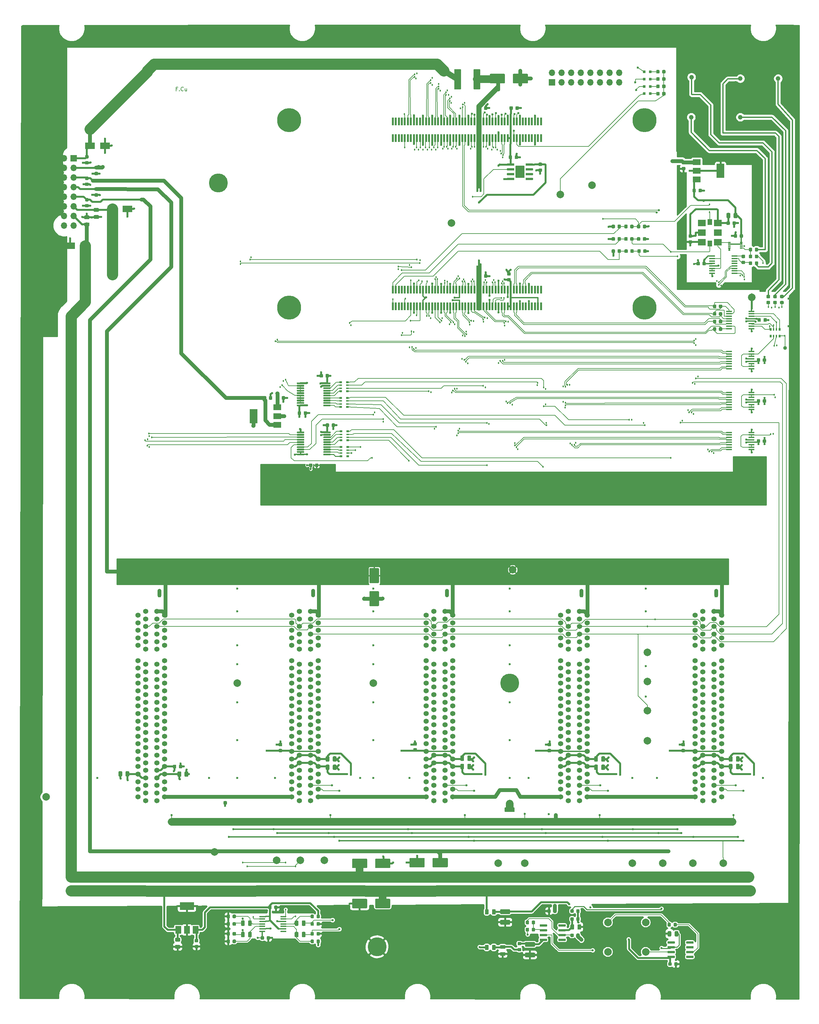
<source format=gbr>
G04 #@! TF.GenerationSoftware,KiCad,Pcbnew,(5.1.5)-3*
G04 #@! TF.CreationDate,2020-07-24T16:39:48-04:00*
G04 #@! TF.ProjectId,main_board,6d61696e-5f62-46f6-9172-642e6b696361,rev?*
G04 #@! TF.SameCoordinates,Original*
G04 #@! TF.FileFunction,Copper,L1,Top*
G04 #@! TF.FilePolarity,Positive*
%FSLAX46Y46*%
G04 Gerber Fmt 4.6, Leading zero omitted, Abs format (unit mm)*
G04 Created by KiCad (PCBNEW (5.1.5)-3) date 2020-07-24 16:39:48*
%MOMM*%
%LPD*%
G04 APERTURE LIST*
%ADD10C,0.180000*%
%ADD11C,0.100000*%
%ADD12R,0.800000X0.750000*%
%ADD13R,1.600000X0.350000*%
%ADD14C,6.400000*%
%ADD15C,2.000000*%
%ADD16C,6.350000*%
%ADD17R,0.500000X2.000000*%
%ADD18O,1.700000X1.700000*%
%ADD19R,1.700000X1.700000*%
%ADD20C,1.000000*%
%ADD21C,5.000000*%
%ADD22C,1.240000*%
%ADD23R,0.800000X0.500000*%
%ADD24R,0.800000X0.400000*%
%ADD25C,1.362000*%
%ADD26R,3.800000X2.000000*%
%ADD27R,1.500000X2.000000*%
%ADD28C,0.500000*%
%ADD29R,1.500000X0.450000*%
%ADD30R,2.000000X3.800000*%
%ADD31R,2.000000X1.500000*%
%ADD32R,0.500000X0.800000*%
%ADD33R,0.400000X0.800000*%
%ADD34R,2.500000X1.800000*%
%ADD35R,2.150000X1.700000*%
%ADD36R,1.300000X1.545000*%
%ADD37R,0.800000X0.300000*%
%ADD38C,0.457200*%
%ADD39C,0.600000*%
%ADD40C,0.200000*%
%ADD41C,0.300000*%
%ADD42C,1.000000*%
%ADD43C,0.500000*%
%ADD44C,2.000000*%
%ADD45C,0.150000*%
%ADD46C,3.000000*%
%ADD47C,0.175000*%
%ADD48C,1.500000*%
%ADD49C,0.250000*%
%ADD50C,0.254000*%
G04 APERTURE END LIST*
D10*
X71152380Y-46928571D02*
X70819047Y-46928571D01*
X70819047Y-47452380D02*
X70819047Y-46452380D01*
X71295238Y-46452380D01*
X71676190Y-47357142D02*
X71723809Y-47404761D01*
X71676190Y-47452380D01*
X71628571Y-47404761D01*
X71676190Y-47357142D01*
X71676190Y-47452380D01*
X72723809Y-47357142D02*
X72676190Y-47404761D01*
X72533333Y-47452380D01*
X72438095Y-47452380D01*
X72295238Y-47404761D01*
X72200000Y-47309523D01*
X72152380Y-47214285D01*
X72104761Y-47023809D01*
X72104761Y-46880952D01*
X72152380Y-46690476D01*
X72200000Y-46595238D01*
X72295238Y-46500000D01*
X72438095Y-46452380D01*
X72533333Y-46452380D01*
X72676190Y-46500000D01*
X72723809Y-46547619D01*
X73580952Y-46785714D02*
X73580952Y-47452380D01*
X73152380Y-46785714D02*
X73152380Y-47309523D01*
X73200000Y-47404761D01*
X73295238Y-47452380D01*
X73438095Y-47452380D01*
X73533333Y-47404761D01*
X73580952Y-47357142D01*
G04 #@! TA.AperFunction,SMDPad,CuDef*
D11*
G36*
X93852691Y-270826053D02*
G01*
X93873926Y-270829203D01*
X93894750Y-270834419D01*
X93914962Y-270841651D01*
X93934368Y-270850830D01*
X93952781Y-270861866D01*
X93970024Y-270874654D01*
X93985930Y-270889070D01*
X94000346Y-270904976D01*
X94013134Y-270922219D01*
X94024170Y-270940632D01*
X94033349Y-270960038D01*
X94040581Y-270980250D01*
X94045797Y-271001074D01*
X94048947Y-271022309D01*
X94050000Y-271043750D01*
X94050000Y-271556250D01*
X94048947Y-271577691D01*
X94045797Y-271598926D01*
X94040581Y-271619750D01*
X94033349Y-271639962D01*
X94024170Y-271659368D01*
X94013134Y-271677781D01*
X94000346Y-271695024D01*
X93985930Y-271710930D01*
X93970024Y-271725346D01*
X93952781Y-271738134D01*
X93934368Y-271749170D01*
X93914962Y-271758349D01*
X93894750Y-271765581D01*
X93873926Y-271770797D01*
X93852691Y-271773947D01*
X93831250Y-271775000D01*
X93393750Y-271775000D01*
X93372309Y-271773947D01*
X93351074Y-271770797D01*
X93330250Y-271765581D01*
X93310038Y-271758349D01*
X93290632Y-271749170D01*
X93272219Y-271738134D01*
X93254976Y-271725346D01*
X93239070Y-271710930D01*
X93224654Y-271695024D01*
X93211866Y-271677781D01*
X93200830Y-271659368D01*
X93191651Y-271639962D01*
X93184419Y-271619750D01*
X93179203Y-271598926D01*
X93176053Y-271577691D01*
X93175000Y-271556250D01*
X93175000Y-271043750D01*
X93176053Y-271022309D01*
X93179203Y-271001074D01*
X93184419Y-270980250D01*
X93191651Y-270960038D01*
X93200830Y-270940632D01*
X93211866Y-270922219D01*
X93224654Y-270904976D01*
X93239070Y-270889070D01*
X93254976Y-270874654D01*
X93272219Y-270861866D01*
X93290632Y-270850830D01*
X93310038Y-270841651D01*
X93330250Y-270834419D01*
X93351074Y-270829203D01*
X93372309Y-270826053D01*
X93393750Y-270825000D01*
X93831250Y-270825000D01*
X93852691Y-270826053D01*
G37*
G04 #@! TD.AperFunction*
G04 #@! TA.AperFunction,SMDPad,CuDef*
G36*
X95427691Y-270826053D02*
G01*
X95448926Y-270829203D01*
X95469750Y-270834419D01*
X95489962Y-270841651D01*
X95509368Y-270850830D01*
X95527781Y-270861866D01*
X95545024Y-270874654D01*
X95560930Y-270889070D01*
X95575346Y-270904976D01*
X95588134Y-270922219D01*
X95599170Y-270940632D01*
X95608349Y-270960038D01*
X95615581Y-270980250D01*
X95620797Y-271001074D01*
X95623947Y-271022309D01*
X95625000Y-271043750D01*
X95625000Y-271556250D01*
X95623947Y-271577691D01*
X95620797Y-271598926D01*
X95615581Y-271619750D01*
X95608349Y-271639962D01*
X95599170Y-271659368D01*
X95588134Y-271677781D01*
X95575346Y-271695024D01*
X95560930Y-271710930D01*
X95545024Y-271725346D01*
X95527781Y-271738134D01*
X95509368Y-271749170D01*
X95489962Y-271758349D01*
X95469750Y-271765581D01*
X95448926Y-271770797D01*
X95427691Y-271773947D01*
X95406250Y-271775000D01*
X94968750Y-271775000D01*
X94947309Y-271773947D01*
X94926074Y-271770797D01*
X94905250Y-271765581D01*
X94885038Y-271758349D01*
X94865632Y-271749170D01*
X94847219Y-271738134D01*
X94829976Y-271725346D01*
X94814070Y-271710930D01*
X94799654Y-271695024D01*
X94786866Y-271677781D01*
X94775830Y-271659368D01*
X94766651Y-271639962D01*
X94759419Y-271619750D01*
X94754203Y-271598926D01*
X94751053Y-271577691D01*
X94750000Y-271556250D01*
X94750000Y-271043750D01*
X94751053Y-271022309D01*
X94754203Y-271001074D01*
X94759419Y-270980250D01*
X94766651Y-270960038D01*
X94775830Y-270940632D01*
X94786866Y-270922219D01*
X94799654Y-270904976D01*
X94814070Y-270889070D01*
X94829976Y-270874654D01*
X94847219Y-270861866D01*
X94865632Y-270850830D01*
X94885038Y-270841651D01*
X94905250Y-270834419D01*
X94926074Y-270829203D01*
X94947309Y-270826053D01*
X94968750Y-270825000D01*
X95406250Y-270825000D01*
X95427691Y-270826053D01*
G37*
G04 #@! TD.AperFunction*
D12*
X194600000Y-48200000D03*
X196200000Y-48200000D03*
X194600000Y-46266666D03*
X196200000Y-46266666D03*
X194600000Y-44333333D03*
X196200000Y-44333333D03*
X194600000Y-42400000D03*
X196200000Y-42400000D03*
D13*
X93600000Y-269550000D03*
X99200000Y-269550000D03*
X93600000Y-268900000D03*
X99200000Y-268900000D03*
X93600000Y-268250000D03*
X99200000Y-268250000D03*
X93600000Y-267600000D03*
X99200000Y-267600000D03*
X93600000Y-266950000D03*
X99200000Y-266950000D03*
X93600000Y-266300000D03*
X99200000Y-266300000D03*
X93600000Y-265650000D03*
X99200000Y-265650000D03*
D14*
X36710000Y-104765000D03*
X36710000Y-55235000D03*
D15*
X195400000Y-219200000D03*
X180800000Y-72400000D03*
X123000000Y-204000000D03*
X87000000Y-204000000D03*
X215500000Y-251500000D03*
X199500000Y-251500000D03*
X207500000Y-251500000D03*
X191500000Y-251500000D03*
D16*
X100710000Y-104765000D03*
X194690000Y-55235000D03*
X100710000Y-55235000D03*
X194690000Y-104765000D03*
D17*
X160100000Y-55575000D03*
X159300000Y-59975000D03*
X152900000Y-55575000D03*
X152100000Y-55575000D03*
X156900000Y-59975000D03*
X163300000Y-55575000D03*
X154500000Y-55575000D03*
X164100000Y-55575000D03*
X162500000Y-55575000D03*
X153700000Y-55575000D03*
X155300000Y-55575000D03*
X152900000Y-59975000D03*
X161700000Y-55575000D03*
X148900000Y-59975000D03*
X161700000Y-59975000D03*
X157700000Y-59975000D03*
X164900000Y-55575000D03*
X166500000Y-59975000D03*
X151300000Y-59975000D03*
X156900000Y-55575000D03*
X156100000Y-55575000D03*
X154500000Y-59975000D03*
X153700000Y-59975000D03*
X152100000Y-59975000D03*
X160900000Y-55575000D03*
X158500000Y-59975000D03*
X149700000Y-55575000D03*
X166500000Y-55575000D03*
X164100000Y-59975000D03*
X160900000Y-59975000D03*
X157700000Y-55575000D03*
X162500000Y-59975000D03*
X148900000Y-55575000D03*
X160100000Y-59975000D03*
X167300000Y-59975000D03*
X167300000Y-55575000D03*
X159300000Y-55575000D03*
X155300000Y-59975000D03*
X151300000Y-55575000D03*
X163300000Y-59975000D03*
X156100000Y-59975000D03*
X165700000Y-59975000D03*
X165700000Y-55575000D03*
X164900000Y-59975000D03*
X150500000Y-59975000D03*
X150500000Y-55575000D03*
X149700000Y-59975000D03*
X158500000Y-55575000D03*
X137700000Y-55575000D03*
X133700000Y-55575000D03*
X146500000Y-59975000D03*
X145700000Y-59975000D03*
X147300000Y-55575000D03*
X140100000Y-55575000D03*
X128900000Y-55575000D03*
X146500000Y-55575000D03*
X131300000Y-55575000D03*
X145700000Y-55575000D03*
X128900000Y-59975000D03*
X143300000Y-55575000D03*
X140900000Y-55575000D03*
X135300000Y-59975000D03*
X139300000Y-55575000D03*
X138500000Y-59975000D03*
X138500000Y-55575000D03*
X135300000Y-55575000D03*
X131300000Y-59975000D03*
X133700000Y-59975000D03*
X132100000Y-59975000D03*
X143300000Y-59975000D03*
X130500000Y-55575000D03*
X136100000Y-59975000D03*
X132900000Y-55575000D03*
X128100000Y-55575000D03*
X128100000Y-59975000D03*
X148100000Y-59975000D03*
X148100000Y-55575000D03*
X144900000Y-59975000D03*
X144900000Y-55575000D03*
X136900000Y-55575000D03*
X141700000Y-55575000D03*
X132100000Y-55575000D03*
X142500000Y-59975000D03*
X144100000Y-59975000D03*
X142500000Y-55575000D03*
X134500000Y-55575000D03*
X130500000Y-59975000D03*
X141700000Y-59975000D03*
X140100000Y-59975000D03*
X129700000Y-59975000D03*
X140900000Y-59975000D03*
X137700000Y-59975000D03*
X132900000Y-59975000D03*
X134500000Y-59975000D03*
X139300000Y-59975000D03*
X136900000Y-59975000D03*
X136100000Y-55575000D03*
X144100000Y-55575000D03*
X129700000Y-55575000D03*
X147300000Y-59975000D03*
X167300000Y-104425000D03*
X167300000Y-100025000D03*
X166500000Y-104425000D03*
X166500000Y-100025000D03*
X165700000Y-104425000D03*
X165700000Y-100025000D03*
X164900000Y-104425000D03*
X164900000Y-100025000D03*
X164100000Y-104425000D03*
X164100000Y-100025000D03*
X163300000Y-104425000D03*
X163300000Y-100025000D03*
X162500000Y-104425000D03*
X162500000Y-100025000D03*
X161700000Y-104425000D03*
X161700000Y-100025000D03*
X160900000Y-104425000D03*
X160900000Y-100025000D03*
X160100000Y-104425000D03*
X160100000Y-100025000D03*
X159300000Y-104425000D03*
X159300000Y-100025000D03*
X158500000Y-104425000D03*
X158500000Y-100025000D03*
X157700000Y-104425000D03*
X157700000Y-100025000D03*
X156900000Y-104425000D03*
X156900000Y-100025000D03*
X156100000Y-104425000D03*
X156100000Y-100025000D03*
X155300000Y-104425000D03*
X155300000Y-100025000D03*
X154500000Y-104425000D03*
X154500000Y-100025000D03*
X153700000Y-104425000D03*
X153700000Y-100025000D03*
X152900000Y-104425000D03*
X152900000Y-100025000D03*
X152100000Y-104425000D03*
X152100000Y-100025000D03*
X151300000Y-104425000D03*
X151300000Y-100025000D03*
X150500000Y-104425000D03*
X150500000Y-100025000D03*
X149700000Y-104425000D03*
X149700000Y-100025000D03*
X148900000Y-104425000D03*
X148900000Y-100025000D03*
X148100000Y-104425000D03*
X148100000Y-100025000D03*
X147300000Y-104425000D03*
X147300000Y-100025000D03*
X146500000Y-104425000D03*
X146500000Y-100025000D03*
X145700000Y-104425000D03*
X145700000Y-100025000D03*
X144900000Y-104425000D03*
X144900000Y-100025000D03*
X144100000Y-104425000D03*
X144100000Y-100025000D03*
X143300000Y-104425000D03*
X143300000Y-100025000D03*
X142500000Y-104425000D03*
X142500000Y-100025000D03*
X141700000Y-104425000D03*
X141700000Y-100025000D03*
X140900000Y-104425000D03*
X140900000Y-100025000D03*
X140100000Y-104425000D03*
X140100000Y-100025000D03*
X139300000Y-104425000D03*
X139300000Y-100025000D03*
X138500000Y-104425000D03*
X138500000Y-100025000D03*
X137700000Y-104425000D03*
X137700000Y-100025000D03*
X136900000Y-104425000D03*
X136900000Y-100025000D03*
X136100000Y-104425000D03*
X136100000Y-100025000D03*
X135300000Y-104425000D03*
X135300000Y-100025000D03*
X134500000Y-104425000D03*
X134500000Y-100025000D03*
X133700000Y-104425000D03*
X133700000Y-100025000D03*
X132900000Y-104425000D03*
X132900000Y-100025000D03*
X132100000Y-104425000D03*
X132100000Y-100025000D03*
X131300000Y-104425000D03*
X131300000Y-100025000D03*
X130500000Y-104425000D03*
X130500000Y-100025000D03*
X129700000Y-104425000D03*
X129700000Y-100025000D03*
X128900000Y-104425000D03*
X128900000Y-100025000D03*
X128100000Y-104425000D03*
X128100000Y-100025000D03*
G04 #@! TA.AperFunction,SMDPad,CuDef*
D11*
G36*
X200027691Y-47726053D02*
G01*
X200048926Y-47729203D01*
X200069750Y-47734419D01*
X200089962Y-47741651D01*
X200109368Y-47750830D01*
X200127781Y-47761866D01*
X200145024Y-47774654D01*
X200160930Y-47789070D01*
X200175346Y-47804976D01*
X200188134Y-47822219D01*
X200199170Y-47840632D01*
X200208349Y-47860038D01*
X200215581Y-47880250D01*
X200220797Y-47901074D01*
X200223947Y-47922309D01*
X200225000Y-47943750D01*
X200225000Y-48456250D01*
X200223947Y-48477691D01*
X200220797Y-48498926D01*
X200215581Y-48519750D01*
X200208349Y-48539962D01*
X200199170Y-48559368D01*
X200188134Y-48577781D01*
X200175346Y-48595024D01*
X200160930Y-48610930D01*
X200145024Y-48625346D01*
X200127781Y-48638134D01*
X200109368Y-48649170D01*
X200089962Y-48658349D01*
X200069750Y-48665581D01*
X200048926Y-48670797D01*
X200027691Y-48673947D01*
X200006250Y-48675000D01*
X199568750Y-48675000D01*
X199547309Y-48673947D01*
X199526074Y-48670797D01*
X199505250Y-48665581D01*
X199485038Y-48658349D01*
X199465632Y-48649170D01*
X199447219Y-48638134D01*
X199429976Y-48625346D01*
X199414070Y-48610930D01*
X199399654Y-48595024D01*
X199386866Y-48577781D01*
X199375830Y-48559368D01*
X199366651Y-48539962D01*
X199359419Y-48519750D01*
X199354203Y-48498926D01*
X199351053Y-48477691D01*
X199350000Y-48456250D01*
X199350000Y-47943750D01*
X199351053Y-47922309D01*
X199354203Y-47901074D01*
X199359419Y-47880250D01*
X199366651Y-47860038D01*
X199375830Y-47840632D01*
X199386866Y-47822219D01*
X199399654Y-47804976D01*
X199414070Y-47789070D01*
X199429976Y-47774654D01*
X199447219Y-47761866D01*
X199465632Y-47750830D01*
X199485038Y-47741651D01*
X199505250Y-47734419D01*
X199526074Y-47729203D01*
X199547309Y-47726053D01*
X199568750Y-47725000D01*
X200006250Y-47725000D01*
X200027691Y-47726053D01*
G37*
G04 #@! TD.AperFunction*
G04 #@! TA.AperFunction,SMDPad,CuDef*
G36*
X198452691Y-47726053D02*
G01*
X198473926Y-47729203D01*
X198494750Y-47734419D01*
X198514962Y-47741651D01*
X198534368Y-47750830D01*
X198552781Y-47761866D01*
X198570024Y-47774654D01*
X198585930Y-47789070D01*
X198600346Y-47804976D01*
X198613134Y-47822219D01*
X198624170Y-47840632D01*
X198633349Y-47860038D01*
X198640581Y-47880250D01*
X198645797Y-47901074D01*
X198648947Y-47922309D01*
X198650000Y-47943750D01*
X198650000Y-48456250D01*
X198648947Y-48477691D01*
X198645797Y-48498926D01*
X198640581Y-48519750D01*
X198633349Y-48539962D01*
X198624170Y-48559368D01*
X198613134Y-48577781D01*
X198600346Y-48595024D01*
X198585930Y-48610930D01*
X198570024Y-48625346D01*
X198552781Y-48638134D01*
X198534368Y-48649170D01*
X198514962Y-48658349D01*
X198494750Y-48665581D01*
X198473926Y-48670797D01*
X198452691Y-48673947D01*
X198431250Y-48675000D01*
X197993750Y-48675000D01*
X197972309Y-48673947D01*
X197951074Y-48670797D01*
X197930250Y-48665581D01*
X197910038Y-48658349D01*
X197890632Y-48649170D01*
X197872219Y-48638134D01*
X197854976Y-48625346D01*
X197839070Y-48610930D01*
X197824654Y-48595024D01*
X197811866Y-48577781D01*
X197800830Y-48559368D01*
X197791651Y-48539962D01*
X197784419Y-48519750D01*
X197779203Y-48498926D01*
X197776053Y-48477691D01*
X197775000Y-48456250D01*
X197775000Y-47943750D01*
X197776053Y-47922309D01*
X197779203Y-47901074D01*
X197784419Y-47880250D01*
X197791651Y-47860038D01*
X197800830Y-47840632D01*
X197811866Y-47822219D01*
X197824654Y-47804976D01*
X197839070Y-47789070D01*
X197854976Y-47774654D01*
X197872219Y-47761866D01*
X197890632Y-47750830D01*
X197910038Y-47741651D01*
X197930250Y-47734419D01*
X197951074Y-47729203D01*
X197972309Y-47726053D01*
X197993750Y-47725000D01*
X198431250Y-47725000D01*
X198452691Y-47726053D01*
G37*
G04 #@! TD.AperFunction*
G04 #@! TA.AperFunction,SMDPad,CuDef*
G36*
X200027691Y-45792719D02*
G01*
X200048926Y-45795869D01*
X200069750Y-45801085D01*
X200089962Y-45808317D01*
X200109368Y-45817496D01*
X200127781Y-45828532D01*
X200145024Y-45841320D01*
X200160930Y-45855736D01*
X200175346Y-45871642D01*
X200188134Y-45888885D01*
X200199170Y-45907298D01*
X200208349Y-45926704D01*
X200215581Y-45946916D01*
X200220797Y-45967740D01*
X200223947Y-45988975D01*
X200225000Y-46010416D01*
X200225000Y-46522916D01*
X200223947Y-46544357D01*
X200220797Y-46565592D01*
X200215581Y-46586416D01*
X200208349Y-46606628D01*
X200199170Y-46626034D01*
X200188134Y-46644447D01*
X200175346Y-46661690D01*
X200160930Y-46677596D01*
X200145024Y-46692012D01*
X200127781Y-46704800D01*
X200109368Y-46715836D01*
X200089962Y-46725015D01*
X200069750Y-46732247D01*
X200048926Y-46737463D01*
X200027691Y-46740613D01*
X200006250Y-46741666D01*
X199568750Y-46741666D01*
X199547309Y-46740613D01*
X199526074Y-46737463D01*
X199505250Y-46732247D01*
X199485038Y-46725015D01*
X199465632Y-46715836D01*
X199447219Y-46704800D01*
X199429976Y-46692012D01*
X199414070Y-46677596D01*
X199399654Y-46661690D01*
X199386866Y-46644447D01*
X199375830Y-46626034D01*
X199366651Y-46606628D01*
X199359419Y-46586416D01*
X199354203Y-46565592D01*
X199351053Y-46544357D01*
X199350000Y-46522916D01*
X199350000Y-46010416D01*
X199351053Y-45988975D01*
X199354203Y-45967740D01*
X199359419Y-45946916D01*
X199366651Y-45926704D01*
X199375830Y-45907298D01*
X199386866Y-45888885D01*
X199399654Y-45871642D01*
X199414070Y-45855736D01*
X199429976Y-45841320D01*
X199447219Y-45828532D01*
X199465632Y-45817496D01*
X199485038Y-45808317D01*
X199505250Y-45801085D01*
X199526074Y-45795869D01*
X199547309Y-45792719D01*
X199568750Y-45791666D01*
X200006250Y-45791666D01*
X200027691Y-45792719D01*
G37*
G04 #@! TD.AperFunction*
G04 #@! TA.AperFunction,SMDPad,CuDef*
G36*
X198452691Y-45792719D02*
G01*
X198473926Y-45795869D01*
X198494750Y-45801085D01*
X198514962Y-45808317D01*
X198534368Y-45817496D01*
X198552781Y-45828532D01*
X198570024Y-45841320D01*
X198585930Y-45855736D01*
X198600346Y-45871642D01*
X198613134Y-45888885D01*
X198624170Y-45907298D01*
X198633349Y-45926704D01*
X198640581Y-45946916D01*
X198645797Y-45967740D01*
X198648947Y-45988975D01*
X198650000Y-46010416D01*
X198650000Y-46522916D01*
X198648947Y-46544357D01*
X198645797Y-46565592D01*
X198640581Y-46586416D01*
X198633349Y-46606628D01*
X198624170Y-46626034D01*
X198613134Y-46644447D01*
X198600346Y-46661690D01*
X198585930Y-46677596D01*
X198570024Y-46692012D01*
X198552781Y-46704800D01*
X198534368Y-46715836D01*
X198514962Y-46725015D01*
X198494750Y-46732247D01*
X198473926Y-46737463D01*
X198452691Y-46740613D01*
X198431250Y-46741666D01*
X197993750Y-46741666D01*
X197972309Y-46740613D01*
X197951074Y-46737463D01*
X197930250Y-46732247D01*
X197910038Y-46725015D01*
X197890632Y-46715836D01*
X197872219Y-46704800D01*
X197854976Y-46692012D01*
X197839070Y-46677596D01*
X197824654Y-46661690D01*
X197811866Y-46644447D01*
X197800830Y-46626034D01*
X197791651Y-46606628D01*
X197784419Y-46586416D01*
X197779203Y-46565592D01*
X197776053Y-46544357D01*
X197775000Y-46522916D01*
X197775000Y-46010416D01*
X197776053Y-45988975D01*
X197779203Y-45967740D01*
X197784419Y-45946916D01*
X197791651Y-45926704D01*
X197800830Y-45907298D01*
X197811866Y-45888885D01*
X197824654Y-45871642D01*
X197839070Y-45855736D01*
X197854976Y-45841320D01*
X197872219Y-45828532D01*
X197890632Y-45817496D01*
X197910038Y-45808317D01*
X197930250Y-45801085D01*
X197951074Y-45795869D01*
X197972309Y-45792719D01*
X197993750Y-45791666D01*
X198431250Y-45791666D01*
X198452691Y-45792719D01*
G37*
G04 #@! TD.AperFunction*
G04 #@! TA.AperFunction,SMDPad,CuDef*
G36*
X200027691Y-43859386D02*
G01*
X200048926Y-43862536D01*
X200069750Y-43867752D01*
X200089962Y-43874984D01*
X200109368Y-43884163D01*
X200127781Y-43895199D01*
X200145024Y-43907987D01*
X200160930Y-43922403D01*
X200175346Y-43938309D01*
X200188134Y-43955552D01*
X200199170Y-43973965D01*
X200208349Y-43993371D01*
X200215581Y-44013583D01*
X200220797Y-44034407D01*
X200223947Y-44055642D01*
X200225000Y-44077083D01*
X200225000Y-44589583D01*
X200223947Y-44611024D01*
X200220797Y-44632259D01*
X200215581Y-44653083D01*
X200208349Y-44673295D01*
X200199170Y-44692701D01*
X200188134Y-44711114D01*
X200175346Y-44728357D01*
X200160930Y-44744263D01*
X200145024Y-44758679D01*
X200127781Y-44771467D01*
X200109368Y-44782503D01*
X200089962Y-44791682D01*
X200069750Y-44798914D01*
X200048926Y-44804130D01*
X200027691Y-44807280D01*
X200006250Y-44808333D01*
X199568750Y-44808333D01*
X199547309Y-44807280D01*
X199526074Y-44804130D01*
X199505250Y-44798914D01*
X199485038Y-44791682D01*
X199465632Y-44782503D01*
X199447219Y-44771467D01*
X199429976Y-44758679D01*
X199414070Y-44744263D01*
X199399654Y-44728357D01*
X199386866Y-44711114D01*
X199375830Y-44692701D01*
X199366651Y-44673295D01*
X199359419Y-44653083D01*
X199354203Y-44632259D01*
X199351053Y-44611024D01*
X199350000Y-44589583D01*
X199350000Y-44077083D01*
X199351053Y-44055642D01*
X199354203Y-44034407D01*
X199359419Y-44013583D01*
X199366651Y-43993371D01*
X199375830Y-43973965D01*
X199386866Y-43955552D01*
X199399654Y-43938309D01*
X199414070Y-43922403D01*
X199429976Y-43907987D01*
X199447219Y-43895199D01*
X199465632Y-43884163D01*
X199485038Y-43874984D01*
X199505250Y-43867752D01*
X199526074Y-43862536D01*
X199547309Y-43859386D01*
X199568750Y-43858333D01*
X200006250Y-43858333D01*
X200027691Y-43859386D01*
G37*
G04 #@! TD.AperFunction*
G04 #@! TA.AperFunction,SMDPad,CuDef*
G36*
X198452691Y-43859386D02*
G01*
X198473926Y-43862536D01*
X198494750Y-43867752D01*
X198514962Y-43874984D01*
X198534368Y-43884163D01*
X198552781Y-43895199D01*
X198570024Y-43907987D01*
X198585930Y-43922403D01*
X198600346Y-43938309D01*
X198613134Y-43955552D01*
X198624170Y-43973965D01*
X198633349Y-43993371D01*
X198640581Y-44013583D01*
X198645797Y-44034407D01*
X198648947Y-44055642D01*
X198650000Y-44077083D01*
X198650000Y-44589583D01*
X198648947Y-44611024D01*
X198645797Y-44632259D01*
X198640581Y-44653083D01*
X198633349Y-44673295D01*
X198624170Y-44692701D01*
X198613134Y-44711114D01*
X198600346Y-44728357D01*
X198585930Y-44744263D01*
X198570024Y-44758679D01*
X198552781Y-44771467D01*
X198534368Y-44782503D01*
X198514962Y-44791682D01*
X198494750Y-44798914D01*
X198473926Y-44804130D01*
X198452691Y-44807280D01*
X198431250Y-44808333D01*
X197993750Y-44808333D01*
X197972309Y-44807280D01*
X197951074Y-44804130D01*
X197930250Y-44798914D01*
X197910038Y-44791682D01*
X197890632Y-44782503D01*
X197872219Y-44771467D01*
X197854976Y-44758679D01*
X197839070Y-44744263D01*
X197824654Y-44728357D01*
X197811866Y-44711114D01*
X197800830Y-44692701D01*
X197791651Y-44673295D01*
X197784419Y-44653083D01*
X197779203Y-44632259D01*
X197776053Y-44611024D01*
X197775000Y-44589583D01*
X197775000Y-44077083D01*
X197776053Y-44055642D01*
X197779203Y-44034407D01*
X197784419Y-44013583D01*
X197791651Y-43993371D01*
X197800830Y-43973965D01*
X197811866Y-43955552D01*
X197824654Y-43938309D01*
X197839070Y-43922403D01*
X197854976Y-43907987D01*
X197872219Y-43895199D01*
X197890632Y-43884163D01*
X197910038Y-43874984D01*
X197930250Y-43867752D01*
X197951074Y-43862536D01*
X197972309Y-43859386D01*
X197993750Y-43858333D01*
X198431250Y-43858333D01*
X198452691Y-43859386D01*
G37*
G04 #@! TD.AperFunction*
G04 #@! TA.AperFunction,SMDPad,CuDef*
G36*
X200027691Y-41926053D02*
G01*
X200048926Y-41929203D01*
X200069750Y-41934419D01*
X200089962Y-41941651D01*
X200109368Y-41950830D01*
X200127781Y-41961866D01*
X200145024Y-41974654D01*
X200160930Y-41989070D01*
X200175346Y-42004976D01*
X200188134Y-42022219D01*
X200199170Y-42040632D01*
X200208349Y-42060038D01*
X200215581Y-42080250D01*
X200220797Y-42101074D01*
X200223947Y-42122309D01*
X200225000Y-42143750D01*
X200225000Y-42656250D01*
X200223947Y-42677691D01*
X200220797Y-42698926D01*
X200215581Y-42719750D01*
X200208349Y-42739962D01*
X200199170Y-42759368D01*
X200188134Y-42777781D01*
X200175346Y-42795024D01*
X200160930Y-42810930D01*
X200145024Y-42825346D01*
X200127781Y-42838134D01*
X200109368Y-42849170D01*
X200089962Y-42858349D01*
X200069750Y-42865581D01*
X200048926Y-42870797D01*
X200027691Y-42873947D01*
X200006250Y-42875000D01*
X199568750Y-42875000D01*
X199547309Y-42873947D01*
X199526074Y-42870797D01*
X199505250Y-42865581D01*
X199485038Y-42858349D01*
X199465632Y-42849170D01*
X199447219Y-42838134D01*
X199429976Y-42825346D01*
X199414070Y-42810930D01*
X199399654Y-42795024D01*
X199386866Y-42777781D01*
X199375830Y-42759368D01*
X199366651Y-42739962D01*
X199359419Y-42719750D01*
X199354203Y-42698926D01*
X199351053Y-42677691D01*
X199350000Y-42656250D01*
X199350000Y-42143750D01*
X199351053Y-42122309D01*
X199354203Y-42101074D01*
X199359419Y-42080250D01*
X199366651Y-42060038D01*
X199375830Y-42040632D01*
X199386866Y-42022219D01*
X199399654Y-42004976D01*
X199414070Y-41989070D01*
X199429976Y-41974654D01*
X199447219Y-41961866D01*
X199465632Y-41950830D01*
X199485038Y-41941651D01*
X199505250Y-41934419D01*
X199526074Y-41929203D01*
X199547309Y-41926053D01*
X199568750Y-41925000D01*
X200006250Y-41925000D01*
X200027691Y-41926053D01*
G37*
G04 #@! TD.AperFunction*
G04 #@! TA.AperFunction,SMDPad,CuDef*
G36*
X198452691Y-41926053D02*
G01*
X198473926Y-41929203D01*
X198494750Y-41934419D01*
X198514962Y-41941651D01*
X198534368Y-41950830D01*
X198552781Y-41961866D01*
X198570024Y-41974654D01*
X198585930Y-41989070D01*
X198600346Y-42004976D01*
X198613134Y-42022219D01*
X198624170Y-42040632D01*
X198633349Y-42060038D01*
X198640581Y-42080250D01*
X198645797Y-42101074D01*
X198648947Y-42122309D01*
X198650000Y-42143750D01*
X198650000Y-42656250D01*
X198648947Y-42677691D01*
X198645797Y-42698926D01*
X198640581Y-42719750D01*
X198633349Y-42739962D01*
X198624170Y-42759368D01*
X198613134Y-42777781D01*
X198600346Y-42795024D01*
X198585930Y-42810930D01*
X198570024Y-42825346D01*
X198552781Y-42838134D01*
X198534368Y-42849170D01*
X198514962Y-42858349D01*
X198494750Y-42865581D01*
X198473926Y-42870797D01*
X198452691Y-42873947D01*
X198431250Y-42875000D01*
X197993750Y-42875000D01*
X197972309Y-42873947D01*
X197951074Y-42870797D01*
X197930250Y-42865581D01*
X197910038Y-42858349D01*
X197890632Y-42849170D01*
X197872219Y-42838134D01*
X197854976Y-42825346D01*
X197839070Y-42810930D01*
X197824654Y-42795024D01*
X197811866Y-42777781D01*
X197800830Y-42759368D01*
X197791651Y-42739962D01*
X197784419Y-42719750D01*
X197779203Y-42698926D01*
X197776053Y-42677691D01*
X197775000Y-42656250D01*
X197775000Y-42143750D01*
X197776053Y-42122309D01*
X197779203Y-42101074D01*
X197784419Y-42080250D01*
X197791651Y-42060038D01*
X197800830Y-42040632D01*
X197811866Y-42022219D01*
X197824654Y-42004976D01*
X197839070Y-41989070D01*
X197854976Y-41974654D01*
X197872219Y-41961866D01*
X197890632Y-41950830D01*
X197910038Y-41941651D01*
X197930250Y-41934419D01*
X197951074Y-41929203D01*
X197972309Y-41926053D01*
X197993750Y-41925000D01*
X198431250Y-41925000D01*
X198452691Y-41926053D01*
G37*
G04 #@! TD.AperFunction*
D18*
X187980000Y-42660000D03*
X187980000Y-45200000D03*
X185440000Y-42660000D03*
X185440000Y-45200000D03*
X182900000Y-42660000D03*
X182900000Y-45200000D03*
X180360000Y-42660000D03*
X180360000Y-45200000D03*
X177820000Y-42660000D03*
X177820000Y-45200000D03*
X175280000Y-42660000D03*
X175280000Y-45200000D03*
X172740000Y-42660000D03*
X172740000Y-45200000D03*
X170200000Y-42660000D03*
D19*
X170200000Y-45200000D03*
D20*
X231825000Y-115400000D03*
D15*
X143600000Y-82400000D03*
X110000000Y-250800000D03*
X103700000Y-250800000D03*
X97400000Y-250800000D03*
X223000000Y-102000000D03*
X81000000Y-248600000D03*
X159800000Y-174000000D03*
D21*
X81950000Y-71800000D03*
X123950000Y-273650000D03*
X159000000Y-204000000D03*
D15*
X81000000Y-259000000D03*
X36400000Y-234000000D03*
X81000000Y-255400000D03*
X195400000Y-211200000D03*
X195400000Y-203500000D03*
X195400000Y-195800000D03*
X172400000Y-74800000D03*
X163000000Y-251500000D03*
X156000000Y-251500000D03*
G04 #@! TA.AperFunction,SMDPad,CuDef*
D11*
G36*
X221077691Y-92351053D02*
G01*
X221098926Y-92354203D01*
X221119750Y-92359419D01*
X221139962Y-92366651D01*
X221159368Y-92375830D01*
X221177781Y-92386866D01*
X221195024Y-92399654D01*
X221210930Y-92414070D01*
X221225346Y-92429976D01*
X221238134Y-92447219D01*
X221249170Y-92465632D01*
X221258349Y-92485038D01*
X221265581Y-92505250D01*
X221270797Y-92526074D01*
X221273947Y-92547309D01*
X221275000Y-92568750D01*
X221275000Y-93006250D01*
X221273947Y-93027691D01*
X221270797Y-93048926D01*
X221265581Y-93069750D01*
X221258349Y-93089962D01*
X221249170Y-93109368D01*
X221238134Y-93127781D01*
X221225346Y-93145024D01*
X221210930Y-93160930D01*
X221195024Y-93175346D01*
X221177781Y-93188134D01*
X221159368Y-93199170D01*
X221139962Y-93208349D01*
X221119750Y-93215581D01*
X221098926Y-93220797D01*
X221077691Y-93223947D01*
X221056250Y-93225000D01*
X220543750Y-93225000D01*
X220522309Y-93223947D01*
X220501074Y-93220797D01*
X220480250Y-93215581D01*
X220460038Y-93208349D01*
X220440632Y-93199170D01*
X220422219Y-93188134D01*
X220404976Y-93175346D01*
X220389070Y-93160930D01*
X220374654Y-93145024D01*
X220361866Y-93127781D01*
X220350830Y-93109368D01*
X220341651Y-93089962D01*
X220334419Y-93069750D01*
X220329203Y-93048926D01*
X220326053Y-93027691D01*
X220325000Y-93006250D01*
X220325000Y-92568750D01*
X220326053Y-92547309D01*
X220329203Y-92526074D01*
X220334419Y-92505250D01*
X220341651Y-92485038D01*
X220350830Y-92465632D01*
X220361866Y-92447219D01*
X220374654Y-92429976D01*
X220389070Y-92414070D01*
X220404976Y-92399654D01*
X220422219Y-92386866D01*
X220440632Y-92375830D01*
X220460038Y-92366651D01*
X220480250Y-92359419D01*
X220501074Y-92354203D01*
X220522309Y-92351053D01*
X220543750Y-92350000D01*
X221056250Y-92350000D01*
X221077691Y-92351053D01*
G37*
G04 #@! TD.AperFunction*
G04 #@! TA.AperFunction,SMDPad,CuDef*
G36*
X221077691Y-90776053D02*
G01*
X221098926Y-90779203D01*
X221119750Y-90784419D01*
X221139962Y-90791651D01*
X221159368Y-90800830D01*
X221177781Y-90811866D01*
X221195024Y-90824654D01*
X221210930Y-90839070D01*
X221225346Y-90854976D01*
X221238134Y-90872219D01*
X221249170Y-90890632D01*
X221258349Y-90910038D01*
X221265581Y-90930250D01*
X221270797Y-90951074D01*
X221273947Y-90972309D01*
X221275000Y-90993750D01*
X221275000Y-91431250D01*
X221273947Y-91452691D01*
X221270797Y-91473926D01*
X221265581Y-91494750D01*
X221258349Y-91514962D01*
X221249170Y-91534368D01*
X221238134Y-91552781D01*
X221225346Y-91570024D01*
X221210930Y-91585930D01*
X221195024Y-91600346D01*
X221177781Y-91613134D01*
X221159368Y-91624170D01*
X221139962Y-91633349D01*
X221119750Y-91640581D01*
X221098926Y-91645797D01*
X221077691Y-91648947D01*
X221056250Y-91650000D01*
X220543750Y-91650000D01*
X220522309Y-91648947D01*
X220501074Y-91645797D01*
X220480250Y-91640581D01*
X220460038Y-91633349D01*
X220440632Y-91624170D01*
X220422219Y-91613134D01*
X220404976Y-91600346D01*
X220389070Y-91585930D01*
X220374654Y-91570024D01*
X220361866Y-91552781D01*
X220350830Y-91534368D01*
X220341651Y-91514962D01*
X220334419Y-91494750D01*
X220329203Y-91473926D01*
X220326053Y-91452691D01*
X220325000Y-91431250D01*
X220325000Y-90993750D01*
X220326053Y-90972309D01*
X220329203Y-90951074D01*
X220334419Y-90930250D01*
X220341651Y-90910038D01*
X220350830Y-90890632D01*
X220361866Y-90872219D01*
X220374654Y-90854976D01*
X220389070Y-90839070D01*
X220404976Y-90824654D01*
X220422219Y-90811866D01*
X220440632Y-90800830D01*
X220460038Y-90791651D01*
X220480250Y-90784419D01*
X220501074Y-90779203D01*
X220522309Y-90776053D01*
X220543750Y-90775000D01*
X221056250Y-90775000D01*
X221077691Y-90776053D01*
G37*
G04 #@! TD.AperFunction*
G04 #@! TA.AperFunction,SMDPad,CuDef*
G36*
X222952691Y-92526053D02*
G01*
X222973926Y-92529203D01*
X222994750Y-92534419D01*
X223014962Y-92541651D01*
X223034368Y-92550830D01*
X223052781Y-92561866D01*
X223070024Y-92574654D01*
X223085930Y-92589070D01*
X223100346Y-92604976D01*
X223113134Y-92622219D01*
X223124170Y-92640632D01*
X223133349Y-92660038D01*
X223140581Y-92680250D01*
X223145797Y-92701074D01*
X223148947Y-92722309D01*
X223150000Y-92743750D01*
X223150000Y-93256250D01*
X223148947Y-93277691D01*
X223145797Y-93298926D01*
X223140581Y-93319750D01*
X223133349Y-93339962D01*
X223124170Y-93359368D01*
X223113134Y-93377781D01*
X223100346Y-93395024D01*
X223085930Y-93410930D01*
X223070024Y-93425346D01*
X223052781Y-93438134D01*
X223034368Y-93449170D01*
X223014962Y-93458349D01*
X222994750Y-93465581D01*
X222973926Y-93470797D01*
X222952691Y-93473947D01*
X222931250Y-93475000D01*
X222493750Y-93475000D01*
X222472309Y-93473947D01*
X222451074Y-93470797D01*
X222430250Y-93465581D01*
X222410038Y-93458349D01*
X222390632Y-93449170D01*
X222372219Y-93438134D01*
X222354976Y-93425346D01*
X222339070Y-93410930D01*
X222324654Y-93395024D01*
X222311866Y-93377781D01*
X222300830Y-93359368D01*
X222291651Y-93339962D01*
X222284419Y-93319750D01*
X222279203Y-93298926D01*
X222276053Y-93277691D01*
X222275000Y-93256250D01*
X222275000Y-92743750D01*
X222276053Y-92722309D01*
X222279203Y-92701074D01*
X222284419Y-92680250D01*
X222291651Y-92660038D01*
X222300830Y-92640632D01*
X222311866Y-92622219D01*
X222324654Y-92604976D01*
X222339070Y-92589070D01*
X222354976Y-92574654D01*
X222372219Y-92561866D01*
X222390632Y-92550830D01*
X222410038Y-92541651D01*
X222430250Y-92534419D01*
X222451074Y-92529203D01*
X222472309Y-92526053D01*
X222493750Y-92525000D01*
X222931250Y-92525000D01*
X222952691Y-92526053D01*
G37*
G04 #@! TD.AperFunction*
G04 #@! TA.AperFunction,SMDPad,CuDef*
G36*
X224527691Y-92526053D02*
G01*
X224548926Y-92529203D01*
X224569750Y-92534419D01*
X224589962Y-92541651D01*
X224609368Y-92550830D01*
X224627781Y-92561866D01*
X224645024Y-92574654D01*
X224660930Y-92589070D01*
X224675346Y-92604976D01*
X224688134Y-92622219D01*
X224699170Y-92640632D01*
X224708349Y-92660038D01*
X224715581Y-92680250D01*
X224720797Y-92701074D01*
X224723947Y-92722309D01*
X224725000Y-92743750D01*
X224725000Y-93256250D01*
X224723947Y-93277691D01*
X224720797Y-93298926D01*
X224715581Y-93319750D01*
X224708349Y-93339962D01*
X224699170Y-93359368D01*
X224688134Y-93377781D01*
X224675346Y-93395024D01*
X224660930Y-93410930D01*
X224645024Y-93425346D01*
X224627781Y-93438134D01*
X224609368Y-93449170D01*
X224589962Y-93458349D01*
X224569750Y-93465581D01*
X224548926Y-93470797D01*
X224527691Y-93473947D01*
X224506250Y-93475000D01*
X224068750Y-93475000D01*
X224047309Y-93473947D01*
X224026074Y-93470797D01*
X224005250Y-93465581D01*
X223985038Y-93458349D01*
X223965632Y-93449170D01*
X223947219Y-93438134D01*
X223929976Y-93425346D01*
X223914070Y-93410930D01*
X223899654Y-93395024D01*
X223886866Y-93377781D01*
X223875830Y-93359368D01*
X223866651Y-93339962D01*
X223859419Y-93319750D01*
X223854203Y-93298926D01*
X223851053Y-93277691D01*
X223850000Y-93256250D01*
X223850000Y-92743750D01*
X223851053Y-92722309D01*
X223854203Y-92701074D01*
X223859419Y-92680250D01*
X223866651Y-92660038D01*
X223875830Y-92640632D01*
X223886866Y-92622219D01*
X223899654Y-92604976D01*
X223914070Y-92589070D01*
X223929976Y-92574654D01*
X223947219Y-92561866D01*
X223965632Y-92550830D01*
X223985038Y-92541651D01*
X224005250Y-92534419D01*
X224026074Y-92529203D01*
X224047309Y-92526053D01*
X224068750Y-92525000D01*
X224506250Y-92525000D01*
X224527691Y-92526053D01*
G37*
G04 #@! TD.AperFunction*
D22*
X205830000Y-45095000D03*
X208370000Y-42555000D03*
X208370000Y-45095000D03*
X205830000Y-42555000D03*
X207100000Y-43825000D03*
G04 #@! TA.AperFunction,SMDPad,CuDef*
D11*
G36*
X203227691Y-277726053D02*
G01*
X203248926Y-277729203D01*
X203269750Y-277734419D01*
X203289962Y-277741651D01*
X203309368Y-277750830D01*
X203327781Y-277761866D01*
X203345024Y-277774654D01*
X203360930Y-277789070D01*
X203375346Y-277804976D01*
X203388134Y-277822219D01*
X203399170Y-277840632D01*
X203408349Y-277860038D01*
X203415581Y-277880250D01*
X203420797Y-277901074D01*
X203423947Y-277922309D01*
X203425000Y-277943750D01*
X203425000Y-278456250D01*
X203423947Y-278477691D01*
X203420797Y-278498926D01*
X203415581Y-278519750D01*
X203408349Y-278539962D01*
X203399170Y-278559368D01*
X203388134Y-278577781D01*
X203375346Y-278595024D01*
X203360930Y-278610930D01*
X203345024Y-278625346D01*
X203327781Y-278638134D01*
X203309368Y-278649170D01*
X203289962Y-278658349D01*
X203269750Y-278665581D01*
X203248926Y-278670797D01*
X203227691Y-278673947D01*
X203206250Y-278675000D01*
X202768750Y-278675000D01*
X202747309Y-278673947D01*
X202726074Y-278670797D01*
X202705250Y-278665581D01*
X202685038Y-278658349D01*
X202665632Y-278649170D01*
X202647219Y-278638134D01*
X202629976Y-278625346D01*
X202614070Y-278610930D01*
X202599654Y-278595024D01*
X202586866Y-278577781D01*
X202575830Y-278559368D01*
X202566651Y-278539962D01*
X202559419Y-278519750D01*
X202554203Y-278498926D01*
X202551053Y-278477691D01*
X202550000Y-278456250D01*
X202550000Y-277943750D01*
X202551053Y-277922309D01*
X202554203Y-277901074D01*
X202559419Y-277880250D01*
X202566651Y-277860038D01*
X202575830Y-277840632D01*
X202586866Y-277822219D01*
X202599654Y-277804976D01*
X202614070Y-277789070D01*
X202629976Y-277774654D01*
X202647219Y-277761866D01*
X202665632Y-277750830D01*
X202685038Y-277741651D01*
X202705250Y-277734419D01*
X202726074Y-277729203D01*
X202747309Y-277726053D01*
X202768750Y-277725000D01*
X203206250Y-277725000D01*
X203227691Y-277726053D01*
G37*
G04 #@! TD.AperFunction*
G04 #@! TA.AperFunction,SMDPad,CuDef*
G36*
X201652691Y-277726053D02*
G01*
X201673926Y-277729203D01*
X201694750Y-277734419D01*
X201714962Y-277741651D01*
X201734368Y-277750830D01*
X201752781Y-277761866D01*
X201770024Y-277774654D01*
X201785930Y-277789070D01*
X201800346Y-277804976D01*
X201813134Y-277822219D01*
X201824170Y-277840632D01*
X201833349Y-277860038D01*
X201840581Y-277880250D01*
X201845797Y-277901074D01*
X201848947Y-277922309D01*
X201850000Y-277943750D01*
X201850000Y-278456250D01*
X201848947Y-278477691D01*
X201845797Y-278498926D01*
X201840581Y-278519750D01*
X201833349Y-278539962D01*
X201824170Y-278559368D01*
X201813134Y-278577781D01*
X201800346Y-278595024D01*
X201785930Y-278610930D01*
X201770024Y-278625346D01*
X201752781Y-278638134D01*
X201734368Y-278649170D01*
X201714962Y-278658349D01*
X201694750Y-278665581D01*
X201673926Y-278670797D01*
X201652691Y-278673947D01*
X201631250Y-278675000D01*
X201193750Y-278675000D01*
X201172309Y-278673947D01*
X201151074Y-278670797D01*
X201130250Y-278665581D01*
X201110038Y-278658349D01*
X201090632Y-278649170D01*
X201072219Y-278638134D01*
X201054976Y-278625346D01*
X201039070Y-278610930D01*
X201024654Y-278595024D01*
X201011866Y-278577781D01*
X201000830Y-278559368D01*
X200991651Y-278539962D01*
X200984419Y-278519750D01*
X200979203Y-278498926D01*
X200976053Y-278477691D01*
X200975000Y-278456250D01*
X200975000Y-277943750D01*
X200976053Y-277922309D01*
X200979203Y-277901074D01*
X200984419Y-277880250D01*
X200991651Y-277860038D01*
X201000830Y-277840632D01*
X201011866Y-277822219D01*
X201024654Y-277804976D01*
X201039070Y-277789070D01*
X201054976Y-277774654D01*
X201072219Y-277761866D01*
X201090632Y-277750830D01*
X201110038Y-277741651D01*
X201130250Y-277734419D01*
X201151074Y-277729203D01*
X201172309Y-277726053D01*
X201193750Y-277725000D01*
X201631250Y-277725000D01*
X201652691Y-277726053D01*
G37*
G04 #@! TD.AperFunction*
G04 #@! TA.AperFunction,SMDPad,CuDef*
G36*
X179840191Y-180326053D02*
G01*
X179861426Y-180329203D01*
X179882250Y-180334419D01*
X179902462Y-180341651D01*
X179921868Y-180350830D01*
X179940281Y-180361866D01*
X179957524Y-180374654D01*
X179973430Y-180389070D01*
X179987846Y-180404976D01*
X180000634Y-180422219D01*
X180011670Y-180440632D01*
X180020849Y-180460038D01*
X180028081Y-180480250D01*
X180033297Y-180501074D01*
X180036447Y-180522309D01*
X180037500Y-180543750D01*
X180037500Y-181056250D01*
X180036447Y-181077691D01*
X180033297Y-181098926D01*
X180028081Y-181119750D01*
X180020849Y-181139962D01*
X180011670Y-181159368D01*
X180000634Y-181177781D01*
X179987846Y-181195024D01*
X179973430Y-181210930D01*
X179957524Y-181225346D01*
X179940281Y-181238134D01*
X179921868Y-181249170D01*
X179902462Y-181258349D01*
X179882250Y-181265581D01*
X179861426Y-181270797D01*
X179840191Y-181273947D01*
X179818750Y-181275000D01*
X179381250Y-181275000D01*
X179359809Y-181273947D01*
X179338574Y-181270797D01*
X179317750Y-181265581D01*
X179297538Y-181258349D01*
X179278132Y-181249170D01*
X179259719Y-181238134D01*
X179242476Y-181225346D01*
X179226570Y-181210930D01*
X179212154Y-181195024D01*
X179199366Y-181177781D01*
X179188330Y-181159368D01*
X179179151Y-181139962D01*
X179171919Y-181119750D01*
X179166703Y-181098926D01*
X179163553Y-181077691D01*
X179162500Y-181056250D01*
X179162500Y-180543750D01*
X179163553Y-180522309D01*
X179166703Y-180501074D01*
X179171919Y-180480250D01*
X179179151Y-180460038D01*
X179188330Y-180440632D01*
X179199366Y-180422219D01*
X179212154Y-180404976D01*
X179226570Y-180389070D01*
X179242476Y-180374654D01*
X179259719Y-180361866D01*
X179278132Y-180350830D01*
X179297538Y-180341651D01*
X179317750Y-180334419D01*
X179338574Y-180329203D01*
X179359809Y-180326053D01*
X179381250Y-180325000D01*
X179818750Y-180325000D01*
X179840191Y-180326053D01*
G37*
G04 #@! TD.AperFunction*
G04 #@! TA.AperFunction,SMDPad,CuDef*
G36*
X178265191Y-180326053D02*
G01*
X178286426Y-180329203D01*
X178307250Y-180334419D01*
X178327462Y-180341651D01*
X178346868Y-180350830D01*
X178365281Y-180361866D01*
X178382524Y-180374654D01*
X178398430Y-180389070D01*
X178412846Y-180404976D01*
X178425634Y-180422219D01*
X178436670Y-180440632D01*
X178445849Y-180460038D01*
X178453081Y-180480250D01*
X178458297Y-180501074D01*
X178461447Y-180522309D01*
X178462500Y-180543750D01*
X178462500Y-181056250D01*
X178461447Y-181077691D01*
X178458297Y-181098926D01*
X178453081Y-181119750D01*
X178445849Y-181139962D01*
X178436670Y-181159368D01*
X178425634Y-181177781D01*
X178412846Y-181195024D01*
X178398430Y-181210930D01*
X178382524Y-181225346D01*
X178365281Y-181238134D01*
X178346868Y-181249170D01*
X178327462Y-181258349D01*
X178307250Y-181265581D01*
X178286426Y-181270797D01*
X178265191Y-181273947D01*
X178243750Y-181275000D01*
X177806250Y-181275000D01*
X177784809Y-181273947D01*
X177763574Y-181270797D01*
X177742750Y-181265581D01*
X177722538Y-181258349D01*
X177703132Y-181249170D01*
X177684719Y-181238134D01*
X177667476Y-181225346D01*
X177651570Y-181210930D01*
X177637154Y-181195024D01*
X177624366Y-181177781D01*
X177613330Y-181159368D01*
X177604151Y-181139962D01*
X177596919Y-181119750D01*
X177591703Y-181098926D01*
X177588553Y-181077691D01*
X177587500Y-181056250D01*
X177587500Y-180543750D01*
X177588553Y-180522309D01*
X177591703Y-180501074D01*
X177596919Y-180480250D01*
X177604151Y-180460038D01*
X177613330Y-180440632D01*
X177624366Y-180422219D01*
X177637154Y-180404976D01*
X177651570Y-180389070D01*
X177667476Y-180374654D01*
X177684719Y-180361866D01*
X177703132Y-180350830D01*
X177722538Y-180341651D01*
X177742750Y-180334419D01*
X177763574Y-180329203D01*
X177784809Y-180326053D01*
X177806250Y-180325000D01*
X178243750Y-180325000D01*
X178265191Y-180326053D01*
G37*
G04 #@! TD.AperFunction*
G04 #@! TA.AperFunction,SMDPad,CuDef*
G36*
X217130142Y-79701174D02*
G01*
X217153803Y-79704684D01*
X217177007Y-79710496D01*
X217199529Y-79718554D01*
X217221153Y-79728782D01*
X217241670Y-79741079D01*
X217260883Y-79755329D01*
X217278607Y-79771393D01*
X217294671Y-79789117D01*
X217308921Y-79808330D01*
X217321218Y-79828847D01*
X217331446Y-79850471D01*
X217339504Y-79872993D01*
X217345316Y-79896197D01*
X217348826Y-79919858D01*
X217350000Y-79943750D01*
X217350000Y-80856250D01*
X217348826Y-80880142D01*
X217345316Y-80903803D01*
X217339504Y-80927007D01*
X217331446Y-80949529D01*
X217321218Y-80971153D01*
X217308921Y-80991670D01*
X217294671Y-81010883D01*
X217278607Y-81028607D01*
X217260883Y-81044671D01*
X217241670Y-81058921D01*
X217221153Y-81071218D01*
X217199529Y-81081446D01*
X217177007Y-81089504D01*
X217153803Y-81095316D01*
X217130142Y-81098826D01*
X217106250Y-81100000D01*
X216618750Y-81100000D01*
X216594858Y-81098826D01*
X216571197Y-81095316D01*
X216547993Y-81089504D01*
X216525471Y-81081446D01*
X216503847Y-81071218D01*
X216483330Y-81058921D01*
X216464117Y-81044671D01*
X216446393Y-81028607D01*
X216430329Y-81010883D01*
X216416079Y-80991670D01*
X216403782Y-80971153D01*
X216393554Y-80949529D01*
X216385496Y-80927007D01*
X216379684Y-80903803D01*
X216376174Y-80880142D01*
X216375000Y-80856250D01*
X216375000Y-79943750D01*
X216376174Y-79919858D01*
X216379684Y-79896197D01*
X216385496Y-79872993D01*
X216393554Y-79850471D01*
X216403782Y-79828847D01*
X216416079Y-79808330D01*
X216430329Y-79789117D01*
X216446393Y-79771393D01*
X216464117Y-79755329D01*
X216483330Y-79741079D01*
X216503847Y-79728782D01*
X216525471Y-79718554D01*
X216547993Y-79710496D01*
X216571197Y-79704684D01*
X216594858Y-79701174D01*
X216618750Y-79700000D01*
X217106250Y-79700000D01*
X217130142Y-79701174D01*
G37*
G04 #@! TD.AperFunction*
G04 #@! TA.AperFunction,SMDPad,CuDef*
G36*
X219005142Y-79701174D02*
G01*
X219028803Y-79704684D01*
X219052007Y-79710496D01*
X219074529Y-79718554D01*
X219096153Y-79728782D01*
X219116670Y-79741079D01*
X219135883Y-79755329D01*
X219153607Y-79771393D01*
X219169671Y-79789117D01*
X219183921Y-79808330D01*
X219196218Y-79828847D01*
X219206446Y-79850471D01*
X219214504Y-79872993D01*
X219220316Y-79896197D01*
X219223826Y-79919858D01*
X219225000Y-79943750D01*
X219225000Y-80856250D01*
X219223826Y-80880142D01*
X219220316Y-80903803D01*
X219214504Y-80927007D01*
X219206446Y-80949529D01*
X219196218Y-80971153D01*
X219183921Y-80991670D01*
X219169671Y-81010883D01*
X219153607Y-81028607D01*
X219135883Y-81044671D01*
X219116670Y-81058921D01*
X219096153Y-81071218D01*
X219074529Y-81081446D01*
X219052007Y-81089504D01*
X219028803Y-81095316D01*
X219005142Y-81098826D01*
X218981250Y-81100000D01*
X218493750Y-81100000D01*
X218469858Y-81098826D01*
X218446197Y-81095316D01*
X218422993Y-81089504D01*
X218400471Y-81081446D01*
X218378847Y-81071218D01*
X218358330Y-81058921D01*
X218339117Y-81044671D01*
X218321393Y-81028607D01*
X218305329Y-81010883D01*
X218291079Y-80991670D01*
X218278782Y-80971153D01*
X218268554Y-80949529D01*
X218260496Y-80927007D01*
X218254684Y-80903803D01*
X218251174Y-80880142D01*
X218250000Y-80856250D01*
X218250000Y-79943750D01*
X218251174Y-79919858D01*
X218254684Y-79896197D01*
X218260496Y-79872993D01*
X218268554Y-79850471D01*
X218278782Y-79828847D01*
X218291079Y-79808330D01*
X218305329Y-79789117D01*
X218321393Y-79771393D01*
X218339117Y-79755329D01*
X218358330Y-79741079D01*
X218378847Y-79728782D01*
X218400471Y-79718554D01*
X218422993Y-79710496D01*
X218446197Y-79704684D01*
X218469858Y-79701174D01*
X218493750Y-79700000D01*
X218981250Y-79700000D01*
X219005142Y-79701174D01*
G37*
G04 #@! TD.AperFunction*
G04 #@! TA.AperFunction,SMDPad,CuDef*
G36*
X151024504Y-41701204D02*
G01*
X151048773Y-41704804D01*
X151072571Y-41710765D01*
X151095671Y-41719030D01*
X151117849Y-41729520D01*
X151138893Y-41742133D01*
X151158598Y-41756747D01*
X151176777Y-41773223D01*
X151193253Y-41791402D01*
X151207867Y-41811107D01*
X151220480Y-41832151D01*
X151230970Y-41854329D01*
X151239235Y-41877429D01*
X151245196Y-41901227D01*
X151248796Y-41925496D01*
X151250000Y-41950000D01*
X151250000Y-46850000D01*
X151248796Y-46874504D01*
X151245196Y-46898773D01*
X151239235Y-46922571D01*
X151230970Y-46945671D01*
X151220480Y-46967849D01*
X151207867Y-46988893D01*
X151193253Y-47008598D01*
X151176777Y-47026777D01*
X151158598Y-47043253D01*
X151138893Y-47057867D01*
X151117849Y-47070480D01*
X151095671Y-47080970D01*
X151072571Y-47089235D01*
X151048773Y-47095196D01*
X151024504Y-47098796D01*
X151000000Y-47100000D01*
X149700000Y-47100000D01*
X149675496Y-47098796D01*
X149651227Y-47095196D01*
X149627429Y-47089235D01*
X149604329Y-47080970D01*
X149582151Y-47070480D01*
X149561107Y-47057867D01*
X149541402Y-47043253D01*
X149523223Y-47026777D01*
X149506747Y-47008598D01*
X149492133Y-46988893D01*
X149479520Y-46967849D01*
X149469030Y-46945671D01*
X149460765Y-46922571D01*
X149454804Y-46898773D01*
X149451204Y-46874504D01*
X149450000Y-46850000D01*
X149450000Y-41950000D01*
X149451204Y-41925496D01*
X149454804Y-41901227D01*
X149460765Y-41877429D01*
X149469030Y-41854329D01*
X149479520Y-41832151D01*
X149492133Y-41811107D01*
X149506747Y-41791402D01*
X149523223Y-41773223D01*
X149541402Y-41756747D01*
X149561107Y-41742133D01*
X149582151Y-41729520D01*
X149604329Y-41719030D01*
X149627429Y-41710765D01*
X149651227Y-41704804D01*
X149675496Y-41701204D01*
X149700000Y-41700000D01*
X151000000Y-41700000D01*
X151024504Y-41701204D01*
G37*
G04 #@! TD.AperFunction*
G04 #@! TA.AperFunction,SMDPad,CuDef*
G36*
X145924504Y-41701204D02*
G01*
X145948773Y-41704804D01*
X145972571Y-41710765D01*
X145995671Y-41719030D01*
X146017849Y-41729520D01*
X146038893Y-41742133D01*
X146058598Y-41756747D01*
X146076777Y-41773223D01*
X146093253Y-41791402D01*
X146107867Y-41811107D01*
X146120480Y-41832151D01*
X146130970Y-41854329D01*
X146139235Y-41877429D01*
X146145196Y-41901227D01*
X146148796Y-41925496D01*
X146150000Y-41950000D01*
X146150000Y-46850000D01*
X146148796Y-46874504D01*
X146145196Y-46898773D01*
X146139235Y-46922571D01*
X146130970Y-46945671D01*
X146120480Y-46967849D01*
X146107867Y-46988893D01*
X146093253Y-47008598D01*
X146076777Y-47026777D01*
X146058598Y-47043253D01*
X146038893Y-47057867D01*
X146017849Y-47070480D01*
X145995671Y-47080970D01*
X145972571Y-47089235D01*
X145948773Y-47095196D01*
X145924504Y-47098796D01*
X145900000Y-47100000D01*
X144600000Y-47100000D01*
X144575496Y-47098796D01*
X144551227Y-47095196D01*
X144527429Y-47089235D01*
X144504329Y-47080970D01*
X144482151Y-47070480D01*
X144461107Y-47057867D01*
X144441402Y-47043253D01*
X144423223Y-47026777D01*
X144406747Y-47008598D01*
X144392133Y-46988893D01*
X144379520Y-46967849D01*
X144369030Y-46945671D01*
X144360765Y-46922571D01*
X144354804Y-46898773D01*
X144351204Y-46874504D01*
X144350000Y-46850000D01*
X144350000Y-41950000D01*
X144351204Y-41925496D01*
X144354804Y-41901227D01*
X144360765Y-41877429D01*
X144369030Y-41854329D01*
X144379520Y-41832151D01*
X144392133Y-41811107D01*
X144406747Y-41791402D01*
X144423223Y-41773223D01*
X144441402Y-41756747D01*
X144461107Y-41742133D01*
X144482151Y-41729520D01*
X144504329Y-41719030D01*
X144527429Y-41710765D01*
X144551227Y-41704804D01*
X144575496Y-41701204D01*
X144600000Y-41700000D01*
X145900000Y-41700000D01*
X145924504Y-41701204D01*
G37*
G04 #@! TD.AperFunction*
G04 #@! TA.AperFunction,SMDPad,CuDef*
G36*
X165499504Y-275176204D02*
G01*
X165523773Y-275179804D01*
X165547571Y-275185765D01*
X165570671Y-275194030D01*
X165592849Y-275204520D01*
X165613893Y-275217133D01*
X165633598Y-275231747D01*
X165651777Y-275248223D01*
X165668253Y-275266402D01*
X165682867Y-275286107D01*
X165695480Y-275307151D01*
X165705970Y-275329329D01*
X165714235Y-275352429D01*
X165720196Y-275376227D01*
X165723796Y-275400496D01*
X165725000Y-275425000D01*
X165725000Y-276175000D01*
X165723796Y-276199504D01*
X165720196Y-276223773D01*
X165714235Y-276247571D01*
X165705970Y-276270671D01*
X165695480Y-276292849D01*
X165682867Y-276313893D01*
X165668253Y-276333598D01*
X165651777Y-276351777D01*
X165633598Y-276368253D01*
X165613893Y-276382867D01*
X165592849Y-276395480D01*
X165570671Y-276405970D01*
X165547571Y-276414235D01*
X165523773Y-276420196D01*
X165499504Y-276423796D01*
X165475000Y-276425000D01*
X163325000Y-276425000D01*
X163300496Y-276423796D01*
X163276227Y-276420196D01*
X163252429Y-276414235D01*
X163229329Y-276405970D01*
X163207151Y-276395480D01*
X163186107Y-276382867D01*
X163166402Y-276368253D01*
X163148223Y-276351777D01*
X163131747Y-276333598D01*
X163117133Y-276313893D01*
X163104520Y-276292849D01*
X163094030Y-276270671D01*
X163085765Y-276247571D01*
X163079804Y-276223773D01*
X163076204Y-276199504D01*
X163075000Y-276175000D01*
X163075000Y-275425000D01*
X163076204Y-275400496D01*
X163079804Y-275376227D01*
X163085765Y-275352429D01*
X163094030Y-275329329D01*
X163104520Y-275307151D01*
X163117133Y-275286107D01*
X163131747Y-275266402D01*
X163148223Y-275248223D01*
X163166402Y-275231747D01*
X163186107Y-275217133D01*
X163207151Y-275204520D01*
X163229329Y-275194030D01*
X163252429Y-275185765D01*
X163276227Y-275179804D01*
X163300496Y-275176204D01*
X163325000Y-275175000D01*
X165475000Y-275175000D01*
X165499504Y-275176204D01*
G37*
G04 #@! TD.AperFunction*
G04 #@! TA.AperFunction,SMDPad,CuDef*
G36*
X165499504Y-272376204D02*
G01*
X165523773Y-272379804D01*
X165547571Y-272385765D01*
X165570671Y-272394030D01*
X165592849Y-272404520D01*
X165613893Y-272417133D01*
X165633598Y-272431747D01*
X165651777Y-272448223D01*
X165668253Y-272466402D01*
X165682867Y-272486107D01*
X165695480Y-272507151D01*
X165705970Y-272529329D01*
X165714235Y-272552429D01*
X165720196Y-272576227D01*
X165723796Y-272600496D01*
X165725000Y-272625000D01*
X165725000Y-273375000D01*
X165723796Y-273399504D01*
X165720196Y-273423773D01*
X165714235Y-273447571D01*
X165705970Y-273470671D01*
X165695480Y-273492849D01*
X165682867Y-273513893D01*
X165668253Y-273533598D01*
X165651777Y-273551777D01*
X165633598Y-273568253D01*
X165613893Y-273582867D01*
X165592849Y-273595480D01*
X165570671Y-273605970D01*
X165547571Y-273614235D01*
X165523773Y-273620196D01*
X165499504Y-273623796D01*
X165475000Y-273625000D01*
X163325000Y-273625000D01*
X163300496Y-273623796D01*
X163276227Y-273620196D01*
X163252429Y-273614235D01*
X163229329Y-273605970D01*
X163207151Y-273595480D01*
X163186107Y-273582867D01*
X163166402Y-273568253D01*
X163148223Y-273551777D01*
X163131747Y-273533598D01*
X163117133Y-273513893D01*
X163104520Y-273492849D01*
X163094030Y-273470671D01*
X163085765Y-273447571D01*
X163079804Y-273423773D01*
X163076204Y-273399504D01*
X163075000Y-273375000D01*
X163075000Y-272625000D01*
X163076204Y-272600496D01*
X163079804Y-272576227D01*
X163085765Y-272552429D01*
X163094030Y-272529329D01*
X163104520Y-272507151D01*
X163117133Y-272486107D01*
X163131747Y-272466402D01*
X163148223Y-272448223D01*
X163166402Y-272431747D01*
X163186107Y-272417133D01*
X163207151Y-272404520D01*
X163229329Y-272394030D01*
X163252429Y-272385765D01*
X163276227Y-272379804D01*
X163300496Y-272376204D01*
X163325000Y-272375000D01*
X165475000Y-272375000D01*
X165499504Y-272376204D01*
G37*
G04 #@! TD.AperFunction*
G04 #@! TA.AperFunction,SMDPad,CuDef*
G36*
X215027691Y-103926053D02*
G01*
X215048926Y-103929203D01*
X215069750Y-103934419D01*
X215089962Y-103941651D01*
X215109368Y-103950830D01*
X215127781Y-103961866D01*
X215145024Y-103974654D01*
X215160930Y-103989070D01*
X215175346Y-104004976D01*
X215188134Y-104022219D01*
X215199170Y-104040632D01*
X215208349Y-104060038D01*
X215215581Y-104080250D01*
X215220797Y-104101074D01*
X215223947Y-104122309D01*
X215225000Y-104143750D01*
X215225000Y-104656250D01*
X215223947Y-104677691D01*
X215220797Y-104698926D01*
X215215581Y-104719750D01*
X215208349Y-104739962D01*
X215199170Y-104759368D01*
X215188134Y-104777781D01*
X215175346Y-104795024D01*
X215160930Y-104810930D01*
X215145024Y-104825346D01*
X215127781Y-104838134D01*
X215109368Y-104849170D01*
X215089962Y-104858349D01*
X215069750Y-104865581D01*
X215048926Y-104870797D01*
X215027691Y-104873947D01*
X215006250Y-104875000D01*
X214568750Y-104875000D01*
X214547309Y-104873947D01*
X214526074Y-104870797D01*
X214505250Y-104865581D01*
X214485038Y-104858349D01*
X214465632Y-104849170D01*
X214447219Y-104838134D01*
X214429976Y-104825346D01*
X214414070Y-104810930D01*
X214399654Y-104795024D01*
X214386866Y-104777781D01*
X214375830Y-104759368D01*
X214366651Y-104739962D01*
X214359419Y-104719750D01*
X214354203Y-104698926D01*
X214351053Y-104677691D01*
X214350000Y-104656250D01*
X214350000Y-104143750D01*
X214351053Y-104122309D01*
X214354203Y-104101074D01*
X214359419Y-104080250D01*
X214366651Y-104060038D01*
X214375830Y-104040632D01*
X214386866Y-104022219D01*
X214399654Y-104004976D01*
X214414070Y-103989070D01*
X214429976Y-103974654D01*
X214447219Y-103961866D01*
X214465632Y-103950830D01*
X214485038Y-103941651D01*
X214505250Y-103934419D01*
X214526074Y-103929203D01*
X214547309Y-103926053D01*
X214568750Y-103925000D01*
X215006250Y-103925000D01*
X215027691Y-103926053D01*
G37*
G04 #@! TD.AperFunction*
G04 #@! TA.AperFunction,SMDPad,CuDef*
G36*
X213452691Y-103926053D02*
G01*
X213473926Y-103929203D01*
X213494750Y-103934419D01*
X213514962Y-103941651D01*
X213534368Y-103950830D01*
X213552781Y-103961866D01*
X213570024Y-103974654D01*
X213585930Y-103989070D01*
X213600346Y-104004976D01*
X213613134Y-104022219D01*
X213624170Y-104040632D01*
X213633349Y-104060038D01*
X213640581Y-104080250D01*
X213645797Y-104101074D01*
X213648947Y-104122309D01*
X213650000Y-104143750D01*
X213650000Y-104656250D01*
X213648947Y-104677691D01*
X213645797Y-104698926D01*
X213640581Y-104719750D01*
X213633349Y-104739962D01*
X213624170Y-104759368D01*
X213613134Y-104777781D01*
X213600346Y-104795024D01*
X213585930Y-104810930D01*
X213570024Y-104825346D01*
X213552781Y-104838134D01*
X213534368Y-104849170D01*
X213514962Y-104858349D01*
X213494750Y-104865581D01*
X213473926Y-104870797D01*
X213452691Y-104873947D01*
X213431250Y-104875000D01*
X212993750Y-104875000D01*
X212972309Y-104873947D01*
X212951074Y-104870797D01*
X212930250Y-104865581D01*
X212910038Y-104858349D01*
X212890632Y-104849170D01*
X212872219Y-104838134D01*
X212854976Y-104825346D01*
X212839070Y-104810930D01*
X212824654Y-104795024D01*
X212811866Y-104777781D01*
X212800830Y-104759368D01*
X212791651Y-104739962D01*
X212784419Y-104719750D01*
X212779203Y-104698926D01*
X212776053Y-104677691D01*
X212775000Y-104656250D01*
X212775000Y-104143750D01*
X212776053Y-104122309D01*
X212779203Y-104101074D01*
X212784419Y-104080250D01*
X212791651Y-104060038D01*
X212800830Y-104040632D01*
X212811866Y-104022219D01*
X212824654Y-104004976D01*
X212839070Y-103989070D01*
X212854976Y-103974654D01*
X212872219Y-103961866D01*
X212890632Y-103950830D01*
X212910038Y-103941651D01*
X212930250Y-103934419D01*
X212951074Y-103929203D01*
X212972309Y-103926053D01*
X212993750Y-103925000D01*
X213431250Y-103925000D01*
X213452691Y-103926053D01*
G37*
G04 #@! TD.AperFunction*
G04 #@! TA.AperFunction,SMDPad,CuDef*
G36*
X95852691Y-262726053D02*
G01*
X95873926Y-262729203D01*
X95894750Y-262734419D01*
X95914962Y-262741651D01*
X95934368Y-262750830D01*
X95952781Y-262761866D01*
X95970024Y-262774654D01*
X95985930Y-262789070D01*
X96000346Y-262804976D01*
X96013134Y-262822219D01*
X96024170Y-262840632D01*
X96033349Y-262860038D01*
X96040581Y-262880250D01*
X96045797Y-262901074D01*
X96048947Y-262922309D01*
X96050000Y-262943750D01*
X96050000Y-263456250D01*
X96048947Y-263477691D01*
X96045797Y-263498926D01*
X96040581Y-263519750D01*
X96033349Y-263539962D01*
X96024170Y-263559368D01*
X96013134Y-263577781D01*
X96000346Y-263595024D01*
X95985930Y-263610930D01*
X95970024Y-263625346D01*
X95952781Y-263638134D01*
X95934368Y-263649170D01*
X95914962Y-263658349D01*
X95894750Y-263665581D01*
X95873926Y-263670797D01*
X95852691Y-263673947D01*
X95831250Y-263675000D01*
X95393750Y-263675000D01*
X95372309Y-263673947D01*
X95351074Y-263670797D01*
X95330250Y-263665581D01*
X95310038Y-263658349D01*
X95290632Y-263649170D01*
X95272219Y-263638134D01*
X95254976Y-263625346D01*
X95239070Y-263610930D01*
X95224654Y-263595024D01*
X95211866Y-263577781D01*
X95200830Y-263559368D01*
X95191651Y-263539962D01*
X95184419Y-263519750D01*
X95179203Y-263498926D01*
X95176053Y-263477691D01*
X95175000Y-263456250D01*
X95175000Y-262943750D01*
X95176053Y-262922309D01*
X95179203Y-262901074D01*
X95184419Y-262880250D01*
X95191651Y-262860038D01*
X95200830Y-262840632D01*
X95211866Y-262822219D01*
X95224654Y-262804976D01*
X95239070Y-262789070D01*
X95254976Y-262774654D01*
X95272219Y-262761866D01*
X95290632Y-262750830D01*
X95310038Y-262741651D01*
X95330250Y-262734419D01*
X95351074Y-262729203D01*
X95372309Y-262726053D01*
X95393750Y-262725000D01*
X95831250Y-262725000D01*
X95852691Y-262726053D01*
G37*
G04 #@! TD.AperFunction*
G04 #@! TA.AperFunction,SMDPad,CuDef*
G36*
X97427691Y-262726053D02*
G01*
X97448926Y-262729203D01*
X97469750Y-262734419D01*
X97489962Y-262741651D01*
X97509368Y-262750830D01*
X97527781Y-262761866D01*
X97545024Y-262774654D01*
X97560930Y-262789070D01*
X97575346Y-262804976D01*
X97588134Y-262822219D01*
X97599170Y-262840632D01*
X97608349Y-262860038D01*
X97615581Y-262880250D01*
X97620797Y-262901074D01*
X97623947Y-262922309D01*
X97625000Y-262943750D01*
X97625000Y-263456250D01*
X97623947Y-263477691D01*
X97620797Y-263498926D01*
X97615581Y-263519750D01*
X97608349Y-263539962D01*
X97599170Y-263559368D01*
X97588134Y-263577781D01*
X97575346Y-263595024D01*
X97560930Y-263610930D01*
X97545024Y-263625346D01*
X97527781Y-263638134D01*
X97509368Y-263649170D01*
X97489962Y-263658349D01*
X97469750Y-263665581D01*
X97448926Y-263670797D01*
X97427691Y-263673947D01*
X97406250Y-263675000D01*
X96968750Y-263675000D01*
X96947309Y-263673947D01*
X96926074Y-263670797D01*
X96905250Y-263665581D01*
X96885038Y-263658349D01*
X96865632Y-263649170D01*
X96847219Y-263638134D01*
X96829976Y-263625346D01*
X96814070Y-263610930D01*
X96799654Y-263595024D01*
X96786866Y-263577781D01*
X96775830Y-263559368D01*
X96766651Y-263539962D01*
X96759419Y-263519750D01*
X96754203Y-263498926D01*
X96751053Y-263477691D01*
X96750000Y-263456250D01*
X96750000Y-262943750D01*
X96751053Y-262922309D01*
X96754203Y-262901074D01*
X96759419Y-262880250D01*
X96766651Y-262860038D01*
X96775830Y-262840632D01*
X96786866Y-262822219D01*
X96799654Y-262804976D01*
X96814070Y-262789070D01*
X96829976Y-262774654D01*
X96847219Y-262761866D01*
X96865632Y-262750830D01*
X96885038Y-262741651D01*
X96905250Y-262734419D01*
X96926074Y-262729203D01*
X96947309Y-262726053D01*
X96968750Y-262725000D01*
X97406250Y-262725000D01*
X97427691Y-262726053D01*
G37*
G04 #@! TD.AperFunction*
G04 #@! TA.AperFunction,SMDPad,CuDef*
G36*
X94452691Y-128126053D02*
G01*
X94473926Y-128129203D01*
X94494750Y-128134419D01*
X94514962Y-128141651D01*
X94534368Y-128150830D01*
X94552781Y-128161866D01*
X94570024Y-128174654D01*
X94585930Y-128189070D01*
X94600346Y-128204976D01*
X94613134Y-128222219D01*
X94624170Y-128240632D01*
X94633349Y-128260038D01*
X94640581Y-128280250D01*
X94645797Y-128301074D01*
X94648947Y-128322309D01*
X94650000Y-128343750D01*
X94650000Y-128856250D01*
X94648947Y-128877691D01*
X94645797Y-128898926D01*
X94640581Y-128919750D01*
X94633349Y-128939962D01*
X94624170Y-128959368D01*
X94613134Y-128977781D01*
X94600346Y-128995024D01*
X94585930Y-129010930D01*
X94570024Y-129025346D01*
X94552781Y-129038134D01*
X94534368Y-129049170D01*
X94514962Y-129058349D01*
X94494750Y-129065581D01*
X94473926Y-129070797D01*
X94452691Y-129073947D01*
X94431250Y-129075000D01*
X93993750Y-129075000D01*
X93972309Y-129073947D01*
X93951074Y-129070797D01*
X93930250Y-129065581D01*
X93910038Y-129058349D01*
X93890632Y-129049170D01*
X93872219Y-129038134D01*
X93854976Y-129025346D01*
X93839070Y-129010930D01*
X93824654Y-128995024D01*
X93811866Y-128977781D01*
X93800830Y-128959368D01*
X93791651Y-128939962D01*
X93784419Y-128919750D01*
X93779203Y-128898926D01*
X93776053Y-128877691D01*
X93775000Y-128856250D01*
X93775000Y-128343750D01*
X93776053Y-128322309D01*
X93779203Y-128301074D01*
X93784419Y-128280250D01*
X93791651Y-128260038D01*
X93800830Y-128240632D01*
X93811866Y-128222219D01*
X93824654Y-128204976D01*
X93839070Y-128189070D01*
X93854976Y-128174654D01*
X93872219Y-128161866D01*
X93890632Y-128150830D01*
X93910038Y-128141651D01*
X93930250Y-128134419D01*
X93951074Y-128129203D01*
X93972309Y-128126053D01*
X93993750Y-128125000D01*
X94431250Y-128125000D01*
X94452691Y-128126053D01*
G37*
G04 #@! TD.AperFunction*
G04 #@! TA.AperFunction,SMDPad,CuDef*
G36*
X96027691Y-128126053D02*
G01*
X96048926Y-128129203D01*
X96069750Y-128134419D01*
X96089962Y-128141651D01*
X96109368Y-128150830D01*
X96127781Y-128161866D01*
X96145024Y-128174654D01*
X96160930Y-128189070D01*
X96175346Y-128204976D01*
X96188134Y-128222219D01*
X96199170Y-128240632D01*
X96208349Y-128260038D01*
X96215581Y-128280250D01*
X96220797Y-128301074D01*
X96223947Y-128322309D01*
X96225000Y-128343750D01*
X96225000Y-128856250D01*
X96223947Y-128877691D01*
X96220797Y-128898926D01*
X96215581Y-128919750D01*
X96208349Y-128939962D01*
X96199170Y-128959368D01*
X96188134Y-128977781D01*
X96175346Y-128995024D01*
X96160930Y-129010930D01*
X96145024Y-129025346D01*
X96127781Y-129038134D01*
X96109368Y-129049170D01*
X96089962Y-129058349D01*
X96069750Y-129065581D01*
X96048926Y-129070797D01*
X96027691Y-129073947D01*
X96006250Y-129075000D01*
X95568750Y-129075000D01*
X95547309Y-129073947D01*
X95526074Y-129070797D01*
X95505250Y-129065581D01*
X95485038Y-129058349D01*
X95465632Y-129049170D01*
X95447219Y-129038134D01*
X95429976Y-129025346D01*
X95414070Y-129010930D01*
X95399654Y-128995024D01*
X95386866Y-128977781D01*
X95375830Y-128959368D01*
X95366651Y-128939962D01*
X95359419Y-128919750D01*
X95354203Y-128898926D01*
X95351053Y-128877691D01*
X95350000Y-128856250D01*
X95350000Y-128343750D01*
X95351053Y-128322309D01*
X95354203Y-128301074D01*
X95359419Y-128280250D01*
X95366651Y-128260038D01*
X95375830Y-128240632D01*
X95386866Y-128222219D01*
X95399654Y-128204976D01*
X95414070Y-128189070D01*
X95429976Y-128174654D01*
X95447219Y-128161866D01*
X95465632Y-128150830D01*
X95485038Y-128141651D01*
X95505250Y-128134419D01*
X95526074Y-128129203D01*
X95547309Y-128126053D01*
X95568750Y-128125000D01*
X96006250Y-128125000D01*
X96027691Y-128126053D01*
G37*
G04 #@! TD.AperFunction*
G04 #@! TA.AperFunction,SMDPad,CuDef*
G36*
X205277691Y-65976053D02*
G01*
X205298926Y-65979203D01*
X205319750Y-65984419D01*
X205339962Y-65991651D01*
X205359368Y-66000830D01*
X205377781Y-66011866D01*
X205395024Y-66024654D01*
X205410930Y-66039070D01*
X205425346Y-66054976D01*
X205438134Y-66072219D01*
X205449170Y-66090632D01*
X205458349Y-66110038D01*
X205465581Y-66130250D01*
X205470797Y-66151074D01*
X205473947Y-66172309D01*
X205475000Y-66193750D01*
X205475000Y-66631250D01*
X205473947Y-66652691D01*
X205470797Y-66673926D01*
X205465581Y-66694750D01*
X205458349Y-66714962D01*
X205449170Y-66734368D01*
X205438134Y-66752781D01*
X205425346Y-66770024D01*
X205410930Y-66785930D01*
X205395024Y-66800346D01*
X205377781Y-66813134D01*
X205359368Y-66824170D01*
X205339962Y-66833349D01*
X205319750Y-66840581D01*
X205298926Y-66845797D01*
X205277691Y-66848947D01*
X205256250Y-66850000D01*
X204743750Y-66850000D01*
X204722309Y-66848947D01*
X204701074Y-66845797D01*
X204680250Y-66840581D01*
X204660038Y-66833349D01*
X204640632Y-66824170D01*
X204622219Y-66813134D01*
X204604976Y-66800346D01*
X204589070Y-66785930D01*
X204574654Y-66770024D01*
X204561866Y-66752781D01*
X204550830Y-66734368D01*
X204541651Y-66714962D01*
X204534419Y-66694750D01*
X204529203Y-66673926D01*
X204526053Y-66652691D01*
X204525000Y-66631250D01*
X204525000Y-66193750D01*
X204526053Y-66172309D01*
X204529203Y-66151074D01*
X204534419Y-66130250D01*
X204541651Y-66110038D01*
X204550830Y-66090632D01*
X204561866Y-66072219D01*
X204574654Y-66054976D01*
X204589070Y-66039070D01*
X204604976Y-66024654D01*
X204622219Y-66011866D01*
X204640632Y-66000830D01*
X204660038Y-65991651D01*
X204680250Y-65984419D01*
X204701074Y-65979203D01*
X204722309Y-65976053D01*
X204743750Y-65975000D01*
X205256250Y-65975000D01*
X205277691Y-65976053D01*
G37*
G04 #@! TD.AperFunction*
G04 #@! TA.AperFunction,SMDPad,CuDef*
G36*
X205277691Y-67551053D02*
G01*
X205298926Y-67554203D01*
X205319750Y-67559419D01*
X205339962Y-67566651D01*
X205359368Y-67575830D01*
X205377781Y-67586866D01*
X205395024Y-67599654D01*
X205410930Y-67614070D01*
X205425346Y-67629976D01*
X205438134Y-67647219D01*
X205449170Y-67665632D01*
X205458349Y-67685038D01*
X205465581Y-67705250D01*
X205470797Y-67726074D01*
X205473947Y-67747309D01*
X205475000Y-67768750D01*
X205475000Y-68206250D01*
X205473947Y-68227691D01*
X205470797Y-68248926D01*
X205465581Y-68269750D01*
X205458349Y-68289962D01*
X205449170Y-68309368D01*
X205438134Y-68327781D01*
X205425346Y-68345024D01*
X205410930Y-68360930D01*
X205395024Y-68375346D01*
X205377781Y-68388134D01*
X205359368Y-68399170D01*
X205339962Y-68408349D01*
X205319750Y-68415581D01*
X205298926Y-68420797D01*
X205277691Y-68423947D01*
X205256250Y-68425000D01*
X204743750Y-68425000D01*
X204722309Y-68423947D01*
X204701074Y-68420797D01*
X204680250Y-68415581D01*
X204660038Y-68408349D01*
X204640632Y-68399170D01*
X204622219Y-68388134D01*
X204604976Y-68375346D01*
X204589070Y-68360930D01*
X204574654Y-68345024D01*
X204561866Y-68327781D01*
X204550830Y-68309368D01*
X204541651Y-68289962D01*
X204534419Y-68269750D01*
X204529203Y-68248926D01*
X204526053Y-68227691D01*
X204525000Y-68206250D01*
X204525000Y-67768750D01*
X204526053Y-67747309D01*
X204529203Y-67726074D01*
X204534419Y-67705250D01*
X204541651Y-67685038D01*
X204550830Y-67665632D01*
X204561866Y-67647219D01*
X204574654Y-67629976D01*
X204589070Y-67614070D01*
X204604976Y-67599654D01*
X204622219Y-67586866D01*
X204640632Y-67575830D01*
X204660038Y-67566651D01*
X204680250Y-67559419D01*
X204701074Y-67554203D01*
X204722309Y-67551053D01*
X204743750Y-67550000D01*
X205256250Y-67550000D01*
X205277691Y-67551053D01*
G37*
G04 #@! TD.AperFunction*
G04 #@! TA.AperFunction,SMDPad,CuDef*
G36*
X70652691Y-225526053D02*
G01*
X70673926Y-225529203D01*
X70694750Y-225534419D01*
X70714962Y-225541651D01*
X70734368Y-225550830D01*
X70752781Y-225561866D01*
X70770024Y-225574654D01*
X70785930Y-225589070D01*
X70800346Y-225604976D01*
X70813134Y-225622219D01*
X70824170Y-225640632D01*
X70833349Y-225660038D01*
X70840581Y-225680250D01*
X70845797Y-225701074D01*
X70848947Y-225722309D01*
X70850000Y-225743750D01*
X70850000Y-226256250D01*
X70848947Y-226277691D01*
X70845797Y-226298926D01*
X70840581Y-226319750D01*
X70833349Y-226339962D01*
X70824170Y-226359368D01*
X70813134Y-226377781D01*
X70800346Y-226395024D01*
X70785930Y-226410930D01*
X70770024Y-226425346D01*
X70752781Y-226438134D01*
X70734368Y-226449170D01*
X70714962Y-226458349D01*
X70694750Y-226465581D01*
X70673926Y-226470797D01*
X70652691Y-226473947D01*
X70631250Y-226475000D01*
X70193750Y-226475000D01*
X70172309Y-226473947D01*
X70151074Y-226470797D01*
X70130250Y-226465581D01*
X70110038Y-226458349D01*
X70090632Y-226449170D01*
X70072219Y-226438134D01*
X70054976Y-226425346D01*
X70039070Y-226410930D01*
X70024654Y-226395024D01*
X70011866Y-226377781D01*
X70000830Y-226359368D01*
X69991651Y-226339962D01*
X69984419Y-226319750D01*
X69979203Y-226298926D01*
X69976053Y-226277691D01*
X69975000Y-226256250D01*
X69975000Y-225743750D01*
X69976053Y-225722309D01*
X69979203Y-225701074D01*
X69984419Y-225680250D01*
X69991651Y-225660038D01*
X70000830Y-225640632D01*
X70011866Y-225622219D01*
X70024654Y-225604976D01*
X70039070Y-225589070D01*
X70054976Y-225574654D01*
X70072219Y-225561866D01*
X70090632Y-225550830D01*
X70110038Y-225541651D01*
X70130250Y-225534419D01*
X70151074Y-225529203D01*
X70172309Y-225526053D01*
X70193750Y-225525000D01*
X70631250Y-225525000D01*
X70652691Y-225526053D01*
G37*
G04 #@! TD.AperFunction*
G04 #@! TA.AperFunction,SMDPad,CuDef*
G36*
X72227691Y-225526053D02*
G01*
X72248926Y-225529203D01*
X72269750Y-225534419D01*
X72289962Y-225541651D01*
X72309368Y-225550830D01*
X72327781Y-225561866D01*
X72345024Y-225574654D01*
X72360930Y-225589070D01*
X72375346Y-225604976D01*
X72388134Y-225622219D01*
X72399170Y-225640632D01*
X72408349Y-225660038D01*
X72415581Y-225680250D01*
X72420797Y-225701074D01*
X72423947Y-225722309D01*
X72425000Y-225743750D01*
X72425000Y-226256250D01*
X72423947Y-226277691D01*
X72420797Y-226298926D01*
X72415581Y-226319750D01*
X72408349Y-226339962D01*
X72399170Y-226359368D01*
X72388134Y-226377781D01*
X72375346Y-226395024D01*
X72360930Y-226410930D01*
X72345024Y-226425346D01*
X72327781Y-226438134D01*
X72309368Y-226449170D01*
X72289962Y-226458349D01*
X72269750Y-226465581D01*
X72248926Y-226470797D01*
X72227691Y-226473947D01*
X72206250Y-226475000D01*
X71768750Y-226475000D01*
X71747309Y-226473947D01*
X71726074Y-226470797D01*
X71705250Y-226465581D01*
X71685038Y-226458349D01*
X71665632Y-226449170D01*
X71647219Y-226438134D01*
X71629976Y-226425346D01*
X71614070Y-226410930D01*
X71599654Y-226395024D01*
X71586866Y-226377781D01*
X71575830Y-226359368D01*
X71566651Y-226339962D01*
X71559419Y-226319750D01*
X71554203Y-226298926D01*
X71551053Y-226277691D01*
X71550000Y-226256250D01*
X71550000Y-225743750D01*
X71551053Y-225722309D01*
X71554203Y-225701074D01*
X71559419Y-225680250D01*
X71566651Y-225660038D01*
X71575830Y-225640632D01*
X71586866Y-225622219D01*
X71599654Y-225604976D01*
X71614070Y-225589070D01*
X71629976Y-225574654D01*
X71647219Y-225561866D01*
X71665632Y-225550830D01*
X71685038Y-225541651D01*
X71705250Y-225534419D01*
X71726074Y-225529203D01*
X71747309Y-225526053D01*
X71768750Y-225525000D01*
X72206250Y-225525000D01*
X72227691Y-225526053D01*
G37*
G04 #@! TD.AperFunction*
G04 #@! TA.AperFunction,SMDPad,CuDef*
G36*
X47477691Y-64456053D02*
G01*
X47498926Y-64459203D01*
X47519750Y-64464419D01*
X47539962Y-64471651D01*
X47559368Y-64480830D01*
X47577781Y-64491866D01*
X47595024Y-64504654D01*
X47610930Y-64519070D01*
X47625346Y-64534976D01*
X47638134Y-64552219D01*
X47649170Y-64570632D01*
X47658349Y-64590038D01*
X47665581Y-64610250D01*
X47670797Y-64631074D01*
X47673947Y-64652309D01*
X47675000Y-64673750D01*
X47675000Y-65111250D01*
X47673947Y-65132691D01*
X47670797Y-65153926D01*
X47665581Y-65174750D01*
X47658349Y-65194962D01*
X47649170Y-65214368D01*
X47638134Y-65232781D01*
X47625346Y-65250024D01*
X47610930Y-65265930D01*
X47595024Y-65280346D01*
X47577781Y-65293134D01*
X47559368Y-65304170D01*
X47539962Y-65313349D01*
X47519750Y-65320581D01*
X47498926Y-65325797D01*
X47477691Y-65328947D01*
X47456250Y-65330000D01*
X46943750Y-65330000D01*
X46922309Y-65328947D01*
X46901074Y-65325797D01*
X46880250Y-65320581D01*
X46860038Y-65313349D01*
X46840632Y-65304170D01*
X46822219Y-65293134D01*
X46804976Y-65280346D01*
X46789070Y-65265930D01*
X46774654Y-65250024D01*
X46761866Y-65232781D01*
X46750830Y-65214368D01*
X46741651Y-65194962D01*
X46734419Y-65174750D01*
X46729203Y-65153926D01*
X46726053Y-65132691D01*
X46725000Y-65111250D01*
X46725000Y-64673750D01*
X46726053Y-64652309D01*
X46729203Y-64631074D01*
X46734419Y-64610250D01*
X46741651Y-64590038D01*
X46750830Y-64570632D01*
X46761866Y-64552219D01*
X46774654Y-64534976D01*
X46789070Y-64519070D01*
X46804976Y-64504654D01*
X46822219Y-64491866D01*
X46840632Y-64480830D01*
X46860038Y-64471651D01*
X46880250Y-64464419D01*
X46901074Y-64459203D01*
X46922309Y-64456053D01*
X46943750Y-64455000D01*
X47456250Y-64455000D01*
X47477691Y-64456053D01*
G37*
G04 #@! TD.AperFunction*
G04 #@! TA.AperFunction,SMDPad,CuDef*
G36*
X47477691Y-66031053D02*
G01*
X47498926Y-66034203D01*
X47519750Y-66039419D01*
X47539962Y-66046651D01*
X47559368Y-66055830D01*
X47577781Y-66066866D01*
X47595024Y-66079654D01*
X47610930Y-66094070D01*
X47625346Y-66109976D01*
X47638134Y-66127219D01*
X47649170Y-66145632D01*
X47658349Y-66165038D01*
X47665581Y-66185250D01*
X47670797Y-66206074D01*
X47673947Y-66227309D01*
X47675000Y-66248750D01*
X47675000Y-66686250D01*
X47673947Y-66707691D01*
X47670797Y-66728926D01*
X47665581Y-66749750D01*
X47658349Y-66769962D01*
X47649170Y-66789368D01*
X47638134Y-66807781D01*
X47625346Y-66825024D01*
X47610930Y-66840930D01*
X47595024Y-66855346D01*
X47577781Y-66868134D01*
X47559368Y-66879170D01*
X47539962Y-66888349D01*
X47519750Y-66895581D01*
X47498926Y-66900797D01*
X47477691Y-66903947D01*
X47456250Y-66905000D01*
X46943750Y-66905000D01*
X46922309Y-66903947D01*
X46901074Y-66900797D01*
X46880250Y-66895581D01*
X46860038Y-66888349D01*
X46840632Y-66879170D01*
X46822219Y-66868134D01*
X46804976Y-66855346D01*
X46789070Y-66840930D01*
X46774654Y-66825024D01*
X46761866Y-66807781D01*
X46750830Y-66789368D01*
X46741651Y-66769962D01*
X46734419Y-66749750D01*
X46729203Y-66728926D01*
X46726053Y-66707691D01*
X46725000Y-66686250D01*
X46725000Y-66248750D01*
X46726053Y-66227309D01*
X46729203Y-66206074D01*
X46734419Y-66185250D01*
X46741651Y-66165038D01*
X46750830Y-66145632D01*
X46761866Y-66127219D01*
X46774654Y-66109976D01*
X46789070Y-66094070D01*
X46804976Y-66079654D01*
X46822219Y-66066866D01*
X46840632Y-66055830D01*
X46860038Y-66046651D01*
X46880250Y-66039419D01*
X46901074Y-66034203D01*
X46922309Y-66031053D01*
X46943750Y-66030000D01*
X47456250Y-66030000D01*
X47477691Y-66031053D01*
G37*
G04 #@! TD.AperFunction*
G04 #@! TA.AperFunction,SMDPad,CuDef*
G36*
X68227691Y-180326053D02*
G01*
X68248926Y-180329203D01*
X68269750Y-180334419D01*
X68289962Y-180341651D01*
X68309368Y-180350830D01*
X68327781Y-180361866D01*
X68345024Y-180374654D01*
X68360930Y-180389070D01*
X68375346Y-180404976D01*
X68388134Y-180422219D01*
X68399170Y-180440632D01*
X68408349Y-180460038D01*
X68415581Y-180480250D01*
X68420797Y-180501074D01*
X68423947Y-180522309D01*
X68425000Y-180543750D01*
X68425000Y-181056250D01*
X68423947Y-181077691D01*
X68420797Y-181098926D01*
X68415581Y-181119750D01*
X68408349Y-181139962D01*
X68399170Y-181159368D01*
X68388134Y-181177781D01*
X68375346Y-181195024D01*
X68360930Y-181210930D01*
X68345024Y-181225346D01*
X68327781Y-181238134D01*
X68309368Y-181249170D01*
X68289962Y-181258349D01*
X68269750Y-181265581D01*
X68248926Y-181270797D01*
X68227691Y-181273947D01*
X68206250Y-181275000D01*
X67768750Y-181275000D01*
X67747309Y-181273947D01*
X67726074Y-181270797D01*
X67705250Y-181265581D01*
X67685038Y-181258349D01*
X67665632Y-181249170D01*
X67647219Y-181238134D01*
X67629976Y-181225346D01*
X67614070Y-181210930D01*
X67599654Y-181195024D01*
X67586866Y-181177781D01*
X67575830Y-181159368D01*
X67566651Y-181139962D01*
X67559419Y-181119750D01*
X67554203Y-181098926D01*
X67551053Y-181077691D01*
X67550000Y-181056250D01*
X67550000Y-180543750D01*
X67551053Y-180522309D01*
X67554203Y-180501074D01*
X67559419Y-180480250D01*
X67566651Y-180460038D01*
X67575830Y-180440632D01*
X67586866Y-180422219D01*
X67599654Y-180404976D01*
X67614070Y-180389070D01*
X67629976Y-180374654D01*
X67647219Y-180361866D01*
X67665632Y-180350830D01*
X67685038Y-180341651D01*
X67705250Y-180334419D01*
X67726074Y-180329203D01*
X67747309Y-180326053D01*
X67768750Y-180325000D01*
X68206250Y-180325000D01*
X68227691Y-180326053D01*
G37*
G04 #@! TD.AperFunction*
G04 #@! TA.AperFunction,SMDPad,CuDef*
G36*
X66652691Y-180326053D02*
G01*
X66673926Y-180329203D01*
X66694750Y-180334419D01*
X66714962Y-180341651D01*
X66734368Y-180350830D01*
X66752781Y-180361866D01*
X66770024Y-180374654D01*
X66785930Y-180389070D01*
X66800346Y-180404976D01*
X66813134Y-180422219D01*
X66824170Y-180440632D01*
X66833349Y-180460038D01*
X66840581Y-180480250D01*
X66845797Y-180501074D01*
X66848947Y-180522309D01*
X66850000Y-180543750D01*
X66850000Y-181056250D01*
X66848947Y-181077691D01*
X66845797Y-181098926D01*
X66840581Y-181119750D01*
X66833349Y-181139962D01*
X66824170Y-181159368D01*
X66813134Y-181177781D01*
X66800346Y-181195024D01*
X66785930Y-181210930D01*
X66770024Y-181225346D01*
X66752781Y-181238134D01*
X66734368Y-181249170D01*
X66714962Y-181258349D01*
X66694750Y-181265581D01*
X66673926Y-181270797D01*
X66652691Y-181273947D01*
X66631250Y-181275000D01*
X66193750Y-181275000D01*
X66172309Y-181273947D01*
X66151074Y-181270797D01*
X66130250Y-181265581D01*
X66110038Y-181258349D01*
X66090632Y-181249170D01*
X66072219Y-181238134D01*
X66054976Y-181225346D01*
X66039070Y-181210930D01*
X66024654Y-181195024D01*
X66011866Y-181177781D01*
X66000830Y-181159368D01*
X65991651Y-181139962D01*
X65984419Y-181119750D01*
X65979203Y-181098926D01*
X65976053Y-181077691D01*
X65975000Y-181056250D01*
X65975000Y-180543750D01*
X65976053Y-180522309D01*
X65979203Y-180501074D01*
X65984419Y-180480250D01*
X65991651Y-180460038D01*
X66000830Y-180440632D01*
X66011866Y-180422219D01*
X66024654Y-180404976D01*
X66039070Y-180389070D01*
X66054976Y-180374654D01*
X66072219Y-180361866D01*
X66090632Y-180350830D01*
X66110038Y-180341651D01*
X66130250Y-180334419D01*
X66151074Y-180329203D01*
X66172309Y-180326053D01*
X66193750Y-180325000D01*
X66631250Y-180325000D01*
X66652691Y-180326053D01*
G37*
G04 #@! TD.AperFunction*
G04 #@! TA.AperFunction,SMDPad,CuDef*
G36*
X205177691Y-221351053D02*
G01*
X205198926Y-221354203D01*
X205219750Y-221359419D01*
X205239962Y-221366651D01*
X205259368Y-221375830D01*
X205277781Y-221386866D01*
X205295024Y-221399654D01*
X205310930Y-221414070D01*
X205325346Y-221429976D01*
X205338134Y-221447219D01*
X205349170Y-221465632D01*
X205358349Y-221485038D01*
X205365581Y-221505250D01*
X205370797Y-221526074D01*
X205373947Y-221547309D01*
X205375000Y-221568750D01*
X205375000Y-222006250D01*
X205373947Y-222027691D01*
X205370797Y-222048926D01*
X205365581Y-222069750D01*
X205358349Y-222089962D01*
X205349170Y-222109368D01*
X205338134Y-222127781D01*
X205325346Y-222145024D01*
X205310930Y-222160930D01*
X205295024Y-222175346D01*
X205277781Y-222188134D01*
X205259368Y-222199170D01*
X205239962Y-222208349D01*
X205219750Y-222215581D01*
X205198926Y-222220797D01*
X205177691Y-222223947D01*
X205156250Y-222225000D01*
X204643750Y-222225000D01*
X204622309Y-222223947D01*
X204601074Y-222220797D01*
X204580250Y-222215581D01*
X204560038Y-222208349D01*
X204540632Y-222199170D01*
X204522219Y-222188134D01*
X204504976Y-222175346D01*
X204489070Y-222160930D01*
X204474654Y-222145024D01*
X204461866Y-222127781D01*
X204450830Y-222109368D01*
X204441651Y-222089962D01*
X204434419Y-222069750D01*
X204429203Y-222048926D01*
X204426053Y-222027691D01*
X204425000Y-222006250D01*
X204425000Y-221568750D01*
X204426053Y-221547309D01*
X204429203Y-221526074D01*
X204434419Y-221505250D01*
X204441651Y-221485038D01*
X204450830Y-221465632D01*
X204461866Y-221447219D01*
X204474654Y-221429976D01*
X204489070Y-221414070D01*
X204504976Y-221399654D01*
X204522219Y-221386866D01*
X204540632Y-221375830D01*
X204560038Y-221366651D01*
X204580250Y-221359419D01*
X204601074Y-221354203D01*
X204622309Y-221351053D01*
X204643750Y-221350000D01*
X205156250Y-221350000D01*
X205177691Y-221351053D01*
G37*
G04 #@! TD.AperFunction*
G04 #@! TA.AperFunction,SMDPad,CuDef*
G36*
X205177691Y-219776053D02*
G01*
X205198926Y-219779203D01*
X205219750Y-219784419D01*
X205239962Y-219791651D01*
X205259368Y-219800830D01*
X205277781Y-219811866D01*
X205295024Y-219824654D01*
X205310930Y-219839070D01*
X205325346Y-219854976D01*
X205338134Y-219872219D01*
X205349170Y-219890632D01*
X205358349Y-219910038D01*
X205365581Y-219930250D01*
X205370797Y-219951074D01*
X205373947Y-219972309D01*
X205375000Y-219993750D01*
X205375000Y-220431250D01*
X205373947Y-220452691D01*
X205370797Y-220473926D01*
X205365581Y-220494750D01*
X205358349Y-220514962D01*
X205349170Y-220534368D01*
X205338134Y-220552781D01*
X205325346Y-220570024D01*
X205310930Y-220585930D01*
X205295024Y-220600346D01*
X205277781Y-220613134D01*
X205259368Y-220624170D01*
X205239962Y-220633349D01*
X205219750Y-220640581D01*
X205198926Y-220645797D01*
X205177691Y-220648947D01*
X205156250Y-220650000D01*
X204643750Y-220650000D01*
X204622309Y-220648947D01*
X204601074Y-220645797D01*
X204580250Y-220640581D01*
X204560038Y-220633349D01*
X204540632Y-220624170D01*
X204522219Y-220613134D01*
X204504976Y-220600346D01*
X204489070Y-220585930D01*
X204474654Y-220570024D01*
X204461866Y-220552781D01*
X204450830Y-220534368D01*
X204441651Y-220514962D01*
X204434419Y-220494750D01*
X204429203Y-220473926D01*
X204426053Y-220452691D01*
X204425000Y-220431250D01*
X204425000Y-219993750D01*
X204426053Y-219972309D01*
X204429203Y-219951074D01*
X204434419Y-219930250D01*
X204441651Y-219910038D01*
X204450830Y-219890632D01*
X204461866Y-219872219D01*
X204474654Y-219854976D01*
X204489070Y-219839070D01*
X204504976Y-219824654D01*
X204522219Y-219811866D01*
X204540632Y-219800830D01*
X204560038Y-219791651D01*
X204580250Y-219784419D01*
X204601074Y-219779203D01*
X204622309Y-219776053D01*
X204643750Y-219775000D01*
X205156250Y-219775000D01*
X205177691Y-219776053D01*
G37*
G04 #@! TD.AperFunction*
G04 #@! TA.AperFunction,SMDPad,CuDef*
G36*
X215440191Y-180326053D02*
G01*
X215461426Y-180329203D01*
X215482250Y-180334419D01*
X215502462Y-180341651D01*
X215521868Y-180350830D01*
X215540281Y-180361866D01*
X215557524Y-180374654D01*
X215573430Y-180389070D01*
X215587846Y-180404976D01*
X215600634Y-180422219D01*
X215611670Y-180440632D01*
X215620849Y-180460038D01*
X215628081Y-180480250D01*
X215633297Y-180501074D01*
X215636447Y-180522309D01*
X215637500Y-180543750D01*
X215637500Y-181056250D01*
X215636447Y-181077691D01*
X215633297Y-181098926D01*
X215628081Y-181119750D01*
X215620849Y-181139962D01*
X215611670Y-181159368D01*
X215600634Y-181177781D01*
X215587846Y-181195024D01*
X215573430Y-181210930D01*
X215557524Y-181225346D01*
X215540281Y-181238134D01*
X215521868Y-181249170D01*
X215502462Y-181258349D01*
X215482250Y-181265581D01*
X215461426Y-181270797D01*
X215440191Y-181273947D01*
X215418750Y-181275000D01*
X214981250Y-181275000D01*
X214959809Y-181273947D01*
X214938574Y-181270797D01*
X214917750Y-181265581D01*
X214897538Y-181258349D01*
X214878132Y-181249170D01*
X214859719Y-181238134D01*
X214842476Y-181225346D01*
X214826570Y-181210930D01*
X214812154Y-181195024D01*
X214799366Y-181177781D01*
X214788330Y-181159368D01*
X214779151Y-181139962D01*
X214771919Y-181119750D01*
X214766703Y-181098926D01*
X214763553Y-181077691D01*
X214762500Y-181056250D01*
X214762500Y-180543750D01*
X214763553Y-180522309D01*
X214766703Y-180501074D01*
X214771919Y-180480250D01*
X214779151Y-180460038D01*
X214788330Y-180440632D01*
X214799366Y-180422219D01*
X214812154Y-180404976D01*
X214826570Y-180389070D01*
X214842476Y-180374654D01*
X214859719Y-180361866D01*
X214878132Y-180350830D01*
X214897538Y-180341651D01*
X214917750Y-180334419D01*
X214938574Y-180329203D01*
X214959809Y-180326053D01*
X214981250Y-180325000D01*
X215418750Y-180325000D01*
X215440191Y-180326053D01*
G37*
G04 #@! TD.AperFunction*
G04 #@! TA.AperFunction,SMDPad,CuDef*
G36*
X213865191Y-180326053D02*
G01*
X213886426Y-180329203D01*
X213907250Y-180334419D01*
X213927462Y-180341651D01*
X213946868Y-180350830D01*
X213965281Y-180361866D01*
X213982524Y-180374654D01*
X213998430Y-180389070D01*
X214012846Y-180404976D01*
X214025634Y-180422219D01*
X214036670Y-180440632D01*
X214045849Y-180460038D01*
X214053081Y-180480250D01*
X214058297Y-180501074D01*
X214061447Y-180522309D01*
X214062500Y-180543750D01*
X214062500Y-181056250D01*
X214061447Y-181077691D01*
X214058297Y-181098926D01*
X214053081Y-181119750D01*
X214045849Y-181139962D01*
X214036670Y-181159368D01*
X214025634Y-181177781D01*
X214012846Y-181195024D01*
X213998430Y-181210930D01*
X213982524Y-181225346D01*
X213965281Y-181238134D01*
X213946868Y-181249170D01*
X213927462Y-181258349D01*
X213907250Y-181265581D01*
X213886426Y-181270797D01*
X213865191Y-181273947D01*
X213843750Y-181275000D01*
X213406250Y-181275000D01*
X213384809Y-181273947D01*
X213363574Y-181270797D01*
X213342750Y-181265581D01*
X213322538Y-181258349D01*
X213303132Y-181249170D01*
X213284719Y-181238134D01*
X213267476Y-181225346D01*
X213251570Y-181210930D01*
X213237154Y-181195024D01*
X213224366Y-181177781D01*
X213213330Y-181159368D01*
X213204151Y-181139962D01*
X213196919Y-181119750D01*
X213191703Y-181098926D01*
X213188553Y-181077691D01*
X213187500Y-181056250D01*
X213187500Y-180543750D01*
X213188553Y-180522309D01*
X213191703Y-180501074D01*
X213196919Y-180480250D01*
X213204151Y-180460038D01*
X213213330Y-180440632D01*
X213224366Y-180422219D01*
X213237154Y-180404976D01*
X213251570Y-180389070D01*
X213267476Y-180374654D01*
X213284719Y-180361866D01*
X213303132Y-180350830D01*
X213322538Y-180341651D01*
X213342750Y-180334419D01*
X213363574Y-180329203D01*
X213384809Y-180326053D01*
X213406250Y-180325000D01*
X213843750Y-180325000D01*
X213865191Y-180326053D01*
G37*
G04 #@! TD.AperFunction*
G04 #@! TA.AperFunction,SMDPad,CuDef*
G36*
X169777691Y-221351053D02*
G01*
X169798926Y-221354203D01*
X169819750Y-221359419D01*
X169839962Y-221366651D01*
X169859368Y-221375830D01*
X169877781Y-221386866D01*
X169895024Y-221399654D01*
X169910930Y-221414070D01*
X169925346Y-221429976D01*
X169938134Y-221447219D01*
X169949170Y-221465632D01*
X169958349Y-221485038D01*
X169965581Y-221505250D01*
X169970797Y-221526074D01*
X169973947Y-221547309D01*
X169975000Y-221568750D01*
X169975000Y-222006250D01*
X169973947Y-222027691D01*
X169970797Y-222048926D01*
X169965581Y-222069750D01*
X169958349Y-222089962D01*
X169949170Y-222109368D01*
X169938134Y-222127781D01*
X169925346Y-222145024D01*
X169910930Y-222160930D01*
X169895024Y-222175346D01*
X169877781Y-222188134D01*
X169859368Y-222199170D01*
X169839962Y-222208349D01*
X169819750Y-222215581D01*
X169798926Y-222220797D01*
X169777691Y-222223947D01*
X169756250Y-222225000D01*
X169243750Y-222225000D01*
X169222309Y-222223947D01*
X169201074Y-222220797D01*
X169180250Y-222215581D01*
X169160038Y-222208349D01*
X169140632Y-222199170D01*
X169122219Y-222188134D01*
X169104976Y-222175346D01*
X169089070Y-222160930D01*
X169074654Y-222145024D01*
X169061866Y-222127781D01*
X169050830Y-222109368D01*
X169041651Y-222089962D01*
X169034419Y-222069750D01*
X169029203Y-222048926D01*
X169026053Y-222027691D01*
X169025000Y-222006250D01*
X169025000Y-221568750D01*
X169026053Y-221547309D01*
X169029203Y-221526074D01*
X169034419Y-221505250D01*
X169041651Y-221485038D01*
X169050830Y-221465632D01*
X169061866Y-221447219D01*
X169074654Y-221429976D01*
X169089070Y-221414070D01*
X169104976Y-221399654D01*
X169122219Y-221386866D01*
X169140632Y-221375830D01*
X169160038Y-221366651D01*
X169180250Y-221359419D01*
X169201074Y-221354203D01*
X169222309Y-221351053D01*
X169243750Y-221350000D01*
X169756250Y-221350000D01*
X169777691Y-221351053D01*
G37*
G04 #@! TD.AperFunction*
G04 #@! TA.AperFunction,SMDPad,CuDef*
G36*
X169777691Y-219776053D02*
G01*
X169798926Y-219779203D01*
X169819750Y-219784419D01*
X169839962Y-219791651D01*
X169859368Y-219800830D01*
X169877781Y-219811866D01*
X169895024Y-219824654D01*
X169910930Y-219839070D01*
X169925346Y-219854976D01*
X169938134Y-219872219D01*
X169949170Y-219890632D01*
X169958349Y-219910038D01*
X169965581Y-219930250D01*
X169970797Y-219951074D01*
X169973947Y-219972309D01*
X169975000Y-219993750D01*
X169975000Y-220431250D01*
X169973947Y-220452691D01*
X169970797Y-220473926D01*
X169965581Y-220494750D01*
X169958349Y-220514962D01*
X169949170Y-220534368D01*
X169938134Y-220552781D01*
X169925346Y-220570024D01*
X169910930Y-220585930D01*
X169895024Y-220600346D01*
X169877781Y-220613134D01*
X169859368Y-220624170D01*
X169839962Y-220633349D01*
X169819750Y-220640581D01*
X169798926Y-220645797D01*
X169777691Y-220648947D01*
X169756250Y-220650000D01*
X169243750Y-220650000D01*
X169222309Y-220648947D01*
X169201074Y-220645797D01*
X169180250Y-220640581D01*
X169160038Y-220633349D01*
X169140632Y-220624170D01*
X169122219Y-220613134D01*
X169104976Y-220600346D01*
X169089070Y-220585930D01*
X169074654Y-220570024D01*
X169061866Y-220552781D01*
X169050830Y-220534368D01*
X169041651Y-220514962D01*
X169034419Y-220494750D01*
X169029203Y-220473926D01*
X169026053Y-220452691D01*
X169025000Y-220431250D01*
X169025000Y-219993750D01*
X169026053Y-219972309D01*
X169029203Y-219951074D01*
X169034419Y-219930250D01*
X169041651Y-219910038D01*
X169050830Y-219890632D01*
X169061866Y-219872219D01*
X169074654Y-219854976D01*
X169089070Y-219839070D01*
X169104976Y-219824654D01*
X169122219Y-219811866D01*
X169140632Y-219800830D01*
X169160038Y-219791651D01*
X169180250Y-219784419D01*
X169201074Y-219779203D01*
X169222309Y-219776053D01*
X169243750Y-219775000D01*
X169756250Y-219775000D01*
X169777691Y-219776053D01*
G37*
G04 #@! TD.AperFunction*
G04 #@! TA.AperFunction,SMDPad,CuDef*
G36*
X134277691Y-221151053D02*
G01*
X134298926Y-221154203D01*
X134319750Y-221159419D01*
X134339962Y-221166651D01*
X134359368Y-221175830D01*
X134377781Y-221186866D01*
X134395024Y-221199654D01*
X134410930Y-221214070D01*
X134425346Y-221229976D01*
X134438134Y-221247219D01*
X134449170Y-221265632D01*
X134458349Y-221285038D01*
X134465581Y-221305250D01*
X134470797Y-221326074D01*
X134473947Y-221347309D01*
X134475000Y-221368750D01*
X134475000Y-221806250D01*
X134473947Y-221827691D01*
X134470797Y-221848926D01*
X134465581Y-221869750D01*
X134458349Y-221889962D01*
X134449170Y-221909368D01*
X134438134Y-221927781D01*
X134425346Y-221945024D01*
X134410930Y-221960930D01*
X134395024Y-221975346D01*
X134377781Y-221988134D01*
X134359368Y-221999170D01*
X134339962Y-222008349D01*
X134319750Y-222015581D01*
X134298926Y-222020797D01*
X134277691Y-222023947D01*
X134256250Y-222025000D01*
X133743750Y-222025000D01*
X133722309Y-222023947D01*
X133701074Y-222020797D01*
X133680250Y-222015581D01*
X133660038Y-222008349D01*
X133640632Y-221999170D01*
X133622219Y-221988134D01*
X133604976Y-221975346D01*
X133589070Y-221960930D01*
X133574654Y-221945024D01*
X133561866Y-221927781D01*
X133550830Y-221909368D01*
X133541651Y-221889962D01*
X133534419Y-221869750D01*
X133529203Y-221848926D01*
X133526053Y-221827691D01*
X133525000Y-221806250D01*
X133525000Y-221368750D01*
X133526053Y-221347309D01*
X133529203Y-221326074D01*
X133534419Y-221305250D01*
X133541651Y-221285038D01*
X133550830Y-221265632D01*
X133561866Y-221247219D01*
X133574654Y-221229976D01*
X133589070Y-221214070D01*
X133604976Y-221199654D01*
X133622219Y-221186866D01*
X133640632Y-221175830D01*
X133660038Y-221166651D01*
X133680250Y-221159419D01*
X133701074Y-221154203D01*
X133722309Y-221151053D01*
X133743750Y-221150000D01*
X134256250Y-221150000D01*
X134277691Y-221151053D01*
G37*
G04 #@! TD.AperFunction*
G04 #@! TA.AperFunction,SMDPad,CuDef*
G36*
X134277691Y-219576053D02*
G01*
X134298926Y-219579203D01*
X134319750Y-219584419D01*
X134339962Y-219591651D01*
X134359368Y-219600830D01*
X134377781Y-219611866D01*
X134395024Y-219624654D01*
X134410930Y-219639070D01*
X134425346Y-219654976D01*
X134438134Y-219672219D01*
X134449170Y-219690632D01*
X134458349Y-219710038D01*
X134465581Y-219730250D01*
X134470797Y-219751074D01*
X134473947Y-219772309D01*
X134475000Y-219793750D01*
X134475000Y-220231250D01*
X134473947Y-220252691D01*
X134470797Y-220273926D01*
X134465581Y-220294750D01*
X134458349Y-220314962D01*
X134449170Y-220334368D01*
X134438134Y-220352781D01*
X134425346Y-220370024D01*
X134410930Y-220385930D01*
X134395024Y-220400346D01*
X134377781Y-220413134D01*
X134359368Y-220424170D01*
X134339962Y-220433349D01*
X134319750Y-220440581D01*
X134298926Y-220445797D01*
X134277691Y-220448947D01*
X134256250Y-220450000D01*
X133743750Y-220450000D01*
X133722309Y-220448947D01*
X133701074Y-220445797D01*
X133680250Y-220440581D01*
X133660038Y-220433349D01*
X133640632Y-220424170D01*
X133622219Y-220413134D01*
X133604976Y-220400346D01*
X133589070Y-220385930D01*
X133574654Y-220370024D01*
X133561866Y-220352781D01*
X133550830Y-220334368D01*
X133541651Y-220314962D01*
X133534419Y-220294750D01*
X133529203Y-220273926D01*
X133526053Y-220252691D01*
X133525000Y-220231250D01*
X133525000Y-219793750D01*
X133526053Y-219772309D01*
X133529203Y-219751074D01*
X133534419Y-219730250D01*
X133541651Y-219710038D01*
X133550830Y-219690632D01*
X133561866Y-219672219D01*
X133574654Y-219654976D01*
X133589070Y-219639070D01*
X133604976Y-219624654D01*
X133622219Y-219611866D01*
X133640632Y-219600830D01*
X133660038Y-219591651D01*
X133680250Y-219584419D01*
X133701074Y-219579203D01*
X133722309Y-219576053D01*
X133743750Y-219575000D01*
X134256250Y-219575000D01*
X134277691Y-219576053D01*
G37*
G04 #@! TD.AperFunction*
G04 #@! TA.AperFunction,SMDPad,CuDef*
G36*
X144215191Y-180126053D02*
G01*
X144236426Y-180129203D01*
X144257250Y-180134419D01*
X144277462Y-180141651D01*
X144296868Y-180150830D01*
X144315281Y-180161866D01*
X144332524Y-180174654D01*
X144348430Y-180189070D01*
X144362846Y-180204976D01*
X144375634Y-180222219D01*
X144386670Y-180240632D01*
X144395849Y-180260038D01*
X144403081Y-180280250D01*
X144408297Y-180301074D01*
X144411447Y-180322309D01*
X144412500Y-180343750D01*
X144412500Y-180856250D01*
X144411447Y-180877691D01*
X144408297Y-180898926D01*
X144403081Y-180919750D01*
X144395849Y-180939962D01*
X144386670Y-180959368D01*
X144375634Y-180977781D01*
X144362846Y-180995024D01*
X144348430Y-181010930D01*
X144332524Y-181025346D01*
X144315281Y-181038134D01*
X144296868Y-181049170D01*
X144277462Y-181058349D01*
X144257250Y-181065581D01*
X144236426Y-181070797D01*
X144215191Y-181073947D01*
X144193750Y-181075000D01*
X143756250Y-181075000D01*
X143734809Y-181073947D01*
X143713574Y-181070797D01*
X143692750Y-181065581D01*
X143672538Y-181058349D01*
X143653132Y-181049170D01*
X143634719Y-181038134D01*
X143617476Y-181025346D01*
X143601570Y-181010930D01*
X143587154Y-180995024D01*
X143574366Y-180977781D01*
X143563330Y-180959368D01*
X143554151Y-180939962D01*
X143546919Y-180919750D01*
X143541703Y-180898926D01*
X143538553Y-180877691D01*
X143537500Y-180856250D01*
X143537500Y-180343750D01*
X143538553Y-180322309D01*
X143541703Y-180301074D01*
X143546919Y-180280250D01*
X143554151Y-180260038D01*
X143563330Y-180240632D01*
X143574366Y-180222219D01*
X143587154Y-180204976D01*
X143601570Y-180189070D01*
X143617476Y-180174654D01*
X143634719Y-180161866D01*
X143653132Y-180150830D01*
X143672538Y-180141651D01*
X143692750Y-180134419D01*
X143713574Y-180129203D01*
X143734809Y-180126053D01*
X143756250Y-180125000D01*
X144193750Y-180125000D01*
X144215191Y-180126053D01*
G37*
G04 #@! TD.AperFunction*
G04 #@! TA.AperFunction,SMDPad,CuDef*
G36*
X142640191Y-180126053D02*
G01*
X142661426Y-180129203D01*
X142682250Y-180134419D01*
X142702462Y-180141651D01*
X142721868Y-180150830D01*
X142740281Y-180161866D01*
X142757524Y-180174654D01*
X142773430Y-180189070D01*
X142787846Y-180204976D01*
X142800634Y-180222219D01*
X142811670Y-180240632D01*
X142820849Y-180260038D01*
X142828081Y-180280250D01*
X142833297Y-180301074D01*
X142836447Y-180322309D01*
X142837500Y-180343750D01*
X142837500Y-180856250D01*
X142836447Y-180877691D01*
X142833297Y-180898926D01*
X142828081Y-180919750D01*
X142820849Y-180939962D01*
X142811670Y-180959368D01*
X142800634Y-180977781D01*
X142787846Y-180995024D01*
X142773430Y-181010930D01*
X142757524Y-181025346D01*
X142740281Y-181038134D01*
X142721868Y-181049170D01*
X142702462Y-181058349D01*
X142682250Y-181065581D01*
X142661426Y-181070797D01*
X142640191Y-181073947D01*
X142618750Y-181075000D01*
X142181250Y-181075000D01*
X142159809Y-181073947D01*
X142138574Y-181070797D01*
X142117750Y-181065581D01*
X142097538Y-181058349D01*
X142078132Y-181049170D01*
X142059719Y-181038134D01*
X142042476Y-181025346D01*
X142026570Y-181010930D01*
X142012154Y-180995024D01*
X141999366Y-180977781D01*
X141988330Y-180959368D01*
X141979151Y-180939962D01*
X141971919Y-180919750D01*
X141966703Y-180898926D01*
X141963553Y-180877691D01*
X141962500Y-180856250D01*
X141962500Y-180343750D01*
X141963553Y-180322309D01*
X141966703Y-180301074D01*
X141971919Y-180280250D01*
X141979151Y-180260038D01*
X141988330Y-180240632D01*
X141999366Y-180222219D01*
X142012154Y-180204976D01*
X142026570Y-180189070D01*
X142042476Y-180174654D01*
X142059719Y-180161866D01*
X142078132Y-180150830D01*
X142097538Y-180141651D01*
X142117750Y-180134419D01*
X142138574Y-180129203D01*
X142159809Y-180126053D01*
X142181250Y-180125000D01*
X142618750Y-180125000D01*
X142640191Y-180126053D01*
G37*
G04 #@! TD.AperFunction*
G04 #@! TA.AperFunction,SMDPad,CuDef*
G36*
X98677691Y-221351053D02*
G01*
X98698926Y-221354203D01*
X98719750Y-221359419D01*
X98739962Y-221366651D01*
X98759368Y-221375830D01*
X98777781Y-221386866D01*
X98795024Y-221399654D01*
X98810930Y-221414070D01*
X98825346Y-221429976D01*
X98838134Y-221447219D01*
X98849170Y-221465632D01*
X98858349Y-221485038D01*
X98865581Y-221505250D01*
X98870797Y-221526074D01*
X98873947Y-221547309D01*
X98875000Y-221568750D01*
X98875000Y-222006250D01*
X98873947Y-222027691D01*
X98870797Y-222048926D01*
X98865581Y-222069750D01*
X98858349Y-222089962D01*
X98849170Y-222109368D01*
X98838134Y-222127781D01*
X98825346Y-222145024D01*
X98810930Y-222160930D01*
X98795024Y-222175346D01*
X98777781Y-222188134D01*
X98759368Y-222199170D01*
X98739962Y-222208349D01*
X98719750Y-222215581D01*
X98698926Y-222220797D01*
X98677691Y-222223947D01*
X98656250Y-222225000D01*
X98143750Y-222225000D01*
X98122309Y-222223947D01*
X98101074Y-222220797D01*
X98080250Y-222215581D01*
X98060038Y-222208349D01*
X98040632Y-222199170D01*
X98022219Y-222188134D01*
X98004976Y-222175346D01*
X97989070Y-222160930D01*
X97974654Y-222145024D01*
X97961866Y-222127781D01*
X97950830Y-222109368D01*
X97941651Y-222089962D01*
X97934419Y-222069750D01*
X97929203Y-222048926D01*
X97926053Y-222027691D01*
X97925000Y-222006250D01*
X97925000Y-221568750D01*
X97926053Y-221547309D01*
X97929203Y-221526074D01*
X97934419Y-221505250D01*
X97941651Y-221485038D01*
X97950830Y-221465632D01*
X97961866Y-221447219D01*
X97974654Y-221429976D01*
X97989070Y-221414070D01*
X98004976Y-221399654D01*
X98022219Y-221386866D01*
X98040632Y-221375830D01*
X98060038Y-221366651D01*
X98080250Y-221359419D01*
X98101074Y-221354203D01*
X98122309Y-221351053D01*
X98143750Y-221350000D01*
X98656250Y-221350000D01*
X98677691Y-221351053D01*
G37*
G04 #@! TD.AperFunction*
G04 #@! TA.AperFunction,SMDPad,CuDef*
G36*
X98677691Y-219776053D02*
G01*
X98698926Y-219779203D01*
X98719750Y-219784419D01*
X98739962Y-219791651D01*
X98759368Y-219800830D01*
X98777781Y-219811866D01*
X98795024Y-219824654D01*
X98810930Y-219839070D01*
X98825346Y-219854976D01*
X98838134Y-219872219D01*
X98849170Y-219890632D01*
X98858349Y-219910038D01*
X98865581Y-219930250D01*
X98870797Y-219951074D01*
X98873947Y-219972309D01*
X98875000Y-219993750D01*
X98875000Y-220431250D01*
X98873947Y-220452691D01*
X98870797Y-220473926D01*
X98865581Y-220494750D01*
X98858349Y-220514962D01*
X98849170Y-220534368D01*
X98838134Y-220552781D01*
X98825346Y-220570024D01*
X98810930Y-220585930D01*
X98795024Y-220600346D01*
X98777781Y-220613134D01*
X98759368Y-220624170D01*
X98739962Y-220633349D01*
X98719750Y-220640581D01*
X98698926Y-220645797D01*
X98677691Y-220648947D01*
X98656250Y-220650000D01*
X98143750Y-220650000D01*
X98122309Y-220648947D01*
X98101074Y-220645797D01*
X98080250Y-220640581D01*
X98060038Y-220633349D01*
X98040632Y-220624170D01*
X98022219Y-220613134D01*
X98004976Y-220600346D01*
X97989070Y-220585930D01*
X97974654Y-220570024D01*
X97961866Y-220552781D01*
X97950830Y-220534368D01*
X97941651Y-220514962D01*
X97934419Y-220494750D01*
X97929203Y-220473926D01*
X97926053Y-220452691D01*
X97925000Y-220431250D01*
X97925000Y-219993750D01*
X97926053Y-219972309D01*
X97929203Y-219951074D01*
X97934419Y-219930250D01*
X97941651Y-219910038D01*
X97950830Y-219890632D01*
X97961866Y-219872219D01*
X97974654Y-219854976D01*
X97989070Y-219839070D01*
X98004976Y-219824654D01*
X98022219Y-219811866D01*
X98040632Y-219800830D01*
X98060038Y-219791651D01*
X98080250Y-219784419D01*
X98101074Y-219779203D01*
X98122309Y-219776053D01*
X98143750Y-219775000D01*
X98656250Y-219775000D01*
X98677691Y-219776053D01*
G37*
G04 #@! TD.AperFunction*
G04 #@! TA.AperFunction,SMDPad,CuDef*
G36*
X108827691Y-180126053D02*
G01*
X108848926Y-180129203D01*
X108869750Y-180134419D01*
X108889962Y-180141651D01*
X108909368Y-180150830D01*
X108927781Y-180161866D01*
X108945024Y-180174654D01*
X108960930Y-180189070D01*
X108975346Y-180204976D01*
X108988134Y-180222219D01*
X108999170Y-180240632D01*
X109008349Y-180260038D01*
X109015581Y-180280250D01*
X109020797Y-180301074D01*
X109023947Y-180322309D01*
X109025000Y-180343750D01*
X109025000Y-180856250D01*
X109023947Y-180877691D01*
X109020797Y-180898926D01*
X109015581Y-180919750D01*
X109008349Y-180939962D01*
X108999170Y-180959368D01*
X108988134Y-180977781D01*
X108975346Y-180995024D01*
X108960930Y-181010930D01*
X108945024Y-181025346D01*
X108927781Y-181038134D01*
X108909368Y-181049170D01*
X108889962Y-181058349D01*
X108869750Y-181065581D01*
X108848926Y-181070797D01*
X108827691Y-181073947D01*
X108806250Y-181075000D01*
X108368750Y-181075000D01*
X108347309Y-181073947D01*
X108326074Y-181070797D01*
X108305250Y-181065581D01*
X108285038Y-181058349D01*
X108265632Y-181049170D01*
X108247219Y-181038134D01*
X108229976Y-181025346D01*
X108214070Y-181010930D01*
X108199654Y-180995024D01*
X108186866Y-180977781D01*
X108175830Y-180959368D01*
X108166651Y-180939962D01*
X108159419Y-180919750D01*
X108154203Y-180898926D01*
X108151053Y-180877691D01*
X108150000Y-180856250D01*
X108150000Y-180343750D01*
X108151053Y-180322309D01*
X108154203Y-180301074D01*
X108159419Y-180280250D01*
X108166651Y-180260038D01*
X108175830Y-180240632D01*
X108186866Y-180222219D01*
X108199654Y-180204976D01*
X108214070Y-180189070D01*
X108229976Y-180174654D01*
X108247219Y-180161866D01*
X108265632Y-180150830D01*
X108285038Y-180141651D01*
X108305250Y-180134419D01*
X108326074Y-180129203D01*
X108347309Y-180126053D01*
X108368750Y-180125000D01*
X108806250Y-180125000D01*
X108827691Y-180126053D01*
G37*
G04 #@! TD.AperFunction*
G04 #@! TA.AperFunction,SMDPad,CuDef*
G36*
X107252691Y-180126053D02*
G01*
X107273926Y-180129203D01*
X107294750Y-180134419D01*
X107314962Y-180141651D01*
X107334368Y-180150830D01*
X107352781Y-180161866D01*
X107370024Y-180174654D01*
X107385930Y-180189070D01*
X107400346Y-180204976D01*
X107413134Y-180222219D01*
X107424170Y-180240632D01*
X107433349Y-180260038D01*
X107440581Y-180280250D01*
X107445797Y-180301074D01*
X107448947Y-180322309D01*
X107450000Y-180343750D01*
X107450000Y-180856250D01*
X107448947Y-180877691D01*
X107445797Y-180898926D01*
X107440581Y-180919750D01*
X107433349Y-180939962D01*
X107424170Y-180959368D01*
X107413134Y-180977781D01*
X107400346Y-180995024D01*
X107385930Y-181010930D01*
X107370024Y-181025346D01*
X107352781Y-181038134D01*
X107334368Y-181049170D01*
X107314962Y-181058349D01*
X107294750Y-181065581D01*
X107273926Y-181070797D01*
X107252691Y-181073947D01*
X107231250Y-181075000D01*
X106793750Y-181075000D01*
X106772309Y-181073947D01*
X106751074Y-181070797D01*
X106730250Y-181065581D01*
X106710038Y-181058349D01*
X106690632Y-181049170D01*
X106672219Y-181038134D01*
X106654976Y-181025346D01*
X106639070Y-181010930D01*
X106624654Y-180995024D01*
X106611866Y-180977781D01*
X106600830Y-180959368D01*
X106591651Y-180939962D01*
X106584419Y-180919750D01*
X106579203Y-180898926D01*
X106576053Y-180877691D01*
X106575000Y-180856250D01*
X106575000Y-180343750D01*
X106576053Y-180322309D01*
X106579203Y-180301074D01*
X106584419Y-180280250D01*
X106591651Y-180260038D01*
X106600830Y-180240632D01*
X106611866Y-180222219D01*
X106624654Y-180204976D01*
X106639070Y-180189070D01*
X106654976Y-180174654D01*
X106672219Y-180161866D01*
X106690632Y-180150830D01*
X106710038Y-180141651D01*
X106730250Y-180134419D01*
X106751074Y-180129203D01*
X106772309Y-180126053D01*
X106793750Y-180125000D01*
X107231250Y-180125000D01*
X107252691Y-180126053D01*
G37*
G04 #@! TD.AperFunction*
G04 #@! TA.AperFunction,SMDPad,CuDef*
G36*
X47477691Y-75789385D02*
G01*
X47498926Y-75792535D01*
X47519750Y-75797751D01*
X47539962Y-75804983D01*
X47559368Y-75814162D01*
X47577781Y-75825198D01*
X47595024Y-75837986D01*
X47610930Y-75852402D01*
X47625346Y-75868308D01*
X47638134Y-75885551D01*
X47649170Y-75903964D01*
X47658349Y-75923370D01*
X47665581Y-75943582D01*
X47670797Y-75964406D01*
X47673947Y-75985641D01*
X47675000Y-76007082D01*
X47675000Y-76444582D01*
X47673947Y-76466023D01*
X47670797Y-76487258D01*
X47665581Y-76508082D01*
X47658349Y-76528294D01*
X47649170Y-76547700D01*
X47638134Y-76566113D01*
X47625346Y-76583356D01*
X47610930Y-76599262D01*
X47595024Y-76613678D01*
X47577781Y-76626466D01*
X47559368Y-76637502D01*
X47539962Y-76646681D01*
X47519750Y-76653913D01*
X47498926Y-76659129D01*
X47477691Y-76662279D01*
X47456250Y-76663332D01*
X46943750Y-76663332D01*
X46922309Y-76662279D01*
X46901074Y-76659129D01*
X46880250Y-76653913D01*
X46860038Y-76646681D01*
X46840632Y-76637502D01*
X46822219Y-76626466D01*
X46804976Y-76613678D01*
X46789070Y-76599262D01*
X46774654Y-76583356D01*
X46761866Y-76566113D01*
X46750830Y-76547700D01*
X46741651Y-76528294D01*
X46734419Y-76508082D01*
X46729203Y-76487258D01*
X46726053Y-76466023D01*
X46725000Y-76444582D01*
X46725000Y-76007082D01*
X46726053Y-75985641D01*
X46729203Y-75964406D01*
X46734419Y-75943582D01*
X46741651Y-75923370D01*
X46750830Y-75903964D01*
X46761866Y-75885551D01*
X46774654Y-75868308D01*
X46789070Y-75852402D01*
X46804976Y-75837986D01*
X46822219Y-75825198D01*
X46840632Y-75814162D01*
X46860038Y-75804983D01*
X46880250Y-75797751D01*
X46901074Y-75792535D01*
X46922309Y-75789385D01*
X46943750Y-75788332D01*
X47456250Y-75788332D01*
X47477691Y-75789385D01*
G37*
G04 #@! TD.AperFunction*
G04 #@! TA.AperFunction,SMDPad,CuDef*
G36*
X47477691Y-77364385D02*
G01*
X47498926Y-77367535D01*
X47519750Y-77372751D01*
X47539962Y-77379983D01*
X47559368Y-77389162D01*
X47577781Y-77400198D01*
X47595024Y-77412986D01*
X47610930Y-77427402D01*
X47625346Y-77443308D01*
X47638134Y-77460551D01*
X47649170Y-77478964D01*
X47658349Y-77498370D01*
X47665581Y-77518582D01*
X47670797Y-77539406D01*
X47673947Y-77560641D01*
X47675000Y-77582082D01*
X47675000Y-78019582D01*
X47673947Y-78041023D01*
X47670797Y-78062258D01*
X47665581Y-78083082D01*
X47658349Y-78103294D01*
X47649170Y-78122700D01*
X47638134Y-78141113D01*
X47625346Y-78158356D01*
X47610930Y-78174262D01*
X47595024Y-78188678D01*
X47577781Y-78201466D01*
X47559368Y-78212502D01*
X47539962Y-78221681D01*
X47519750Y-78228913D01*
X47498926Y-78234129D01*
X47477691Y-78237279D01*
X47456250Y-78238332D01*
X46943750Y-78238332D01*
X46922309Y-78237279D01*
X46901074Y-78234129D01*
X46880250Y-78228913D01*
X46860038Y-78221681D01*
X46840632Y-78212502D01*
X46822219Y-78201466D01*
X46804976Y-78188678D01*
X46789070Y-78174262D01*
X46774654Y-78158356D01*
X46761866Y-78141113D01*
X46750830Y-78122700D01*
X46741651Y-78103294D01*
X46734419Y-78083082D01*
X46729203Y-78062258D01*
X46726053Y-78041023D01*
X46725000Y-78019582D01*
X46725000Y-77582082D01*
X46726053Y-77560641D01*
X46729203Y-77539406D01*
X46734419Y-77518582D01*
X46741651Y-77498370D01*
X46750830Y-77478964D01*
X46761866Y-77460551D01*
X46774654Y-77443308D01*
X46789070Y-77427402D01*
X46804976Y-77412986D01*
X46822219Y-77400198D01*
X46840632Y-77389162D01*
X46860038Y-77379983D01*
X46880250Y-77372751D01*
X46901074Y-77367535D01*
X46922309Y-77364385D01*
X46943750Y-77363332D01*
X47456250Y-77363332D01*
X47477691Y-77364385D01*
G37*
G04 #@! TD.AperFunction*
G04 #@! TA.AperFunction,SMDPad,CuDef*
G36*
X49977691Y-72956052D02*
G01*
X49998926Y-72959202D01*
X50019750Y-72964418D01*
X50039962Y-72971650D01*
X50059368Y-72980829D01*
X50077781Y-72991865D01*
X50095024Y-73004653D01*
X50110930Y-73019069D01*
X50125346Y-73034975D01*
X50138134Y-73052218D01*
X50149170Y-73070631D01*
X50158349Y-73090037D01*
X50165581Y-73110249D01*
X50170797Y-73131073D01*
X50173947Y-73152308D01*
X50175000Y-73173749D01*
X50175000Y-73611249D01*
X50173947Y-73632690D01*
X50170797Y-73653925D01*
X50165581Y-73674749D01*
X50158349Y-73694961D01*
X50149170Y-73714367D01*
X50138134Y-73732780D01*
X50125346Y-73750023D01*
X50110930Y-73765929D01*
X50095024Y-73780345D01*
X50077781Y-73793133D01*
X50059368Y-73804169D01*
X50039962Y-73813348D01*
X50019750Y-73820580D01*
X49998926Y-73825796D01*
X49977691Y-73828946D01*
X49956250Y-73829999D01*
X49443750Y-73829999D01*
X49422309Y-73828946D01*
X49401074Y-73825796D01*
X49380250Y-73820580D01*
X49360038Y-73813348D01*
X49340632Y-73804169D01*
X49322219Y-73793133D01*
X49304976Y-73780345D01*
X49289070Y-73765929D01*
X49274654Y-73750023D01*
X49261866Y-73732780D01*
X49250830Y-73714367D01*
X49241651Y-73694961D01*
X49234419Y-73674749D01*
X49229203Y-73653925D01*
X49226053Y-73632690D01*
X49225000Y-73611249D01*
X49225000Y-73173749D01*
X49226053Y-73152308D01*
X49229203Y-73131073D01*
X49234419Y-73110249D01*
X49241651Y-73090037D01*
X49250830Y-73070631D01*
X49261866Y-73052218D01*
X49274654Y-73034975D01*
X49289070Y-73019069D01*
X49304976Y-73004653D01*
X49322219Y-72991865D01*
X49340632Y-72980829D01*
X49360038Y-72971650D01*
X49380250Y-72964418D01*
X49401074Y-72959202D01*
X49422309Y-72956052D01*
X49443750Y-72954999D01*
X49956250Y-72954999D01*
X49977691Y-72956052D01*
G37*
G04 #@! TD.AperFunction*
G04 #@! TA.AperFunction,SMDPad,CuDef*
G36*
X49977691Y-74531052D02*
G01*
X49998926Y-74534202D01*
X50019750Y-74539418D01*
X50039962Y-74546650D01*
X50059368Y-74555829D01*
X50077781Y-74566865D01*
X50095024Y-74579653D01*
X50110930Y-74594069D01*
X50125346Y-74609975D01*
X50138134Y-74627218D01*
X50149170Y-74645631D01*
X50158349Y-74665037D01*
X50165581Y-74685249D01*
X50170797Y-74706073D01*
X50173947Y-74727308D01*
X50175000Y-74748749D01*
X50175000Y-75186249D01*
X50173947Y-75207690D01*
X50170797Y-75228925D01*
X50165581Y-75249749D01*
X50158349Y-75269961D01*
X50149170Y-75289367D01*
X50138134Y-75307780D01*
X50125346Y-75325023D01*
X50110930Y-75340929D01*
X50095024Y-75355345D01*
X50077781Y-75368133D01*
X50059368Y-75379169D01*
X50039962Y-75388348D01*
X50019750Y-75395580D01*
X49998926Y-75400796D01*
X49977691Y-75403946D01*
X49956250Y-75404999D01*
X49443750Y-75404999D01*
X49422309Y-75403946D01*
X49401074Y-75400796D01*
X49380250Y-75395580D01*
X49360038Y-75388348D01*
X49340632Y-75379169D01*
X49322219Y-75368133D01*
X49304976Y-75355345D01*
X49289070Y-75340929D01*
X49274654Y-75325023D01*
X49261866Y-75307780D01*
X49250830Y-75289367D01*
X49241651Y-75269961D01*
X49234419Y-75249749D01*
X49229203Y-75228925D01*
X49226053Y-75207690D01*
X49225000Y-75186249D01*
X49225000Y-74748749D01*
X49226053Y-74727308D01*
X49229203Y-74706073D01*
X49234419Y-74685249D01*
X49241651Y-74665037D01*
X49250830Y-74645631D01*
X49261866Y-74627218D01*
X49274654Y-74609975D01*
X49289070Y-74594069D01*
X49304976Y-74579653D01*
X49322219Y-74566865D01*
X49340632Y-74555829D01*
X49360038Y-74546650D01*
X49380250Y-74539418D01*
X49401074Y-74534202D01*
X49422309Y-74531052D01*
X49443750Y-74529999D01*
X49956250Y-74529999D01*
X49977691Y-74531052D01*
G37*
G04 #@! TD.AperFunction*
G04 #@! TA.AperFunction,SMDPad,CuDef*
G36*
X47477691Y-70122719D02*
G01*
X47498926Y-70125869D01*
X47519750Y-70131085D01*
X47539962Y-70138317D01*
X47559368Y-70147496D01*
X47577781Y-70158532D01*
X47595024Y-70171320D01*
X47610930Y-70185736D01*
X47625346Y-70201642D01*
X47638134Y-70218885D01*
X47649170Y-70237298D01*
X47658349Y-70256704D01*
X47665581Y-70276916D01*
X47670797Y-70297740D01*
X47673947Y-70318975D01*
X47675000Y-70340416D01*
X47675000Y-70777916D01*
X47673947Y-70799357D01*
X47670797Y-70820592D01*
X47665581Y-70841416D01*
X47658349Y-70861628D01*
X47649170Y-70881034D01*
X47638134Y-70899447D01*
X47625346Y-70916690D01*
X47610930Y-70932596D01*
X47595024Y-70947012D01*
X47577781Y-70959800D01*
X47559368Y-70970836D01*
X47539962Y-70980015D01*
X47519750Y-70987247D01*
X47498926Y-70992463D01*
X47477691Y-70995613D01*
X47456250Y-70996666D01*
X46943750Y-70996666D01*
X46922309Y-70995613D01*
X46901074Y-70992463D01*
X46880250Y-70987247D01*
X46860038Y-70980015D01*
X46840632Y-70970836D01*
X46822219Y-70959800D01*
X46804976Y-70947012D01*
X46789070Y-70932596D01*
X46774654Y-70916690D01*
X46761866Y-70899447D01*
X46750830Y-70881034D01*
X46741651Y-70861628D01*
X46734419Y-70841416D01*
X46729203Y-70820592D01*
X46726053Y-70799357D01*
X46725000Y-70777916D01*
X46725000Y-70340416D01*
X46726053Y-70318975D01*
X46729203Y-70297740D01*
X46734419Y-70276916D01*
X46741651Y-70256704D01*
X46750830Y-70237298D01*
X46761866Y-70218885D01*
X46774654Y-70201642D01*
X46789070Y-70185736D01*
X46804976Y-70171320D01*
X46822219Y-70158532D01*
X46840632Y-70147496D01*
X46860038Y-70138317D01*
X46880250Y-70131085D01*
X46901074Y-70125869D01*
X46922309Y-70122719D01*
X46943750Y-70121666D01*
X47456250Y-70121666D01*
X47477691Y-70122719D01*
G37*
G04 #@! TD.AperFunction*
G04 #@! TA.AperFunction,SMDPad,CuDef*
G36*
X47477691Y-71697719D02*
G01*
X47498926Y-71700869D01*
X47519750Y-71706085D01*
X47539962Y-71713317D01*
X47559368Y-71722496D01*
X47577781Y-71733532D01*
X47595024Y-71746320D01*
X47610930Y-71760736D01*
X47625346Y-71776642D01*
X47638134Y-71793885D01*
X47649170Y-71812298D01*
X47658349Y-71831704D01*
X47665581Y-71851916D01*
X47670797Y-71872740D01*
X47673947Y-71893975D01*
X47675000Y-71915416D01*
X47675000Y-72352916D01*
X47673947Y-72374357D01*
X47670797Y-72395592D01*
X47665581Y-72416416D01*
X47658349Y-72436628D01*
X47649170Y-72456034D01*
X47638134Y-72474447D01*
X47625346Y-72491690D01*
X47610930Y-72507596D01*
X47595024Y-72522012D01*
X47577781Y-72534800D01*
X47559368Y-72545836D01*
X47539962Y-72555015D01*
X47519750Y-72562247D01*
X47498926Y-72567463D01*
X47477691Y-72570613D01*
X47456250Y-72571666D01*
X46943750Y-72571666D01*
X46922309Y-72570613D01*
X46901074Y-72567463D01*
X46880250Y-72562247D01*
X46860038Y-72555015D01*
X46840632Y-72545836D01*
X46822219Y-72534800D01*
X46804976Y-72522012D01*
X46789070Y-72507596D01*
X46774654Y-72491690D01*
X46761866Y-72474447D01*
X46750830Y-72456034D01*
X46741651Y-72436628D01*
X46734419Y-72416416D01*
X46729203Y-72395592D01*
X46726053Y-72374357D01*
X46725000Y-72352916D01*
X46725000Y-71915416D01*
X46726053Y-71893975D01*
X46729203Y-71872740D01*
X46734419Y-71851916D01*
X46741651Y-71831704D01*
X46750830Y-71812298D01*
X46761866Y-71793885D01*
X46774654Y-71776642D01*
X46789070Y-71760736D01*
X46804976Y-71746320D01*
X46822219Y-71733532D01*
X46840632Y-71722496D01*
X46860038Y-71713317D01*
X46880250Y-71706085D01*
X46901074Y-71700869D01*
X46922309Y-71697719D01*
X46943750Y-71696666D01*
X47456250Y-71696666D01*
X47477691Y-71697719D01*
G37*
G04 #@! TD.AperFunction*
G04 #@! TA.AperFunction,SMDPad,CuDef*
G36*
X49977691Y-67289386D02*
G01*
X49998926Y-67292536D01*
X50019750Y-67297752D01*
X50039962Y-67304984D01*
X50059368Y-67314163D01*
X50077781Y-67325199D01*
X50095024Y-67337987D01*
X50110930Y-67352403D01*
X50125346Y-67368309D01*
X50138134Y-67385552D01*
X50149170Y-67403965D01*
X50158349Y-67423371D01*
X50165581Y-67443583D01*
X50170797Y-67464407D01*
X50173947Y-67485642D01*
X50175000Y-67507083D01*
X50175000Y-67944583D01*
X50173947Y-67966024D01*
X50170797Y-67987259D01*
X50165581Y-68008083D01*
X50158349Y-68028295D01*
X50149170Y-68047701D01*
X50138134Y-68066114D01*
X50125346Y-68083357D01*
X50110930Y-68099263D01*
X50095024Y-68113679D01*
X50077781Y-68126467D01*
X50059368Y-68137503D01*
X50039962Y-68146682D01*
X50019750Y-68153914D01*
X49998926Y-68159130D01*
X49977691Y-68162280D01*
X49956250Y-68163333D01*
X49443750Y-68163333D01*
X49422309Y-68162280D01*
X49401074Y-68159130D01*
X49380250Y-68153914D01*
X49360038Y-68146682D01*
X49340632Y-68137503D01*
X49322219Y-68126467D01*
X49304976Y-68113679D01*
X49289070Y-68099263D01*
X49274654Y-68083357D01*
X49261866Y-68066114D01*
X49250830Y-68047701D01*
X49241651Y-68028295D01*
X49234419Y-68008083D01*
X49229203Y-67987259D01*
X49226053Y-67966024D01*
X49225000Y-67944583D01*
X49225000Y-67507083D01*
X49226053Y-67485642D01*
X49229203Y-67464407D01*
X49234419Y-67443583D01*
X49241651Y-67423371D01*
X49250830Y-67403965D01*
X49261866Y-67385552D01*
X49274654Y-67368309D01*
X49289070Y-67352403D01*
X49304976Y-67337987D01*
X49322219Y-67325199D01*
X49340632Y-67314163D01*
X49360038Y-67304984D01*
X49380250Y-67297752D01*
X49401074Y-67292536D01*
X49422309Y-67289386D01*
X49443750Y-67288333D01*
X49956250Y-67288333D01*
X49977691Y-67289386D01*
G37*
G04 #@! TD.AperFunction*
G04 #@! TA.AperFunction,SMDPad,CuDef*
G36*
X49977691Y-68864386D02*
G01*
X49998926Y-68867536D01*
X50019750Y-68872752D01*
X50039962Y-68879984D01*
X50059368Y-68889163D01*
X50077781Y-68900199D01*
X50095024Y-68912987D01*
X50110930Y-68927403D01*
X50125346Y-68943309D01*
X50138134Y-68960552D01*
X50149170Y-68978965D01*
X50158349Y-68998371D01*
X50165581Y-69018583D01*
X50170797Y-69039407D01*
X50173947Y-69060642D01*
X50175000Y-69082083D01*
X50175000Y-69519583D01*
X50173947Y-69541024D01*
X50170797Y-69562259D01*
X50165581Y-69583083D01*
X50158349Y-69603295D01*
X50149170Y-69622701D01*
X50138134Y-69641114D01*
X50125346Y-69658357D01*
X50110930Y-69674263D01*
X50095024Y-69688679D01*
X50077781Y-69701467D01*
X50059368Y-69712503D01*
X50039962Y-69721682D01*
X50019750Y-69728914D01*
X49998926Y-69734130D01*
X49977691Y-69737280D01*
X49956250Y-69738333D01*
X49443750Y-69738333D01*
X49422309Y-69737280D01*
X49401074Y-69734130D01*
X49380250Y-69728914D01*
X49360038Y-69721682D01*
X49340632Y-69712503D01*
X49322219Y-69701467D01*
X49304976Y-69688679D01*
X49289070Y-69674263D01*
X49274654Y-69658357D01*
X49261866Y-69641114D01*
X49250830Y-69622701D01*
X49241651Y-69603295D01*
X49234419Y-69583083D01*
X49229203Y-69562259D01*
X49226053Y-69541024D01*
X49225000Y-69519583D01*
X49225000Y-69082083D01*
X49226053Y-69060642D01*
X49229203Y-69039407D01*
X49234419Y-69018583D01*
X49241651Y-68998371D01*
X49250830Y-68978965D01*
X49261866Y-68960552D01*
X49274654Y-68943309D01*
X49289070Y-68927403D01*
X49304976Y-68912987D01*
X49322219Y-68900199D01*
X49340632Y-68889163D01*
X49360038Y-68879984D01*
X49380250Y-68872752D01*
X49401074Y-68867536D01*
X49422309Y-68864386D01*
X49443750Y-68863333D01*
X49956250Y-68863333D01*
X49977691Y-68864386D01*
G37*
G04 #@! TD.AperFunction*
G04 #@! TA.AperFunction,SMDPad,CuDef*
G36*
X103652691Y-132126053D02*
G01*
X103673926Y-132129203D01*
X103694750Y-132134419D01*
X103714962Y-132141651D01*
X103734368Y-132150830D01*
X103752781Y-132161866D01*
X103770024Y-132174654D01*
X103785930Y-132189070D01*
X103800346Y-132204976D01*
X103813134Y-132222219D01*
X103824170Y-132240632D01*
X103833349Y-132260038D01*
X103840581Y-132280250D01*
X103845797Y-132301074D01*
X103848947Y-132322309D01*
X103850000Y-132343750D01*
X103850000Y-132856250D01*
X103848947Y-132877691D01*
X103845797Y-132898926D01*
X103840581Y-132919750D01*
X103833349Y-132939962D01*
X103824170Y-132959368D01*
X103813134Y-132977781D01*
X103800346Y-132995024D01*
X103785930Y-133010930D01*
X103770024Y-133025346D01*
X103752781Y-133038134D01*
X103734368Y-133049170D01*
X103714962Y-133058349D01*
X103694750Y-133065581D01*
X103673926Y-133070797D01*
X103652691Y-133073947D01*
X103631250Y-133075000D01*
X103193750Y-133075000D01*
X103172309Y-133073947D01*
X103151074Y-133070797D01*
X103130250Y-133065581D01*
X103110038Y-133058349D01*
X103090632Y-133049170D01*
X103072219Y-133038134D01*
X103054976Y-133025346D01*
X103039070Y-133010930D01*
X103024654Y-132995024D01*
X103011866Y-132977781D01*
X103000830Y-132959368D01*
X102991651Y-132939962D01*
X102984419Y-132919750D01*
X102979203Y-132898926D01*
X102976053Y-132877691D01*
X102975000Y-132856250D01*
X102975000Y-132343750D01*
X102976053Y-132322309D01*
X102979203Y-132301074D01*
X102984419Y-132280250D01*
X102991651Y-132260038D01*
X103000830Y-132240632D01*
X103011866Y-132222219D01*
X103024654Y-132204976D01*
X103039070Y-132189070D01*
X103054976Y-132174654D01*
X103072219Y-132161866D01*
X103090632Y-132150830D01*
X103110038Y-132141651D01*
X103130250Y-132134419D01*
X103151074Y-132129203D01*
X103172309Y-132126053D01*
X103193750Y-132125000D01*
X103631250Y-132125000D01*
X103652691Y-132126053D01*
G37*
G04 #@! TD.AperFunction*
G04 #@! TA.AperFunction,SMDPad,CuDef*
G36*
X105227691Y-132126053D02*
G01*
X105248926Y-132129203D01*
X105269750Y-132134419D01*
X105289962Y-132141651D01*
X105309368Y-132150830D01*
X105327781Y-132161866D01*
X105345024Y-132174654D01*
X105360930Y-132189070D01*
X105375346Y-132204976D01*
X105388134Y-132222219D01*
X105399170Y-132240632D01*
X105408349Y-132260038D01*
X105415581Y-132280250D01*
X105420797Y-132301074D01*
X105423947Y-132322309D01*
X105425000Y-132343750D01*
X105425000Y-132856250D01*
X105423947Y-132877691D01*
X105420797Y-132898926D01*
X105415581Y-132919750D01*
X105408349Y-132939962D01*
X105399170Y-132959368D01*
X105388134Y-132977781D01*
X105375346Y-132995024D01*
X105360930Y-133010930D01*
X105345024Y-133025346D01*
X105327781Y-133038134D01*
X105309368Y-133049170D01*
X105289962Y-133058349D01*
X105269750Y-133065581D01*
X105248926Y-133070797D01*
X105227691Y-133073947D01*
X105206250Y-133075000D01*
X104768750Y-133075000D01*
X104747309Y-133073947D01*
X104726074Y-133070797D01*
X104705250Y-133065581D01*
X104685038Y-133058349D01*
X104665632Y-133049170D01*
X104647219Y-133038134D01*
X104629976Y-133025346D01*
X104614070Y-133010930D01*
X104599654Y-132995024D01*
X104586866Y-132977781D01*
X104575830Y-132959368D01*
X104566651Y-132939962D01*
X104559419Y-132919750D01*
X104554203Y-132898926D01*
X104551053Y-132877691D01*
X104550000Y-132856250D01*
X104550000Y-132343750D01*
X104551053Y-132322309D01*
X104554203Y-132301074D01*
X104559419Y-132280250D01*
X104566651Y-132260038D01*
X104575830Y-132240632D01*
X104586866Y-132222219D01*
X104599654Y-132204976D01*
X104614070Y-132189070D01*
X104629976Y-132174654D01*
X104647219Y-132161866D01*
X104665632Y-132150830D01*
X104685038Y-132141651D01*
X104705250Y-132134419D01*
X104726074Y-132129203D01*
X104747309Y-132126053D01*
X104768750Y-132125000D01*
X105206250Y-132125000D01*
X105227691Y-132126053D01*
G37*
G04 #@! TD.AperFunction*
G04 #@! TA.AperFunction,SMDPad,CuDef*
G36*
X227677691Y-101376053D02*
G01*
X227698926Y-101379203D01*
X227719750Y-101384419D01*
X227739962Y-101391651D01*
X227759368Y-101400830D01*
X227777781Y-101411866D01*
X227795024Y-101424654D01*
X227810930Y-101439070D01*
X227825346Y-101454976D01*
X227838134Y-101472219D01*
X227849170Y-101490632D01*
X227858349Y-101510038D01*
X227865581Y-101530250D01*
X227870797Y-101551074D01*
X227873947Y-101572309D01*
X227875000Y-101593750D01*
X227875000Y-102031250D01*
X227873947Y-102052691D01*
X227870797Y-102073926D01*
X227865581Y-102094750D01*
X227858349Y-102114962D01*
X227849170Y-102134368D01*
X227838134Y-102152781D01*
X227825346Y-102170024D01*
X227810930Y-102185930D01*
X227795024Y-102200346D01*
X227777781Y-102213134D01*
X227759368Y-102224170D01*
X227739962Y-102233349D01*
X227719750Y-102240581D01*
X227698926Y-102245797D01*
X227677691Y-102248947D01*
X227656250Y-102250000D01*
X227143750Y-102250000D01*
X227122309Y-102248947D01*
X227101074Y-102245797D01*
X227080250Y-102240581D01*
X227060038Y-102233349D01*
X227040632Y-102224170D01*
X227022219Y-102213134D01*
X227004976Y-102200346D01*
X226989070Y-102185930D01*
X226974654Y-102170024D01*
X226961866Y-102152781D01*
X226950830Y-102134368D01*
X226941651Y-102114962D01*
X226934419Y-102094750D01*
X226929203Y-102073926D01*
X226926053Y-102052691D01*
X226925000Y-102031250D01*
X226925000Y-101593750D01*
X226926053Y-101572309D01*
X226929203Y-101551074D01*
X226934419Y-101530250D01*
X226941651Y-101510038D01*
X226950830Y-101490632D01*
X226961866Y-101472219D01*
X226974654Y-101454976D01*
X226989070Y-101439070D01*
X227004976Y-101424654D01*
X227022219Y-101411866D01*
X227040632Y-101400830D01*
X227060038Y-101391651D01*
X227080250Y-101384419D01*
X227101074Y-101379203D01*
X227122309Y-101376053D01*
X227143750Y-101375000D01*
X227656250Y-101375000D01*
X227677691Y-101376053D01*
G37*
G04 #@! TD.AperFunction*
G04 #@! TA.AperFunction,SMDPad,CuDef*
G36*
X227677691Y-102951053D02*
G01*
X227698926Y-102954203D01*
X227719750Y-102959419D01*
X227739962Y-102966651D01*
X227759368Y-102975830D01*
X227777781Y-102986866D01*
X227795024Y-102999654D01*
X227810930Y-103014070D01*
X227825346Y-103029976D01*
X227838134Y-103047219D01*
X227849170Y-103065632D01*
X227858349Y-103085038D01*
X227865581Y-103105250D01*
X227870797Y-103126074D01*
X227873947Y-103147309D01*
X227875000Y-103168750D01*
X227875000Y-103606250D01*
X227873947Y-103627691D01*
X227870797Y-103648926D01*
X227865581Y-103669750D01*
X227858349Y-103689962D01*
X227849170Y-103709368D01*
X227838134Y-103727781D01*
X227825346Y-103745024D01*
X227810930Y-103760930D01*
X227795024Y-103775346D01*
X227777781Y-103788134D01*
X227759368Y-103799170D01*
X227739962Y-103808349D01*
X227719750Y-103815581D01*
X227698926Y-103820797D01*
X227677691Y-103823947D01*
X227656250Y-103825000D01*
X227143750Y-103825000D01*
X227122309Y-103823947D01*
X227101074Y-103820797D01*
X227080250Y-103815581D01*
X227060038Y-103808349D01*
X227040632Y-103799170D01*
X227022219Y-103788134D01*
X227004976Y-103775346D01*
X226989070Y-103760930D01*
X226974654Y-103745024D01*
X226961866Y-103727781D01*
X226950830Y-103709368D01*
X226941651Y-103689962D01*
X226934419Y-103669750D01*
X226929203Y-103648926D01*
X226926053Y-103627691D01*
X226925000Y-103606250D01*
X226925000Y-103168750D01*
X226926053Y-103147309D01*
X226929203Y-103126074D01*
X226934419Y-103105250D01*
X226941651Y-103085038D01*
X226950830Y-103065632D01*
X226961866Y-103047219D01*
X226974654Y-103029976D01*
X226989070Y-103014070D01*
X227004976Y-102999654D01*
X227022219Y-102986866D01*
X227040632Y-102975830D01*
X227060038Y-102966651D01*
X227080250Y-102959419D01*
X227101074Y-102954203D01*
X227122309Y-102951053D01*
X227143750Y-102950000D01*
X227656250Y-102950000D01*
X227677691Y-102951053D01*
G37*
G04 #@! TD.AperFunction*
D22*
X221270000Y-45470000D03*
X218730000Y-42930000D03*
X221270000Y-42930000D03*
X218730000Y-45470000D03*
X220000000Y-44200000D03*
G04 #@! TA.AperFunction,SMDPad,CuDef*
D11*
G36*
X186665191Y-89326053D02*
G01*
X186686426Y-89329203D01*
X186707250Y-89334419D01*
X186727462Y-89341651D01*
X186746868Y-89350830D01*
X186765281Y-89361866D01*
X186782524Y-89374654D01*
X186798430Y-89389070D01*
X186812846Y-89404976D01*
X186825634Y-89422219D01*
X186836670Y-89440632D01*
X186845849Y-89460038D01*
X186853081Y-89480250D01*
X186858297Y-89501074D01*
X186861447Y-89522309D01*
X186862500Y-89543750D01*
X186862500Y-90056250D01*
X186861447Y-90077691D01*
X186858297Y-90098926D01*
X186853081Y-90119750D01*
X186845849Y-90139962D01*
X186836670Y-90159368D01*
X186825634Y-90177781D01*
X186812846Y-90195024D01*
X186798430Y-90210930D01*
X186782524Y-90225346D01*
X186765281Y-90238134D01*
X186746868Y-90249170D01*
X186727462Y-90258349D01*
X186707250Y-90265581D01*
X186686426Y-90270797D01*
X186665191Y-90273947D01*
X186643750Y-90275000D01*
X186206250Y-90275000D01*
X186184809Y-90273947D01*
X186163574Y-90270797D01*
X186142750Y-90265581D01*
X186122538Y-90258349D01*
X186103132Y-90249170D01*
X186084719Y-90238134D01*
X186067476Y-90225346D01*
X186051570Y-90210930D01*
X186037154Y-90195024D01*
X186024366Y-90177781D01*
X186013330Y-90159368D01*
X186004151Y-90139962D01*
X185996919Y-90119750D01*
X185991703Y-90098926D01*
X185988553Y-90077691D01*
X185987500Y-90056250D01*
X185987500Y-89543750D01*
X185988553Y-89522309D01*
X185991703Y-89501074D01*
X185996919Y-89480250D01*
X186004151Y-89460038D01*
X186013330Y-89440632D01*
X186024366Y-89422219D01*
X186037154Y-89404976D01*
X186051570Y-89389070D01*
X186067476Y-89374654D01*
X186084719Y-89361866D01*
X186103132Y-89350830D01*
X186122538Y-89341651D01*
X186142750Y-89334419D01*
X186163574Y-89329203D01*
X186184809Y-89326053D01*
X186206250Y-89325000D01*
X186643750Y-89325000D01*
X186665191Y-89326053D01*
G37*
G04 #@! TD.AperFunction*
G04 #@! TA.AperFunction,SMDPad,CuDef*
G36*
X188240191Y-89326053D02*
G01*
X188261426Y-89329203D01*
X188282250Y-89334419D01*
X188302462Y-89341651D01*
X188321868Y-89350830D01*
X188340281Y-89361866D01*
X188357524Y-89374654D01*
X188373430Y-89389070D01*
X188387846Y-89404976D01*
X188400634Y-89422219D01*
X188411670Y-89440632D01*
X188420849Y-89460038D01*
X188428081Y-89480250D01*
X188433297Y-89501074D01*
X188436447Y-89522309D01*
X188437500Y-89543750D01*
X188437500Y-90056250D01*
X188436447Y-90077691D01*
X188433297Y-90098926D01*
X188428081Y-90119750D01*
X188420849Y-90139962D01*
X188411670Y-90159368D01*
X188400634Y-90177781D01*
X188387846Y-90195024D01*
X188373430Y-90210930D01*
X188357524Y-90225346D01*
X188340281Y-90238134D01*
X188321868Y-90249170D01*
X188302462Y-90258349D01*
X188282250Y-90265581D01*
X188261426Y-90270797D01*
X188240191Y-90273947D01*
X188218750Y-90275000D01*
X187781250Y-90275000D01*
X187759809Y-90273947D01*
X187738574Y-90270797D01*
X187717750Y-90265581D01*
X187697538Y-90258349D01*
X187678132Y-90249170D01*
X187659719Y-90238134D01*
X187642476Y-90225346D01*
X187626570Y-90210930D01*
X187612154Y-90195024D01*
X187599366Y-90177781D01*
X187588330Y-90159368D01*
X187579151Y-90139962D01*
X187571919Y-90119750D01*
X187566703Y-90098926D01*
X187563553Y-90077691D01*
X187562500Y-90056250D01*
X187562500Y-89543750D01*
X187563553Y-89522309D01*
X187566703Y-89501074D01*
X187571919Y-89480250D01*
X187579151Y-89460038D01*
X187588330Y-89440632D01*
X187599366Y-89422219D01*
X187612154Y-89404976D01*
X187626570Y-89389070D01*
X187642476Y-89374654D01*
X187659719Y-89361866D01*
X187678132Y-89350830D01*
X187697538Y-89341651D01*
X187717750Y-89334419D01*
X187738574Y-89329203D01*
X187759809Y-89326053D01*
X187781250Y-89325000D01*
X188218750Y-89325000D01*
X188240191Y-89326053D01*
G37*
G04 #@! TD.AperFunction*
G04 #@! TA.AperFunction,SMDPad,CuDef*
G36*
X190052691Y-89326053D02*
G01*
X190073926Y-89329203D01*
X190094750Y-89334419D01*
X190114962Y-89341651D01*
X190134368Y-89350830D01*
X190152781Y-89361866D01*
X190170024Y-89374654D01*
X190185930Y-89389070D01*
X190200346Y-89404976D01*
X190213134Y-89422219D01*
X190224170Y-89440632D01*
X190233349Y-89460038D01*
X190240581Y-89480250D01*
X190245797Y-89501074D01*
X190248947Y-89522309D01*
X190250000Y-89543750D01*
X190250000Y-90056250D01*
X190248947Y-90077691D01*
X190245797Y-90098926D01*
X190240581Y-90119750D01*
X190233349Y-90139962D01*
X190224170Y-90159368D01*
X190213134Y-90177781D01*
X190200346Y-90195024D01*
X190185930Y-90210930D01*
X190170024Y-90225346D01*
X190152781Y-90238134D01*
X190134368Y-90249170D01*
X190114962Y-90258349D01*
X190094750Y-90265581D01*
X190073926Y-90270797D01*
X190052691Y-90273947D01*
X190031250Y-90275000D01*
X189593750Y-90275000D01*
X189572309Y-90273947D01*
X189551074Y-90270797D01*
X189530250Y-90265581D01*
X189510038Y-90258349D01*
X189490632Y-90249170D01*
X189472219Y-90238134D01*
X189454976Y-90225346D01*
X189439070Y-90210930D01*
X189424654Y-90195024D01*
X189411866Y-90177781D01*
X189400830Y-90159368D01*
X189391651Y-90139962D01*
X189384419Y-90119750D01*
X189379203Y-90098926D01*
X189376053Y-90077691D01*
X189375000Y-90056250D01*
X189375000Y-89543750D01*
X189376053Y-89522309D01*
X189379203Y-89501074D01*
X189384419Y-89480250D01*
X189391651Y-89460038D01*
X189400830Y-89440632D01*
X189411866Y-89422219D01*
X189424654Y-89404976D01*
X189439070Y-89389070D01*
X189454976Y-89374654D01*
X189472219Y-89361866D01*
X189490632Y-89350830D01*
X189510038Y-89341651D01*
X189530250Y-89334419D01*
X189551074Y-89329203D01*
X189572309Y-89326053D01*
X189593750Y-89325000D01*
X190031250Y-89325000D01*
X190052691Y-89326053D01*
G37*
G04 #@! TD.AperFunction*
G04 #@! TA.AperFunction,SMDPad,CuDef*
G36*
X191627691Y-89326053D02*
G01*
X191648926Y-89329203D01*
X191669750Y-89334419D01*
X191689962Y-89341651D01*
X191709368Y-89350830D01*
X191727781Y-89361866D01*
X191745024Y-89374654D01*
X191760930Y-89389070D01*
X191775346Y-89404976D01*
X191788134Y-89422219D01*
X191799170Y-89440632D01*
X191808349Y-89460038D01*
X191815581Y-89480250D01*
X191820797Y-89501074D01*
X191823947Y-89522309D01*
X191825000Y-89543750D01*
X191825000Y-90056250D01*
X191823947Y-90077691D01*
X191820797Y-90098926D01*
X191815581Y-90119750D01*
X191808349Y-90139962D01*
X191799170Y-90159368D01*
X191788134Y-90177781D01*
X191775346Y-90195024D01*
X191760930Y-90210930D01*
X191745024Y-90225346D01*
X191727781Y-90238134D01*
X191709368Y-90249170D01*
X191689962Y-90258349D01*
X191669750Y-90265581D01*
X191648926Y-90270797D01*
X191627691Y-90273947D01*
X191606250Y-90275000D01*
X191168750Y-90275000D01*
X191147309Y-90273947D01*
X191126074Y-90270797D01*
X191105250Y-90265581D01*
X191085038Y-90258349D01*
X191065632Y-90249170D01*
X191047219Y-90238134D01*
X191029976Y-90225346D01*
X191014070Y-90210930D01*
X190999654Y-90195024D01*
X190986866Y-90177781D01*
X190975830Y-90159368D01*
X190966651Y-90139962D01*
X190959419Y-90119750D01*
X190954203Y-90098926D01*
X190951053Y-90077691D01*
X190950000Y-90056250D01*
X190950000Y-89543750D01*
X190951053Y-89522309D01*
X190954203Y-89501074D01*
X190959419Y-89480250D01*
X190966651Y-89460038D01*
X190975830Y-89440632D01*
X190986866Y-89422219D01*
X190999654Y-89404976D01*
X191014070Y-89389070D01*
X191029976Y-89374654D01*
X191047219Y-89361866D01*
X191065632Y-89350830D01*
X191085038Y-89341651D01*
X191105250Y-89334419D01*
X191126074Y-89329203D01*
X191147309Y-89326053D01*
X191168750Y-89325000D01*
X191606250Y-89325000D01*
X191627691Y-89326053D01*
G37*
G04 #@! TD.AperFunction*
G04 #@! TA.AperFunction,SMDPad,CuDef*
G36*
X190002691Y-82826053D02*
G01*
X190023926Y-82829203D01*
X190044750Y-82834419D01*
X190064962Y-82841651D01*
X190084368Y-82850830D01*
X190102781Y-82861866D01*
X190120024Y-82874654D01*
X190135930Y-82889070D01*
X190150346Y-82904976D01*
X190163134Y-82922219D01*
X190174170Y-82940632D01*
X190183349Y-82960038D01*
X190190581Y-82980250D01*
X190195797Y-83001074D01*
X190198947Y-83022309D01*
X190200000Y-83043750D01*
X190200000Y-83556250D01*
X190198947Y-83577691D01*
X190195797Y-83598926D01*
X190190581Y-83619750D01*
X190183349Y-83639962D01*
X190174170Y-83659368D01*
X190163134Y-83677781D01*
X190150346Y-83695024D01*
X190135930Y-83710930D01*
X190120024Y-83725346D01*
X190102781Y-83738134D01*
X190084368Y-83749170D01*
X190064962Y-83758349D01*
X190044750Y-83765581D01*
X190023926Y-83770797D01*
X190002691Y-83773947D01*
X189981250Y-83775000D01*
X189543750Y-83775000D01*
X189522309Y-83773947D01*
X189501074Y-83770797D01*
X189480250Y-83765581D01*
X189460038Y-83758349D01*
X189440632Y-83749170D01*
X189422219Y-83738134D01*
X189404976Y-83725346D01*
X189389070Y-83710930D01*
X189374654Y-83695024D01*
X189361866Y-83677781D01*
X189350830Y-83659368D01*
X189341651Y-83639962D01*
X189334419Y-83619750D01*
X189329203Y-83598926D01*
X189326053Y-83577691D01*
X189325000Y-83556250D01*
X189325000Y-83043750D01*
X189326053Y-83022309D01*
X189329203Y-83001074D01*
X189334419Y-82980250D01*
X189341651Y-82960038D01*
X189350830Y-82940632D01*
X189361866Y-82922219D01*
X189374654Y-82904976D01*
X189389070Y-82889070D01*
X189404976Y-82874654D01*
X189422219Y-82861866D01*
X189440632Y-82850830D01*
X189460038Y-82841651D01*
X189480250Y-82834419D01*
X189501074Y-82829203D01*
X189522309Y-82826053D01*
X189543750Y-82825000D01*
X189981250Y-82825000D01*
X190002691Y-82826053D01*
G37*
G04 #@! TD.AperFunction*
G04 #@! TA.AperFunction,SMDPad,CuDef*
G36*
X191577691Y-82826053D02*
G01*
X191598926Y-82829203D01*
X191619750Y-82834419D01*
X191639962Y-82841651D01*
X191659368Y-82850830D01*
X191677781Y-82861866D01*
X191695024Y-82874654D01*
X191710930Y-82889070D01*
X191725346Y-82904976D01*
X191738134Y-82922219D01*
X191749170Y-82940632D01*
X191758349Y-82960038D01*
X191765581Y-82980250D01*
X191770797Y-83001074D01*
X191773947Y-83022309D01*
X191775000Y-83043750D01*
X191775000Y-83556250D01*
X191773947Y-83577691D01*
X191770797Y-83598926D01*
X191765581Y-83619750D01*
X191758349Y-83639962D01*
X191749170Y-83659368D01*
X191738134Y-83677781D01*
X191725346Y-83695024D01*
X191710930Y-83710930D01*
X191695024Y-83725346D01*
X191677781Y-83738134D01*
X191659368Y-83749170D01*
X191639962Y-83758349D01*
X191619750Y-83765581D01*
X191598926Y-83770797D01*
X191577691Y-83773947D01*
X191556250Y-83775000D01*
X191118750Y-83775000D01*
X191097309Y-83773947D01*
X191076074Y-83770797D01*
X191055250Y-83765581D01*
X191035038Y-83758349D01*
X191015632Y-83749170D01*
X190997219Y-83738134D01*
X190979976Y-83725346D01*
X190964070Y-83710930D01*
X190949654Y-83695024D01*
X190936866Y-83677781D01*
X190925830Y-83659368D01*
X190916651Y-83639962D01*
X190909419Y-83619750D01*
X190904203Y-83598926D01*
X190901053Y-83577691D01*
X190900000Y-83556250D01*
X190900000Y-83043750D01*
X190901053Y-83022309D01*
X190904203Y-83001074D01*
X190909419Y-82980250D01*
X190916651Y-82960038D01*
X190925830Y-82940632D01*
X190936866Y-82922219D01*
X190949654Y-82904976D01*
X190964070Y-82889070D01*
X190979976Y-82874654D01*
X190997219Y-82861866D01*
X191015632Y-82850830D01*
X191035038Y-82841651D01*
X191055250Y-82834419D01*
X191076074Y-82829203D01*
X191097309Y-82826053D01*
X191118750Y-82825000D01*
X191556250Y-82825000D01*
X191577691Y-82826053D01*
G37*
G04 #@! TD.AperFunction*
G04 #@! TA.AperFunction,SMDPad,CuDef*
G36*
X190002691Y-86126053D02*
G01*
X190023926Y-86129203D01*
X190044750Y-86134419D01*
X190064962Y-86141651D01*
X190084368Y-86150830D01*
X190102781Y-86161866D01*
X190120024Y-86174654D01*
X190135930Y-86189070D01*
X190150346Y-86204976D01*
X190163134Y-86222219D01*
X190174170Y-86240632D01*
X190183349Y-86260038D01*
X190190581Y-86280250D01*
X190195797Y-86301074D01*
X190198947Y-86322309D01*
X190200000Y-86343750D01*
X190200000Y-86856250D01*
X190198947Y-86877691D01*
X190195797Y-86898926D01*
X190190581Y-86919750D01*
X190183349Y-86939962D01*
X190174170Y-86959368D01*
X190163134Y-86977781D01*
X190150346Y-86995024D01*
X190135930Y-87010930D01*
X190120024Y-87025346D01*
X190102781Y-87038134D01*
X190084368Y-87049170D01*
X190064962Y-87058349D01*
X190044750Y-87065581D01*
X190023926Y-87070797D01*
X190002691Y-87073947D01*
X189981250Y-87075000D01*
X189543750Y-87075000D01*
X189522309Y-87073947D01*
X189501074Y-87070797D01*
X189480250Y-87065581D01*
X189460038Y-87058349D01*
X189440632Y-87049170D01*
X189422219Y-87038134D01*
X189404976Y-87025346D01*
X189389070Y-87010930D01*
X189374654Y-86995024D01*
X189361866Y-86977781D01*
X189350830Y-86959368D01*
X189341651Y-86939962D01*
X189334419Y-86919750D01*
X189329203Y-86898926D01*
X189326053Y-86877691D01*
X189325000Y-86856250D01*
X189325000Y-86343750D01*
X189326053Y-86322309D01*
X189329203Y-86301074D01*
X189334419Y-86280250D01*
X189341651Y-86260038D01*
X189350830Y-86240632D01*
X189361866Y-86222219D01*
X189374654Y-86204976D01*
X189389070Y-86189070D01*
X189404976Y-86174654D01*
X189422219Y-86161866D01*
X189440632Y-86150830D01*
X189460038Y-86141651D01*
X189480250Y-86134419D01*
X189501074Y-86129203D01*
X189522309Y-86126053D01*
X189543750Y-86125000D01*
X189981250Y-86125000D01*
X190002691Y-86126053D01*
G37*
G04 #@! TD.AperFunction*
G04 #@! TA.AperFunction,SMDPad,CuDef*
G36*
X191577691Y-86126053D02*
G01*
X191598926Y-86129203D01*
X191619750Y-86134419D01*
X191639962Y-86141651D01*
X191659368Y-86150830D01*
X191677781Y-86161866D01*
X191695024Y-86174654D01*
X191710930Y-86189070D01*
X191725346Y-86204976D01*
X191738134Y-86222219D01*
X191749170Y-86240632D01*
X191758349Y-86260038D01*
X191765581Y-86280250D01*
X191770797Y-86301074D01*
X191773947Y-86322309D01*
X191775000Y-86343750D01*
X191775000Y-86856250D01*
X191773947Y-86877691D01*
X191770797Y-86898926D01*
X191765581Y-86919750D01*
X191758349Y-86939962D01*
X191749170Y-86959368D01*
X191738134Y-86977781D01*
X191725346Y-86995024D01*
X191710930Y-87010930D01*
X191695024Y-87025346D01*
X191677781Y-87038134D01*
X191659368Y-87049170D01*
X191639962Y-87058349D01*
X191619750Y-87065581D01*
X191598926Y-87070797D01*
X191577691Y-87073947D01*
X191556250Y-87075000D01*
X191118750Y-87075000D01*
X191097309Y-87073947D01*
X191076074Y-87070797D01*
X191055250Y-87065581D01*
X191035038Y-87058349D01*
X191015632Y-87049170D01*
X190997219Y-87038134D01*
X190979976Y-87025346D01*
X190964070Y-87010930D01*
X190949654Y-86995024D01*
X190936866Y-86977781D01*
X190925830Y-86959368D01*
X190916651Y-86939962D01*
X190909419Y-86919750D01*
X190904203Y-86898926D01*
X190901053Y-86877691D01*
X190900000Y-86856250D01*
X190900000Y-86343750D01*
X190901053Y-86322309D01*
X190904203Y-86301074D01*
X190909419Y-86280250D01*
X190916651Y-86260038D01*
X190925830Y-86240632D01*
X190936866Y-86222219D01*
X190949654Y-86204976D01*
X190964070Y-86189070D01*
X190979976Y-86174654D01*
X190997219Y-86161866D01*
X191015632Y-86150830D01*
X191035038Y-86141651D01*
X191055250Y-86134419D01*
X191076074Y-86129203D01*
X191097309Y-86126053D01*
X191118750Y-86125000D01*
X191556250Y-86125000D01*
X191577691Y-86126053D01*
G37*
G04 #@! TD.AperFunction*
G04 #@! TA.AperFunction,SMDPad,CuDef*
G36*
X186652691Y-82826053D02*
G01*
X186673926Y-82829203D01*
X186694750Y-82834419D01*
X186714962Y-82841651D01*
X186734368Y-82850830D01*
X186752781Y-82861866D01*
X186770024Y-82874654D01*
X186785930Y-82889070D01*
X186800346Y-82904976D01*
X186813134Y-82922219D01*
X186824170Y-82940632D01*
X186833349Y-82960038D01*
X186840581Y-82980250D01*
X186845797Y-83001074D01*
X186848947Y-83022309D01*
X186850000Y-83043750D01*
X186850000Y-83556250D01*
X186848947Y-83577691D01*
X186845797Y-83598926D01*
X186840581Y-83619750D01*
X186833349Y-83639962D01*
X186824170Y-83659368D01*
X186813134Y-83677781D01*
X186800346Y-83695024D01*
X186785930Y-83710930D01*
X186770024Y-83725346D01*
X186752781Y-83738134D01*
X186734368Y-83749170D01*
X186714962Y-83758349D01*
X186694750Y-83765581D01*
X186673926Y-83770797D01*
X186652691Y-83773947D01*
X186631250Y-83775000D01*
X186193750Y-83775000D01*
X186172309Y-83773947D01*
X186151074Y-83770797D01*
X186130250Y-83765581D01*
X186110038Y-83758349D01*
X186090632Y-83749170D01*
X186072219Y-83738134D01*
X186054976Y-83725346D01*
X186039070Y-83710930D01*
X186024654Y-83695024D01*
X186011866Y-83677781D01*
X186000830Y-83659368D01*
X185991651Y-83639962D01*
X185984419Y-83619750D01*
X185979203Y-83598926D01*
X185976053Y-83577691D01*
X185975000Y-83556250D01*
X185975000Y-83043750D01*
X185976053Y-83022309D01*
X185979203Y-83001074D01*
X185984419Y-82980250D01*
X185991651Y-82960038D01*
X186000830Y-82940632D01*
X186011866Y-82922219D01*
X186024654Y-82904976D01*
X186039070Y-82889070D01*
X186054976Y-82874654D01*
X186072219Y-82861866D01*
X186090632Y-82850830D01*
X186110038Y-82841651D01*
X186130250Y-82834419D01*
X186151074Y-82829203D01*
X186172309Y-82826053D01*
X186193750Y-82825000D01*
X186631250Y-82825000D01*
X186652691Y-82826053D01*
G37*
G04 #@! TD.AperFunction*
G04 #@! TA.AperFunction,SMDPad,CuDef*
G36*
X188227691Y-82826053D02*
G01*
X188248926Y-82829203D01*
X188269750Y-82834419D01*
X188289962Y-82841651D01*
X188309368Y-82850830D01*
X188327781Y-82861866D01*
X188345024Y-82874654D01*
X188360930Y-82889070D01*
X188375346Y-82904976D01*
X188388134Y-82922219D01*
X188399170Y-82940632D01*
X188408349Y-82960038D01*
X188415581Y-82980250D01*
X188420797Y-83001074D01*
X188423947Y-83022309D01*
X188425000Y-83043750D01*
X188425000Y-83556250D01*
X188423947Y-83577691D01*
X188420797Y-83598926D01*
X188415581Y-83619750D01*
X188408349Y-83639962D01*
X188399170Y-83659368D01*
X188388134Y-83677781D01*
X188375346Y-83695024D01*
X188360930Y-83710930D01*
X188345024Y-83725346D01*
X188327781Y-83738134D01*
X188309368Y-83749170D01*
X188289962Y-83758349D01*
X188269750Y-83765581D01*
X188248926Y-83770797D01*
X188227691Y-83773947D01*
X188206250Y-83775000D01*
X187768750Y-83775000D01*
X187747309Y-83773947D01*
X187726074Y-83770797D01*
X187705250Y-83765581D01*
X187685038Y-83758349D01*
X187665632Y-83749170D01*
X187647219Y-83738134D01*
X187629976Y-83725346D01*
X187614070Y-83710930D01*
X187599654Y-83695024D01*
X187586866Y-83677781D01*
X187575830Y-83659368D01*
X187566651Y-83639962D01*
X187559419Y-83619750D01*
X187554203Y-83598926D01*
X187551053Y-83577691D01*
X187550000Y-83556250D01*
X187550000Y-83043750D01*
X187551053Y-83022309D01*
X187554203Y-83001074D01*
X187559419Y-82980250D01*
X187566651Y-82960038D01*
X187575830Y-82940632D01*
X187586866Y-82922219D01*
X187599654Y-82904976D01*
X187614070Y-82889070D01*
X187629976Y-82874654D01*
X187647219Y-82861866D01*
X187665632Y-82850830D01*
X187685038Y-82841651D01*
X187705250Y-82834419D01*
X187726074Y-82829203D01*
X187747309Y-82826053D01*
X187768750Y-82825000D01*
X188206250Y-82825000D01*
X188227691Y-82826053D01*
G37*
G04 #@! TD.AperFunction*
G04 #@! TA.AperFunction,SMDPad,CuDef*
G36*
X186652691Y-86126053D02*
G01*
X186673926Y-86129203D01*
X186694750Y-86134419D01*
X186714962Y-86141651D01*
X186734368Y-86150830D01*
X186752781Y-86161866D01*
X186770024Y-86174654D01*
X186785930Y-86189070D01*
X186800346Y-86204976D01*
X186813134Y-86222219D01*
X186824170Y-86240632D01*
X186833349Y-86260038D01*
X186840581Y-86280250D01*
X186845797Y-86301074D01*
X186848947Y-86322309D01*
X186850000Y-86343750D01*
X186850000Y-86856250D01*
X186848947Y-86877691D01*
X186845797Y-86898926D01*
X186840581Y-86919750D01*
X186833349Y-86939962D01*
X186824170Y-86959368D01*
X186813134Y-86977781D01*
X186800346Y-86995024D01*
X186785930Y-87010930D01*
X186770024Y-87025346D01*
X186752781Y-87038134D01*
X186734368Y-87049170D01*
X186714962Y-87058349D01*
X186694750Y-87065581D01*
X186673926Y-87070797D01*
X186652691Y-87073947D01*
X186631250Y-87075000D01*
X186193750Y-87075000D01*
X186172309Y-87073947D01*
X186151074Y-87070797D01*
X186130250Y-87065581D01*
X186110038Y-87058349D01*
X186090632Y-87049170D01*
X186072219Y-87038134D01*
X186054976Y-87025346D01*
X186039070Y-87010930D01*
X186024654Y-86995024D01*
X186011866Y-86977781D01*
X186000830Y-86959368D01*
X185991651Y-86939962D01*
X185984419Y-86919750D01*
X185979203Y-86898926D01*
X185976053Y-86877691D01*
X185975000Y-86856250D01*
X185975000Y-86343750D01*
X185976053Y-86322309D01*
X185979203Y-86301074D01*
X185984419Y-86280250D01*
X185991651Y-86260038D01*
X186000830Y-86240632D01*
X186011866Y-86222219D01*
X186024654Y-86204976D01*
X186039070Y-86189070D01*
X186054976Y-86174654D01*
X186072219Y-86161866D01*
X186090632Y-86150830D01*
X186110038Y-86141651D01*
X186130250Y-86134419D01*
X186151074Y-86129203D01*
X186172309Y-86126053D01*
X186193750Y-86125000D01*
X186631250Y-86125000D01*
X186652691Y-86126053D01*
G37*
G04 #@! TD.AperFunction*
G04 #@! TA.AperFunction,SMDPad,CuDef*
G36*
X188227691Y-86126053D02*
G01*
X188248926Y-86129203D01*
X188269750Y-86134419D01*
X188289962Y-86141651D01*
X188309368Y-86150830D01*
X188327781Y-86161866D01*
X188345024Y-86174654D01*
X188360930Y-86189070D01*
X188375346Y-86204976D01*
X188388134Y-86222219D01*
X188399170Y-86240632D01*
X188408349Y-86260038D01*
X188415581Y-86280250D01*
X188420797Y-86301074D01*
X188423947Y-86322309D01*
X188425000Y-86343750D01*
X188425000Y-86856250D01*
X188423947Y-86877691D01*
X188420797Y-86898926D01*
X188415581Y-86919750D01*
X188408349Y-86939962D01*
X188399170Y-86959368D01*
X188388134Y-86977781D01*
X188375346Y-86995024D01*
X188360930Y-87010930D01*
X188345024Y-87025346D01*
X188327781Y-87038134D01*
X188309368Y-87049170D01*
X188289962Y-87058349D01*
X188269750Y-87065581D01*
X188248926Y-87070797D01*
X188227691Y-87073947D01*
X188206250Y-87075000D01*
X187768750Y-87075000D01*
X187747309Y-87073947D01*
X187726074Y-87070797D01*
X187705250Y-87065581D01*
X187685038Y-87058349D01*
X187665632Y-87049170D01*
X187647219Y-87038134D01*
X187629976Y-87025346D01*
X187614070Y-87010930D01*
X187599654Y-86995024D01*
X187586866Y-86977781D01*
X187575830Y-86959368D01*
X187566651Y-86939962D01*
X187559419Y-86919750D01*
X187554203Y-86898926D01*
X187551053Y-86877691D01*
X187550000Y-86856250D01*
X187550000Y-86343750D01*
X187551053Y-86322309D01*
X187554203Y-86301074D01*
X187559419Y-86280250D01*
X187566651Y-86260038D01*
X187575830Y-86240632D01*
X187586866Y-86222219D01*
X187599654Y-86204976D01*
X187614070Y-86189070D01*
X187629976Y-86174654D01*
X187647219Y-86161866D01*
X187665632Y-86150830D01*
X187685038Y-86141651D01*
X187705250Y-86134419D01*
X187726074Y-86129203D01*
X187747309Y-86126053D01*
X187768750Y-86125000D01*
X188206250Y-86125000D01*
X188227691Y-86126053D01*
G37*
G04 #@! TD.AperFunction*
G04 #@! TA.AperFunction,SMDPad,CuDef*
G36*
X193352691Y-86126053D02*
G01*
X193373926Y-86129203D01*
X193394750Y-86134419D01*
X193414962Y-86141651D01*
X193434368Y-86150830D01*
X193452781Y-86161866D01*
X193470024Y-86174654D01*
X193485930Y-86189070D01*
X193500346Y-86204976D01*
X193513134Y-86222219D01*
X193524170Y-86240632D01*
X193533349Y-86260038D01*
X193540581Y-86280250D01*
X193545797Y-86301074D01*
X193548947Y-86322309D01*
X193550000Y-86343750D01*
X193550000Y-86856250D01*
X193548947Y-86877691D01*
X193545797Y-86898926D01*
X193540581Y-86919750D01*
X193533349Y-86939962D01*
X193524170Y-86959368D01*
X193513134Y-86977781D01*
X193500346Y-86995024D01*
X193485930Y-87010930D01*
X193470024Y-87025346D01*
X193452781Y-87038134D01*
X193434368Y-87049170D01*
X193414962Y-87058349D01*
X193394750Y-87065581D01*
X193373926Y-87070797D01*
X193352691Y-87073947D01*
X193331250Y-87075000D01*
X192893750Y-87075000D01*
X192872309Y-87073947D01*
X192851074Y-87070797D01*
X192830250Y-87065581D01*
X192810038Y-87058349D01*
X192790632Y-87049170D01*
X192772219Y-87038134D01*
X192754976Y-87025346D01*
X192739070Y-87010930D01*
X192724654Y-86995024D01*
X192711866Y-86977781D01*
X192700830Y-86959368D01*
X192691651Y-86939962D01*
X192684419Y-86919750D01*
X192679203Y-86898926D01*
X192676053Y-86877691D01*
X192675000Y-86856250D01*
X192675000Y-86343750D01*
X192676053Y-86322309D01*
X192679203Y-86301074D01*
X192684419Y-86280250D01*
X192691651Y-86260038D01*
X192700830Y-86240632D01*
X192711866Y-86222219D01*
X192724654Y-86204976D01*
X192739070Y-86189070D01*
X192754976Y-86174654D01*
X192772219Y-86161866D01*
X192790632Y-86150830D01*
X192810038Y-86141651D01*
X192830250Y-86134419D01*
X192851074Y-86129203D01*
X192872309Y-86126053D01*
X192893750Y-86125000D01*
X193331250Y-86125000D01*
X193352691Y-86126053D01*
G37*
G04 #@! TD.AperFunction*
G04 #@! TA.AperFunction,SMDPad,CuDef*
G36*
X194927691Y-86126053D02*
G01*
X194948926Y-86129203D01*
X194969750Y-86134419D01*
X194989962Y-86141651D01*
X195009368Y-86150830D01*
X195027781Y-86161866D01*
X195045024Y-86174654D01*
X195060930Y-86189070D01*
X195075346Y-86204976D01*
X195088134Y-86222219D01*
X195099170Y-86240632D01*
X195108349Y-86260038D01*
X195115581Y-86280250D01*
X195120797Y-86301074D01*
X195123947Y-86322309D01*
X195125000Y-86343750D01*
X195125000Y-86856250D01*
X195123947Y-86877691D01*
X195120797Y-86898926D01*
X195115581Y-86919750D01*
X195108349Y-86939962D01*
X195099170Y-86959368D01*
X195088134Y-86977781D01*
X195075346Y-86995024D01*
X195060930Y-87010930D01*
X195045024Y-87025346D01*
X195027781Y-87038134D01*
X195009368Y-87049170D01*
X194989962Y-87058349D01*
X194969750Y-87065581D01*
X194948926Y-87070797D01*
X194927691Y-87073947D01*
X194906250Y-87075000D01*
X194468750Y-87075000D01*
X194447309Y-87073947D01*
X194426074Y-87070797D01*
X194405250Y-87065581D01*
X194385038Y-87058349D01*
X194365632Y-87049170D01*
X194347219Y-87038134D01*
X194329976Y-87025346D01*
X194314070Y-87010930D01*
X194299654Y-86995024D01*
X194286866Y-86977781D01*
X194275830Y-86959368D01*
X194266651Y-86939962D01*
X194259419Y-86919750D01*
X194254203Y-86898926D01*
X194251053Y-86877691D01*
X194250000Y-86856250D01*
X194250000Y-86343750D01*
X194251053Y-86322309D01*
X194254203Y-86301074D01*
X194259419Y-86280250D01*
X194266651Y-86260038D01*
X194275830Y-86240632D01*
X194286866Y-86222219D01*
X194299654Y-86204976D01*
X194314070Y-86189070D01*
X194329976Y-86174654D01*
X194347219Y-86161866D01*
X194365632Y-86150830D01*
X194385038Y-86141651D01*
X194405250Y-86134419D01*
X194426074Y-86129203D01*
X194447309Y-86126053D01*
X194468750Y-86125000D01*
X194906250Y-86125000D01*
X194927691Y-86126053D01*
G37*
G04 #@! TD.AperFunction*
G04 #@! TA.AperFunction,SMDPad,CuDef*
G36*
X193352691Y-82826053D02*
G01*
X193373926Y-82829203D01*
X193394750Y-82834419D01*
X193414962Y-82841651D01*
X193434368Y-82850830D01*
X193452781Y-82861866D01*
X193470024Y-82874654D01*
X193485930Y-82889070D01*
X193500346Y-82904976D01*
X193513134Y-82922219D01*
X193524170Y-82940632D01*
X193533349Y-82960038D01*
X193540581Y-82980250D01*
X193545797Y-83001074D01*
X193548947Y-83022309D01*
X193550000Y-83043750D01*
X193550000Y-83556250D01*
X193548947Y-83577691D01*
X193545797Y-83598926D01*
X193540581Y-83619750D01*
X193533349Y-83639962D01*
X193524170Y-83659368D01*
X193513134Y-83677781D01*
X193500346Y-83695024D01*
X193485930Y-83710930D01*
X193470024Y-83725346D01*
X193452781Y-83738134D01*
X193434368Y-83749170D01*
X193414962Y-83758349D01*
X193394750Y-83765581D01*
X193373926Y-83770797D01*
X193352691Y-83773947D01*
X193331250Y-83775000D01*
X192893750Y-83775000D01*
X192872309Y-83773947D01*
X192851074Y-83770797D01*
X192830250Y-83765581D01*
X192810038Y-83758349D01*
X192790632Y-83749170D01*
X192772219Y-83738134D01*
X192754976Y-83725346D01*
X192739070Y-83710930D01*
X192724654Y-83695024D01*
X192711866Y-83677781D01*
X192700830Y-83659368D01*
X192691651Y-83639962D01*
X192684419Y-83619750D01*
X192679203Y-83598926D01*
X192676053Y-83577691D01*
X192675000Y-83556250D01*
X192675000Y-83043750D01*
X192676053Y-83022309D01*
X192679203Y-83001074D01*
X192684419Y-82980250D01*
X192691651Y-82960038D01*
X192700830Y-82940632D01*
X192711866Y-82922219D01*
X192724654Y-82904976D01*
X192739070Y-82889070D01*
X192754976Y-82874654D01*
X192772219Y-82861866D01*
X192790632Y-82850830D01*
X192810038Y-82841651D01*
X192830250Y-82834419D01*
X192851074Y-82829203D01*
X192872309Y-82826053D01*
X192893750Y-82825000D01*
X193331250Y-82825000D01*
X193352691Y-82826053D01*
G37*
G04 #@! TD.AperFunction*
G04 #@! TA.AperFunction,SMDPad,CuDef*
G36*
X194927691Y-82826053D02*
G01*
X194948926Y-82829203D01*
X194969750Y-82834419D01*
X194989962Y-82841651D01*
X195009368Y-82850830D01*
X195027781Y-82861866D01*
X195045024Y-82874654D01*
X195060930Y-82889070D01*
X195075346Y-82904976D01*
X195088134Y-82922219D01*
X195099170Y-82940632D01*
X195108349Y-82960038D01*
X195115581Y-82980250D01*
X195120797Y-83001074D01*
X195123947Y-83022309D01*
X195125000Y-83043750D01*
X195125000Y-83556250D01*
X195123947Y-83577691D01*
X195120797Y-83598926D01*
X195115581Y-83619750D01*
X195108349Y-83639962D01*
X195099170Y-83659368D01*
X195088134Y-83677781D01*
X195075346Y-83695024D01*
X195060930Y-83710930D01*
X195045024Y-83725346D01*
X195027781Y-83738134D01*
X195009368Y-83749170D01*
X194989962Y-83758349D01*
X194969750Y-83765581D01*
X194948926Y-83770797D01*
X194927691Y-83773947D01*
X194906250Y-83775000D01*
X194468750Y-83775000D01*
X194447309Y-83773947D01*
X194426074Y-83770797D01*
X194405250Y-83765581D01*
X194385038Y-83758349D01*
X194365632Y-83749170D01*
X194347219Y-83738134D01*
X194329976Y-83725346D01*
X194314070Y-83710930D01*
X194299654Y-83695024D01*
X194286866Y-83677781D01*
X194275830Y-83659368D01*
X194266651Y-83639962D01*
X194259419Y-83619750D01*
X194254203Y-83598926D01*
X194251053Y-83577691D01*
X194250000Y-83556250D01*
X194250000Y-83043750D01*
X194251053Y-83022309D01*
X194254203Y-83001074D01*
X194259419Y-82980250D01*
X194266651Y-82960038D01*
X194275830Y-82940632D01*
X194286866Y-82922219D01*
X194299654Y-82904976D01*
X194314070Y-82889070D01*
X194329976Y-82874654D01*
X194347219Y-82861866D01*
X194365632Y-82850830D01*
X194385038Y-82841651D01*
X194405250Y-82834419D01*
X194426074Y-82829203D01*
X194447309Y-82826053D01*
X194468750Y-82825000D01*
X194906250Y-82825000D01*
X194927691Y-82826053D01*
G37*
G04 #@! TD.AperFunction*
G04 #@! TA.AperFunction,SMDPad,CuDef*
G36*
X193452691Y-89326053D02*
G01*
X193473926Y-89329203D01*
X193494750Y-89334419D01*
X193514962Y-89341651D01*
X193534368Y-89350830D01*
X193552781Y-89361866D01*
X193570024Y-89374654D01*
X193585930Y-89389070D01*
X193600346Y-89404976D01*
X193613134Y-89422219D01*
X193624170Y-89440632D01*
X193633349Y-89460038D01*
X193640581Y-89480250D01*
X193645797Y-89501074D01*
X193648947Y-89522309D01*
X193650000Y-89543750D01*
X193650000Y-90056250D01*
X193648947Y-90077691D01*
X193645797Y-90098926D01*
X193640581Y-90119750D01*
X193633349Y-90139962D01*
X193624170Y-90159368D01*
X193613134Y-90177781D01*
X193600346Y-90195024D01*
X193585930Y-90210930D01*
X193570024Y-90225346D01*
X193552781Y-90238134D01*
X193534368Y-90249170D01*
X193514962Y-90258349D01*
X193494750Y-90265581D01*
X193473926Y-90270797D01*
X193452691Y-90273947D01*
X193431250Y-90275000D01*
X192993750Y-90275000D01*
X192972309Y-90273947D01*
X192951074Y-90270797D01*
X192930250Y-90265581D01*
X192910038Y-90258349D01*
X192890632Y-90249170D01*
X192872219Y-90238134D01*
X192854976Y-90225346D01*
X192839070Y-90210930D01*
X192824654Y-90195024D01*
X192811866Y-90177781D01*
X192800830Y-90159368D01*
X192791651Y-90139962D01*
X192784419Y-90119750D01*
X192779203Y-90098926D01*
X192776053Y-90077691D01*
X192775000Y-90056250D01*
X192775000Y-89543750D01*
X192776053Y-89522309D01*
X192779203Y-89501074D01*
X192784419Y-89480250D01*
X192791651Y-89460038D01*
X192800830Y-89440632D01*
X192811866Y-89422219D01*
X192824654Y-89404976D01*
X192839070Y-89389070D01*
X192854976Y-89374654D01*
X192872219Y-89361866D01*
X192890632Y-89350830D01*
X192910038Y-89341651D01*
X192930250Y-89334419D01*
X192951074Y-89329203D01*
X192972309Y-89326053D01*
X192993750Y-89325000D01*
X193431250Y-89325000D01*
X193452691Y-89326053D01*
G37*
G04 #@! TD.AperFunction*
G04 #@! TA.AperFunction,SMDPad,CuDef*
G36*
X195027691Y-89326053D02*
G01*
X195048926Y-89329203D01*
X195069750Y-89334419D01*
X195089962Y-89341651D01*
X195109368Y-89350830D01*
X195127781Y-89361866D01*
X195145024Y-89374654D01*
X195160930Y-89389070D01*
X195175346Y-89404976D01*
X195188134Y-89422219D01*
X195199170Y-89440632D01*
X195208349Y-89460038D01*
X195215581Y-89480250D01*
X195220797Y-89501074D01*
X195223947Y-89522309D01*
X195225000Y-89543750D01*
X195225000Y-90056250D01*
X195223947Y-90077691D01*
X195220797Y-90098926D01*
X195215581Y-90119750D01*
X195208349Y-90139962D01*
X195199170Y-90159368D01*
X195188134Y-90177781D01*
X195175346Y-90195024D01*
X195160930Y-90210930D01*
X195145024Y-90225346D01*
X195127781Y-90238134D01*
X195109368Y-90249170D01*
X195089962Y-90258349D01*
X195069750Y-90265581D01*
X195048926Y-90270797D01*
X195027691Y-90273947D01*
X195006250Y-90275000D01*
X194568750Y-90275000D01*
X194547309Y-90273947D01*
X194526074Y-90270797D01*
X194505250Y-90265581D01*
X194485038Y-90258349D01*
X194465632Y-90249170D01*
X194447219Y-90238134D01*
X194429976Y-90225346D01*
X194414070Y-90210930D01*
X194399654Y-90195024D01*
X194386866Y-90177781D01*
X194375830Y-90159368D01*
X194366651Y-90139962D01*
X194359419Y-90119750D01*
X194354203Y-90098926D01*
X194351053Y-90077691D01*
X194350000Y-90056250D01*
X194350000Y-89543750D01*
X194351053Y-89522309D01*
X194354203Y-89501074D01*
X194359419Y-89480250D01*
X194366651Y-89460038D01*
X194375830Y-89440632D01*
X194386866Y-89422219D01*
X194399654Y-89404976D01*
X194414070Y-89389070D01*
X194429976Y-89374654D01*
X194447219Y-89361866D01*
X194465632Y-89350830D01*
X194485038Y-89341651D01*
X194505250Y-89334419D01*
X194526074Y-89329203D01*
X194547309Y-89326053D01*
X194568750Y-89325000D01*
X195006250Y-89325000D01*
X195027691Y-89326053D01*
G37*
G04 #@! TD.AperFunction*
G04 #@! TA.AperFunction,SMDPad,CuDef*
G36*
X104568527Y-137470542D02*
G01*
X104579448Y-137472162D01*
X104590157Y-137474844D01*
X104600552Y-137478564D01*
X104610532Y-137483284D01*
X104620002Y-137488960D01*
X104628869Y-137495536D01*
X104637050Y-137502950D01*
X104644464Y-137511131D01*
X104651040Y-137519998D01*
X104656716Y-137529468D01*
X104661436Y-137539448D01*
X104665156Y-137549843D01*
X104667838Y-137560552D01*
X104669458Y-137571473D01*
X104670000Y-137582500D01*
X104670000Y-137807500D01*
X104669458Y-137818527D01*
X104667838Y-137829448D01*
X104665156Y-137840157D01*
X104661436Y-137850552D01*
X104656716Y-137860532D01*
X104651040Y-137870002D01*
X104644464Y-137878869D01*
X104637050Y-137887050D01*
X104628869Y-137894464D01*
X104620002Y-137901040D01*
X104610532Y-137906716D01*
X104600552Y-137911436D01*
X104590157Y-137915156D01*
X104579448Y-137917838D01*
X104568527Y-137919458D01*
X104557500Y-137920000D01*
X102882500Y-137920000D01*
X102871473Y-137919458D01*
X102860552Y-137917838D01*
X102849843Y-137915156D01*
X102839448Y-137911436D01*
X102829468Y-137906716D01*
X102819998Y-137901040D01*
X102811131Y-137894464D01*
X102802950Y-137887050D01*
X102795536Y-137878869D01*
X102788960Y-137870002D01*
X102783284Y-137860532D01*
X102778564Y-137850552D01*
X102774844Y-137840157D01*
X102772162Y-137829448D01*
X102770542Y-137818527D01*
X102770000Y-137807500D01*
X102770000Y-137582500D01*
X102770542Y-137571473D01*
X102772162Y-137560552D01*
X102774844Y-137549843D01*
X102778564Y-137539448D01*
X102783284Y-137529468D01*
X102788960Y-137519998D01*
X102795536Y-137511131D01*
X102802950Y-137502950D01*
X102811131Y-137495536D01*
X102819998Y-137488960D01*
X102829468Y-137483284D01*
X102839448Y-137478564D01*
X102849843Y-137474844D01*
X102860552Y-137472162D01*
X102871473Y-137470542D01*
X102882500Y-137470000D01*
X104557500Y-137470000D01*
X104568527Y-137470542D01*
G37*
G04 #@! TD.AperFunction*
G04 #@! TA.AperFunction,SMDPad,CuDef*
G36*
X104568527Y-138120542D02*
G01*
X104579448Y-138122162D01*
X104590157Y-138124844D01*
X104600552Y-138128564D01*
X104610532Y-138133284D01*
X104620002Y-138138960D01*
X104628869Y-138145536D01*
X104637050Y-138152950D01*
X104644464Y-138161131D01*
X104651040Y-138169998D01*
X104656716Y-138179468D01*
X104661436Y-138189448D01*
X104665156Y-138199843D01*
X104667838Y-138210552D01*
X104669458Y-138221473D01*
X104670000Y-138232500D01*
X104670000Y-138457500D01*
X104669458Y-138468527D01*
X104667838Y-138479448D01*
X104665156Y-138490157D01*
X104661436Y-138500552D01*
X104656716Y-138510532D01*
X104651040Y-138520002D01*
X104644464Y-138528869D01*
X104637050Y-138537050D01*
X104628869Y-138544464D01*
X104620002Y-138551040D01*
X104610532Y-138556716D01*
X104600552Y-138561436D01*
X104590157Y-138565156D01*
X104579448Y-138567838D01*
X104568527Y-138569458D01*
X104557500Y-138570000D01*
X102882500Y-138570000D01*
X102871473Y-138569458D01*
X102860552Y-138567838D01*
X102849843Y-138565156D01*
X102839448Y-138561436D01*
X102829468Y-138556716D01*
X102819998Y-138551040D01*
X102811131Y-138544464D01*
X102802950Y-138537050D01*
X102795536Y-138528869D01*
X102788960Y-138520002D01*
X102783284Y-138510532D01*
X102778564Y-138500552D01*
X102774844Y-138490157D01*
X102772162Y-138479448D01*
X102770542Y-138468527D01*
X102770000Y-138457500D01*
X102770000Y-138232500D01*
X102770542Y-138221473D01*
X102772162Y-138210552D01*
X102774844Y-138199843D01*
X102778564Y-138189448D01*
X102783284Y-138179468D01*
X102788960Y-138169998D01*
X102795536Y-138161131D01*
X102802950Y-138152950D01*
X102811131Y-138145536D01*
X102819998Y-138138960D01*
X102829468Y-138133284D01*
X102839448Y-138128564D01*
X102849843Y-138124844D01*
X102860552Y-138122162D01*
X102871473Y-138120542D01*
X102882500Y-138120000D01*
X104557500Y-138120000D01*
X104568527Y-138120542D01*
G37*
G04 #@! TD.AperFunction*
G04 #@! TA.AperFunction,SMDPad,CuDef*
G36*
X104568527Y-138770542D02*
G01*
X104579448Y-138772162D01*
X104590157Y-138774844D01*
X104600552Y-138778564D01*
X104610532Y-138783284D01*
X104620002Y-138788960D01*
X104628869Y-138795536D01*
X104637050Y-138802950D01*
X104644464Y-138811131D01*
X104651040Y-138819998D01*
X104656716Y-138829468D01*
X104661436Y-138839448D01*
X104665156Y-138849843D01*
X104667838Y-138860552D01*
X104669458Y-138871473D01*
X104670000Y-138882500D01*
X104670000Y-139107500D01*
X104669458Y-139118527D01*
X104667838Y-139129448D01*
X104665156Y-139140157D01*
X104661436Y-139150552D01*
X104656716Y-139160532D01*
X104651040Y-139170002D01*
X104644464Y-139178869D01*
X104637050Y-139187050D01*
X104628869Y-139194464D01*
X104620002Y-139201040D01*
X104610532Y-139206716D01*
X104600552Y-139211436D01*
X104590157Y-139215156D01*
X104579448Y-139217838D01*
X104568527Y-139219458D01*
X104557500Y-139220000D01*
X102882500Y-139220000D01*
X102871473Y-139219458D01*
X102860552Y-139217838D01*
X102849843Y-139215156D01*
X102839448Y-139211436D01*
X102829468Y-139206716D01*
X102819998Y-139201040D01*
X102811131Y-139194464D01*
X102802950Y-139187050D01*
X102795536Y-139178869D01*
X102788960Y-139170002D01*
X102783284Y-139160532D01*
X102778564Y-139150552D01*
X102774844Y-139140157D01*
X102772162Y-139129448D01*
X102770542Y-139118527D01*
X102770000Y-139107500D01*
X102770000Y-138882500D01*
X102770542Y-138871473D01*
X102772162Y-138860552D01*
X102774844Y-138849843D01*
X102778564Y-138839448D01*
X102783284Y-138829468D01*
X102788960Y-138819998D01*
X102795536Y-138811131D01*
X102802950Y-138802950D01*
X102811131Y-138795536D01*
X102819998Y-138788960D01*
X102829468Y-138783284D01*
X102839448Y-138778564D01*
X102849843Y-138774844D01*
X102860552Y-138772162D01*
X102871473Y-138770542D01*
X102882500Y-138770000D01*
X104557500Y-138770000D01*
X104568527Y-138770542D01*
G37*
G04 #@! TD.AperFunction*
G04 #@! TA.AperFunction,SMDPad,CuDef*
G36*
X104568527Y-139420542D02*
G01*
X104579448Y-139422162D01*
X104590157Y-139424844D01*
X104600552Y-139428564D01*
X104610532Y-139433284D01*
X104620002Y-139438960D01*
X104628869Y-139445536D01*
X104637050Y-139452950D01*
X104644464Y-139461131D01*
X104651040Y-139469998D01*
X104656716Y-139479468D01*
X104661436Y-139489448D01*
X104665156Y-139499843D01*
X104667838Y-139510552D01*
X104669458Y-139521473D01*
X104670000Y-139532500D01*
X104670000Y-139757500D01*
X104669458Y-139768527D01*
X104667838Y-139779448D01*
X104665156Y-139790157D01*
X104661436Y-139800552D01*
X104656716Y-139810532D01*
X104651040Y-139820002D01*
X104644464Y-139828869D01*
X104637050Y-139837050D01*
X104628869Y-139844464D01*
X104620002Y-139851040D01*
X104610532Y-139856716D01*
X104600552Y-139861436D01*
X104590157Y-139865156D01*
X104579448Y-139867838D01*
X104568527Y-139869458D01*
X104557500Y-139870000D01*
X102882500Y-139870000D01*
X102871473Y-139869458D01*
X102860552Y-139867838D01*
X102849843Y-139865156D01*
X102839448Y-139861436D01*
X102829468Y-139856716D01*
X102819998Y-139851040D01*
X102811131Y-139844464D01*
X102802950Y-139837050D01*
X102795536Y-139828869D01*
X102788960Y-139820002D01*
X102783284Y-139810532D01*
X102778564Y-139800552D01*
X102774844Y-139790157D01*
X102772162Y-139779448D01*
X102770542Y-139768527D01*
X102770000Y-139757500D01*
X102770000Y-139532500D01*
X102770542Y-139521473D01*
X102772162Y-139510552D01*
X102774844Y-139499843D01*
X102778564Y-139489448D01*
X102783284Y-139479468D01*
X102788960Y-139469998D01*
X102795536Y-139461131D01*
X102802950Y-139452950D01*
X102811131Y-139445536D01*
X102819998Y-139438960D01*
X102829468Y-139433284D01*
X102839448Y-139428564D01*
X102849843Y-139424844D01*
X102860552Y-139422162D01*
X102871473Y-139420542D01*
X102882500Y-139420000D01*
X104557500Y-139420000D01*
X104568527Y-139420542D01*
G37*
G04 #@! TD.AperFunction*
G04 #@! TA.AperFunction,SMDPad,CuDef*
G36*
X104568527Y-140070542D02*
G01*
X104579448Y-140072162D01*
X104590157Y-140074844D01*
X104600552Y-140078564D01*
X104610532Y-140083284D01*
X104620002Y-140088960D01*
X104628869Y-140095536D01*
X104637050Y-140102950D01*
X104644464Y-140111131D01*
X104651040Y-140119998D01*
X104656716Y-140129468D01*
X104661436Y-140139448D01*
X104665156Y-140149843D01*
X104667838Y-140160552D01*
X104669458Y-140171473D01*
X104670000Y-140182500D01*
X104670000Y-140407500D01*
X104669458Y-140418527D01*
X104667838Y-140429448D01*
X104665156Y-140440157D01*
X104661436Y-140450552D01*
X104656716Y-140460532D01*
X104651040Y-140470002D01*
X104644464Y-140478869D01*
X104637050Y-140487050D01*
X104628869Y-140494464D01*
X104620002Y-140501040D01*
X104610532Y-140506716D01*
X104600552Y-140511436D01*
X104590157Y-140515156D01*
X104579448Y-140517838D01*
X104568527Y-140519458D01*
X104557500Y-140520000D01*
X102882500Y-140520000D01*
X102871473Y-140519458D01*
X102860552Y-140517838D01*
X102849843Y-140515156D01*
X102839448Y-140511436D01*
X102829468Y-140506716D01*
X102819998Y-140501040D01*
X102811131Y-140494464D01*
X102802950Y-140487050D01*
X102795536Y-140478869D01*
X102788960Y-140470002D01*
X102783284Y-140460532D01*
X102778564Y-140450552D01*
X102774844Y-140440157D01*
X102772162Y-140429448D01*
X102770542Y-140418527D01*
X102770000Y-140407500D01*
X102770000Y-140182500D01*
X102770542Y-140171473D01*
X102772162Y-140160552D01*
X102774844Y-140149843D01*
X102778564Y-140139448D01*
X102783284Y-140129468D01*
X102788960Y-140119998D01*
X102795536Y-140111131D01*
X102802950Y-140102950D01*
X102811131Y-140095536D01*
X102819998Y-140088960D01*
X102829468Y-140083284D01*
X102839448Y-140078564D01*
X102849843Y-140074844D01*
X102860552Y-140072162D01*
X102871473Y-140070542D01*
X102882500Y-140070000D01*
X104557500Y-140070000D01*
X104568527Y-140070542D01*
G37*
G04 #@! TD.AperFunction*
G04 #@! TA.AperFunction,SMDPad,CuDef*
G36*
X104568527Y-140720542D02*
G01*
X104579448Y-140722162D01*
X104590157Y-140724844D01*
X104600552Y-140728564D01*
X104610532Y-140733284D01*
X104620002Y-140738960D01*
X104628869Y-140745536D01*
X104637050Y-140752950D01*
X104644464Y-140761131D01*
X104651040Y-140769998D01*
X104656716Y-140779468D01*
X104661436Y-140789448D01*
X104665156Y-140799843D01*
X104667838Y-140810552D01*
X104669458Y-140821473D01*
X104670000Y-140832500D01*
X104670000Y-141057500D01*
X104669458Y-141068527D01*
X104667838Y-141079448D01*
X104665156Y-141090157D01*
X104661436Y-141100552D01*
X104656716Y-141110532D01*
X104651040Y-141120002D01*
X104644464Y-141128869D01*
X104637050Y-141137050D01*
X104628869Y-141144464D01*
X104620002Y-141151040D01*
X104610532Y-141156716D01*
X104600552Y-141161436D01*
X104590157Y-141165156D01*
X104579448Y-141167838D01*
X104568527Y-141169458D01*
X104557500Y-141170000D01*
X102882500Y-141170000D01*
X102871473Y-141169458D01*
X102860552Y-141167838D01*
X102849843Y-141165156D01*
X102839448Y-141161436D01*
X102829468Y-141156716D01*
X102819998Y-141151040D01*
X102811131Y-141144464D01*
X102802950Y-141137050D01*
X102795536Y-141128869D01*
X102788960Y-141120002D01*
X102783284Y-141110532D01*
X102778564Y-141100552D01*
X102774844Y-141090157D01*
X102772162Y-141079448D01*
X102770542Y-141068527D01*
X102770000Y-141057500D01*
X102770000Y-140832500D01*
X102770542Y-140821473D01*
X102772162Y-140810552D01*
X102774844Y-140799843D01*
X102778564Y-140789448D01*
X102783284Y-140779468D01*
X102788960Y-140769998D01*
X102795536Y-140761131D01*
X102802950Y-140752950D01*
X102811131Y-140745536D01*
X102819998Y-140738960D01*
X102829468Y-140733284D01*
X102839448Y-140728564D01*
X102849843Y-140724844D01*
X102860552Y-140722162D01*
X102871473Y-140720542D01*
X102882500Y-140720000D01*
X104557500Y-140720000D01*
X104568527Y-140720542D01*
G37*
G04 #@! TD.AperFunction*
G04 #@! TA.AperFunction,SMDPad,CuDef*
G36*
X104568527Y-141370542D02*
G01*
X104579448Y-141372162D01*
X104590157Y-141374844D01*
X104600552Y-141378564D01*
X104610532Y-141383284D01*
X104620002Y-141388960D01*
X104628869Y-141395536D01*
X104637050Y-141402950D01*
X104644464Y-141411131D01*
X104651040Y-141419998D01*
X104656716Y-141429468D01*
X104661436Y-141439448D01*
X104665156Y-141449843D01*
X104667838Y-141460552D01*
X104669458Y-141471473D01*
X104670000Y-141482500D01*
X104670000Y-141707500D01*
X104669458Y-141718527D01*
X104667838Y-141729448D01*
X104665156Y-141740157D01*
X104661436Y-141750552D01*
X104656716Y-141760532D01*
X104651040Y-141770002D01*
X104644464Y-141778869D01*
X104637050Y-141787050D01*
X104628869Y-141794464D01*
X104620002Y-141801040D01*
X104610532Y-141806716D01*
X104600552Y-141811436D01*
X104590157Y-141815156D01*
X104579448Y-141817838D01*
X104568527Y-141819458D01*
X104557500Y-141820000D01*
X102882500Y-141820000D01*
X102871473Y-141819458D01*
X102860552Y-141817838D01*
X102849843Y-141815156D01*
X102839448Y-141811436D01*
X102829468Y-141806716D01*
X102819998Y-141801040D01*
X102811131Y-141794464D01*
X102802950Y-141787050D01*
X102795536Y-141778869D01*
X102788960Y-141770002D01*
X102783284Y-141760532D01*
X102778564Y-141750552D01*
X102774844Y-141740157D01*
X102772162Y-141729448D01*
X102770542Y-141718527D01*
X102770000Y-141707500D01*
X102770000Y-141482500D01*
X102770542Y-141471473D01*
X102772162Y-141460552D01*
X102774844Y-141449843D01*
X102778564Y-141439448D01*
X102783284Y-141429468D01*
X102788960Y-141419998D01*
X102795536Y-141411131D01*
X102802950Y-141402950D01*
X102811131Y-141395536D01*
X102819998Y-141388960D01*
X102829468Y-141383284D01*
X102839448Y-141378564D01*
X102849843Y-141374844D01*
X102860552Y-141372162D01*
X102871473Y-141370542D01*
X102882500Y-141370000D01*
X104557500Y-141370000D01*
X104568527Y-141370542D01*
G37*
G04 #@! TD.AperFunction*
G04 #@! TA.AperFunction,SMDPad,CuDef*
G36*
X104568527Y-142020542D02*
G01*
X104579448Y-142022162D01*
X104590157Y-142024844D01*
X104600552Y-142028564D01*
X104610532Y-142033284D01*
X104620002Y-142038960D01*
X104628869Y-142045536D01*
X104637050Y-142052950D01*
X104644464Y-142061131D01*
X104651040Y-142069998D01*
X104656716Y-142079468D01*
X104661436Y-142089448D01*
X104665156Y-142099843D01*
X104667838Y-142110552D01*
X104669458Y-142121473D01*
X104670000Y-142132500D01*
X104670000Y-142357500D01*
X104669458Y-142368527D01*
X104667838Y-142379448D01*
X104665156Y-142390157D01*
X104661436Y-142400552D01*
X104656716Y-142410532D01*
X104651040Y-142420002D01*
X104644464Y-142428869D01*
X104637050Y-142437050D01*
X104628869Y-142444464D01*
X104620002Y-142451040D01*
X104610532Y-142456716D01*
X104600552Y-142461436D01*
X104590157Y-142465156D01*
X104579448Y-142467838D01*
X104568527Y-142469458D01*
X104557500Y-142470000D01*
X102882500Y-142470000D01*
X102871473Y-142469458D01*
X102860552Y-142467838D01*
X102849843Y-142465156D01*
X102839448Y-142461436D01*
X102829468Y-142456716D01*
X102819998Y-142451040D01*
X102811131Y-142444464D01*
X102802950Y-142437050D01*
X102795536Y-142428869D01*
X102788960Y-142420002D01*
X102783284Y-142410532D01*
X102778564Y-142400552D01*
X102774844Y-142390157D01*
X102772162Y-142379448D01*
X102770542Y-142368527D01*
X102770000Y-142357500D01*
X102770000Y-142132500D01*
X102770542Y-142121473D01*
X102772162Y-142110552D01*
X102774844Y-142099843D01*
X102778564Y-142089448D01*
X102783284Y-142079468D01*
X102788960Y-142069998D01*
X102795536Y-142061131D01*
X102802950Y-142052950D01*
X102811131Y-142045536D01*
X102819998Y-142038960D01*
X102829468Y-142033284D01*
X102839448Y-142028564D01*
X102849843Y-142024844D01*
X102860552Y-142022162D01*
X102871473Y-142020542D01*
X102882500Y-142020000D01*
X104557500Y-142020000D01*
X104568527Y-142020542D01*
G37*
G04 #@! TD.AperFunction*
G04 #@! TA.AperFunction,SMDPad,CuDef*
G36*
X104568527Y-142670542D02*
G01*
X104579448Y-142672162D01*
X104590157Y-142674844D01*
X104600552Y-142678564D01*
X104610532Y-142683284D01*
X104620002Y-142688960D01*
X104628869Y-142695536D01*
X104637050Y-142702950D01*
X104644464Y-142711131D01*
X104651040Y-142719998D01*
X104656716Y-142729468D01*
X104661436Y-142739448D01*
X104665156Y-142749843D01*
X104667838Y-142760552D01*
X104669458Y-142771473D01*
X104670000Y-142782500D01*
X104670000Y-143007500D01*
X104669458Y-143018527D01*
X104667838Y-143029448D01*
X104665156Y-143040157D01*
X104661436Y-143050552D01*
X104656716Y-143060532D01*
X104651040Y-143070002D01*
X104644464Y-143078869D01*
X104637050Y-143087050D01*
X104628869Y-143094464D01*
X104620002Y-143101040D01*
X104610532Y-143106716D01*
X104600552Y-143111436D01*
X104590157Y-143115156D01*
X104579448Y-143117838D01*
X104568527Y-143119458D01*
X104557500Y-143120000D01*
X102882500Y-143120000D01*
X102871473Y-143119458D01*
X102860552Y-143117838D01*
X102849843Y-143115156D01*
X102839448Y-143111436D01*
X102829468Y-143106716D01*
X102819998Y-143101040D01*
X102811131Y-143094464D01*
X102802950Y-143087050D01*
X102795536Y-143078869D01*
X102788960Y-143070002D01*
X102783284Y-143060532D01*
X102778564Y-143050552D01*
X102774844Y-143040157D01*
X102772162Y-143029448D01*
X102770542Y-143018527D01*
X102770000Y-143007500D01*
X102770000Y-142782500D01*
X102770542Y-142771473D01*
X102772162Y-142760552D01*
X102774844Y-142749843D01*
X102778564Y-142739448D01*
X102783284Y-142729468D01*
X102788960Y-142719998D01*
X102795536Y-142711131D01*
X102802950Y-142702950D01*
X102811131Y-142695536D01*
X102819998Y-142688960D01*
X102829468Y-142683284D01*
X102839448Y-142678564D01*
X102849843Y-142674844D01*
X102860552Y-142672162D01*
X102871473Y-142670542D01*
X102882500Y-142670000D01*
X104557500Y-142670000D01*
X104568527Y-142670542D01*
G37*
G04 #@! TD.AperFunction*
G04 #@! TA.AperFunction,SMDPad,CuDef*
G36*
X104568527Y-143320542D02*
G01*
X104579448Y-143322162D01*
X104590157Y-143324844D01*
X104600552Y-143328564D01*
X104610532Y-143333284D01*
X104620002Y-143338960D01*
X104628869Y-143345536D01*
X104637050Y-143352950D01*
X104644464Y-143361131D01*
X104651040Y-143369998D01*
X104656716Y-143379468D01*
X104661436Y-143389448D01*
X104665156Y-143399843D01*
X104667838Y-143410552D01*
X104669458Y-143421473D01*
X104670000Y-143432500D01*
X104670000Y-143657500D01*
X104669458Y-143668527D01*
X104667838Y-143679448D01*
X104665156Y-143690157D01*
X104661436Y-143700552D01*
X104656716Y-143710532D01*
X104651040Y-143720002D01*
X104644464Y-143728869D01*
X104637050Y-143737050D01*
X104628869Y-143744464D01*
X104620002Y-143751040D01*
X104610532Y-143756716D01*
X104600552Y-143761436D01*
X104590157Y-143765156D01*
X104579448Y-143767838D01*
X104568527Y-143769458D01*
X104557500Y-143770000D01*
X102882500Y-143770000D01*
X102871473Y-143769458D01*
X102860552Y-143767838D01*
X102849843Y-143765156D01*
X102839448Y-143761436D01*
X102829468Y-143756716D01*
X102819998Y-143751040D01*
X102811131Y-143744464D01*
X102802950Y-143737050D01*
X102795536Y-143728869D01*
X102788960Y-143720002D01*
X102783284Y-143710532D01*
X102778564Y-143700552D01*
X102774844Y-143690157D01*
X102772162Y-143679448D01*
X102770542Y-143668527D01*
X102770000Y-143657500D01*
X102770000Y-143432500D01*
X102770542Y-143421473D01*
X102772162Y-143410552D01*
X102774844Y-143399843D01*
X102778564Y-143389448D01*
X102783284Y-143379468D01*
X102788960Y-143369998D01*
X102795536Y-143361131D01*
X102802950Y-143352950D01*
X102811131Y-143345536D01*
X102819998Y-143338960D01*
X102829468Y-143333284D01*
X102839448Y-143328564D01*
X102849843Y-143324844D01*
X102860552Y-143322162D01*
X102871473Y-143320542D01*
X102882500Y-143320000D01*
X104557500Y-143320000D01*
X104568527Y-143320542D01*
G37*
G04 #@! TD.AperFunction*
G04 #@! TA.AperFunction,SMDPad,CuDef*
G36*
X111568527Y-143320542D02*
G01*
X111579448Y-143322162D01*
X111590157Y-143324844D01*
X111600552Y-143328564D01*
X111610532Y-143333284D01*
X111620002Y-143338960D01*
X111628869Y-143345536D01*
X111637050Y-143352950D01*
X111644464Y-143361131D01*
X111651040Y-143369998D01*
X111656716Y-143379468D01*
X111661436Y-143389448D01*
X111665156Y-143399843D01*
X111667838Y-143410552D01*
X111669458Y-143421473D01*
X111670000Y-143432500D01*
X111670000Y-143657500D01*
X111669458Y-143668527D01*
X111667838Y-143679448D01*
X111665156Y-143690157D01*
X111661436Y-143700552D01*
X111656716Y-143710532D01*
X111651040Y-143720002D01*
X111644464Y-143728869D01*
X111637050Y-143737050D01*
X111628869Y-143744464D01*
X111620002Y-143751040D01*
X111610532Y-143756716D01*
X111600552Y-143761436D01*
X111590157Y-143765156D01*
X111579448Y-143767838D01*
X111568527Y-143769458D01*
X111557500Y-143770000D01*
X109882500Y-143770000D01*
X109871473Y-143769458D01*
X109860552Y-143767838D01*
X109849843Y-143765156D01*
X109839448Y-143761436D01*
X109829468Y-143756716D01*
X109819998Y-143751040D01*
X109811131Y-143744464D01*
X109802950Y-143737050D01*
X109795536Y-143728869D01*
X109788960Y-143720002D01*
X109783284Y-143710532D01*
X109778564Y-143700552D01*
X109774844Y-143690157D01*
X109772162Y-143679448D01*
X109770542Y-143668527D01*
X109770000Y-143657500D01*
X109770000Y-143432500D01*
X109770542Y-143421473D01*
X109772162Y-143410552D01*
X109774844Y-143399843D01*
X109778564Y-143389448D01*
X109783284Y-143379468D01*
X109788960Y-143369998D01*
X109795536Y-143361131D01*
X109802950Y-143352950D01*
X109811131Y-143345536D01*
X109819998Y-143338960D01*
X109829468Y-143333284D01*
X109839448Y-143328564D01*
X109849843Y-143324844D01*
X109860552Y-143322162D01*
X109871473Y-143320542D01*
X109882500Y-143320000D01*
X111557500Y-143320000D01*
X111568527Y-143320542D01*
G37*
G04 #@! TD.AperFunction*
G04 #@! TA.AperFunction,SMDPad,CuDef*
G36*
X111568527Y-142670542D02*
G01*
X111579448Y-142672162D01*
X111590157Y-142674844D01*
X111600552Y-142678564D01*
X111610532Y-142683284D01*
X111620002Y-142688960D01*
X111628869Y-142695536D01*
X111637050Y-142702950D01*
X111644464Y-142711131D01*
X111651040Y-142719998D01*
X111656716Y-142729468D01*
X111661436Y-142739448D01*
X111665156Y-142749843D01*
X111667838Y-142760552D01*
X111669458Y-142771473D01*
X111670000Y-142782500D01*
X111670000Y-143007500D01*
X111669458Y-143018527D01*
X111667838Y-143029448D01*
X111665156Y-143040157D01*
X111661436Y-143050552D01*
X111656716Y-143060532D01*
X111651040Y-143070002D01*
X111644464Y-143078869D01*
X111637050Y-143087050D01*
X111628869Y-143094464D01*
X111620002Y-143101040D01*
X111610532Y-143106716D01*
X111600552Y-143111436D01*
X111590157Y-143115156D01*
X111579448Y-143117838D01*
X111568527Y-143119458D01*
X111557500Y-143120000D01*
X109882500Y-143120000D01*
X109871473Y-143119458D01*
X109860552Y-143117838D01*
X109849843Y-143115156D01*
X109839448Y-143111436D01*
X109829468Y-143106716D01*
X109819998Y-143101040D01*
X109811131Y-143094464D01*
X109802950Y-143087050D01*
X109795536Y-143078869D01*
X109788960Y-143070002D01*
X109783284Y-143060532D01*
X109778564Y-143050552D01*
X109774844Y-143040157D01*
X109772162Y-143029448D01*
X109770542Y-143018527D01*
X109770000Y-143007500D01*
X109770000Y-142782500D01*
X109770542Y-142771473D01*
X109772162Y-142760552D01*
X109774844Y-142749843D01*
X109778564Y-142739448D01*
X109783284Y-142729468D01*
X109788960Y-142719998D01*
X109795536Y-142711131D01*
X109802950Y-142702950D01*
X109811131Y-142695536D01*
X109819998Y-142688960D01*
X109829468Y-142683284D01*
X109839448Y-142678564D01*
X109849843Y-142674844D01*
X109860552Y-142672162D01*
X109871473Y-142670542D01*
X109882500Y-142670000D01*
X111557500Y-142670000D01*
X111568527Y-142670542D01*
G37*
G04 #@! TD.AperFunction*
G04 #@! TA.AperFunction,SMDPad,CuDef*
G36*
X111568527Y-142020542D02*
G01*
X111579448Y-142022162D01*
X111590157Y-142024844D01*
X111600552Y-142028564D01*
X111610532Y-142033284D01*
X111620002Y-142038960D01*
X111628869Y-142045536D01*
X111637050Y-142052950D01*
X111644464Y-142061131D01*
X111651040Y-142069998D01*
X111656716Y-142079468D01*
X111661436Y-142089448D01*
X111665156Y-142099843D01*
X111667838Y-142110552D01*
X111669458Y-142121473D01*
X111670000Y-142132500D01*
X111670000Y-142357500D01*
X111669458Y-142368527D01*
X111667838Y-142379448D01*
X111665156Y-142390157D01*
X111661436Y-142400552D01*
X111656716Y-142410532D01*
X111651040Y-142420002D01*
X111644464Y-142428869D01*
X111637050Y-142437050D01*
X111628869Y-142444464D01*
X111620002Y-142451040D01*
X111610532Y-142456716D01*
X111600552Y-142461436D01*
X111590157Y-142465156D01*
X111579448Y-142467838D01*
X111568527Y-142469458D01*
X111557500Y-142470000D01*
X109882500Y-142470000D01*
X109871473Y-142469458D01*
X109860552Y-142467838D01*
X109849843Y-142465156D01*
X109839448Y-142461436D01*
X109829468Y-142456716D01*
X109819998Y-142451040D01*
X109811131Y-142444464D01*
X109802950Y-142437050D01*
X109795536Y-142428869D01*
X109788960Y-142420002D01*
X109783284Y-142410532D01*
X109778564Y-142400552D01*
X109774844Y-142390157D01*
X109772162Y-142379448D01*
X109770542Y-142368527D01*
X109770000Y-142357500D01*
X109770000Y-142132500D01*
X109770542Y-142121473D01*
X109772162Y-142110552D01*
X109774844Y-142099843D01*
X109778564Y-142089448D01*
X109783284Y-142079468D01*
X109788960Y-142069998D01*
X109795536Y-142061131D01*
X109802950Y-142052950D01*
X109811131Y-142045536D01*
X109819998Y-142038960D01*
X109829468Y-142033284D01*
X109839448Y-142028564D01*
X109849843Y-142024844D01*
X109860552Y-142022162D01*
X109871473Y-142020542D01*
X109882500Y-142020000D01*
X111557500Y-142020000D01*
X111568527Y-142020542D01*
G37*
G04 #@! TD.AperFunction*
G04 #@! TA.AperFunction,SMDPad,CuDef*
G36*
X111568527Y-141370542D02*
G01*
X111579448Y-141372162D01*
X111590157Y-141374844D01*
X111600552Y-141378564D01*
X111610532Y-141383284D01*
X111620002Y-141388960D01*
X111628869Y-141395536D01*
X111637050Y-141402950D01*
X111644464Y-141411131D01*
X111651040Y-141419998D01*
X111656716Y-141429468D01*
X111661436Y-141439448D01*
X111665156Y-141449843D01*
X111667838Y-141460552D01*
X111669458Y-141471473D01*
X111670000Y-141482500D01*
X111670000Y-141707500D01*
X111669458Y-141718527D01*
X111667838Y-141729448D01*
X111665156Y-141740157D01*
X111661436Y-141750552D01*
X111656716Y-141760532D01*
X111651040Y-141770002D01*
X111644464Y-141778869D01*
X111637050Y-141787050D01*
X111628869Y-141794464D01*
X111620002Y-141801040D01*
X111610532Y-141806716D01*
X111600552Y-141811436D01*
X111590157Y-141815156D01*
X111579448Y-141817838D01*
X111568527Y-141819458D01*
X111557500Y-141820000D01*
X109882500Y-141820000D01*
X109871473Y-141819458D01*
X109860552Y-141817838D01*
X109849843Y-141815156D01*
X109839448Y-141811436D01*
X109829468Y-141806716D01*
X109819998Y-141801040D01*
X109811131Y-141794464D01*
X109802950Y-141787050D01*
X109795536Y-141778869D01*
X109788960Y-141770002D01*
X109783284Y-141760532D01*
X109778564Y-141750552D01*
X109774844Y-141740157D01*
X109772162Y-141729448D01*
X109770542Y-141718527D01*
X109770000Y-141707500D01*
X109770000Y-141482500D01*
X109770542Y-141471473D01*
X109772162Y-141460552D01*
X109774844Y-141449843D01*
X109778564Y-141439448D01*
X109783284Y-141429468D01*
X109788960Y-141419998D01*
X109795536Y-141411131D01*
X109802950Y-141402950D01*
X109811131Y-141395536D01*
X109819998Y-141388960D01*
X109829468Y-141383284D01*
X109839448Y-141378564D01*
X109849843Y-141374844D01*
X109860552Y-141372162D01*
X109871473Y-141370542D01*
X109882500Y-141370000D01*
X111557500Y-141370000D01*
X111568527Y-141370542D01*
G37*
G04 #@! TD.AperFunction*
G04 #@! TA.AperFunction,SMDPad,CuDef*
G36*
X111568527Y-140720542D02*
G01*
X111579448Y-140722162D01*
X111590157Y-140724844D01*
X111600552Y-140728564D01*
X111610532Y-140733284D01*
X111620002Y-140738960D01*
X111628869Y-140745536D01*
X111637050Y-140752950D01*
X111644464Y-140761131D01*
X111651040Y-140769998D01*
X111656716Y-140779468D01*
X111661436Y-140789448D01*
X111665156Y-140799843D01*
X111667838Y-140810552D01*
X111669458Y-140821473D01*
X111670000Y-140832500D01*
X111670000Y-141057500D01*
X111669458Y-141068527D01*
X111667838Y-141079448D01*
X111665156Y-141090157D01*
X111661436Y-141100552D01*
X111656716Y-141110532D01*
X111651040Y-141120002D01*
X111644464Y-141128869D01*
X111637050Y-141137050D01*
X111628869Y-141144464D01*
X111620002Y-141151040D01*
X111610532Y-141156716D01*
X111600552Y-141161436D01*
X111590157Y-141165156D01*
X111579448Y-141167838D01*
X111568527Y-141169458D01*
X111557500Y-141170000D01*
X109882500Y-141170000D01*
X109871473Y-141169458D01*
X109860552Y-141167838D01*
X109849843Y-141165156D01*
X109839448Y-141161436D01*
X109829468Y-141156716D01*
X109819998Y-141151040D01*
X109811131Y-141144464D01*
X109802950Y-141137050D01*
X109795536Y-141128869D01*
X109788960Y-141120002D01*
X109783284Y-141110532D01*
X109778564Y-141100552D01*
X109774844Y-141090157D01*
X109772162Y-141079448D01*
X109770542Y-141068527D01*
X109770000Y-141057500D01*
X109770000Y-140832500D01*
X109770542Y-140821473D01*
X109772162Y-140810552D01*
X109774844Y-140799843D01*
X109778564Y-140789448D01*
X109783284Y-140779468D01*
X109788960Y-140769998D01*
X109795536Y-140761131D01*
X109802950Y-140752950D01*
X109811131Y-140745536D01*
X109819998Y-140738960D01*
X109829468Y-140733284D01*
X109839448Y-140728564D01*
X109849843Y-140724844D01*
X109860552Y-140722162D01*
X109871473Y-140720542D01*
X109882500Y-140720000D01*
X111557500Y-140720000D01*
X111568527Y-140720542D01*
G37*
G04 #@! TD.AperFunction*
G04 #@! TA.AperFunction,SMDPad,CuDef*
G36*
X111568527Y-140070542D02*
G01*
X111579448Y-140072162D01*
X111590157Y-140074844D01*
X111600552Y-140078564D01*
X111610532Y-140083284D01*
X111620002Y-140088960D01*
X111628869Y-140095536D01*
X111637050Y-140102950D01*
X111644464Y-140111131D01*
X111651040Y-140119998D01*
X111656716Y-140129468D01*
X111661436Y-140139448D01*
X111665156Y-140149843D01*
X111667838Y-140160552D01*
X111669458Y-140171473D01*
X111670000Y-140182500D01*
X111670000Y-140407500D01*
X111669458Y-140418527D01*
X111667838Y-140429448D01*
X111665156Y-140440157D01*
X111661436Y-140450552D01*
X111656716Y-140460532D01*
X111651040Y-140470002D01*
X111644464Y-140478869D01*
X111637050Y-140487050D01*
X111628869Y-140494464D01*
X111620002Y-140501040D01*
X111610532Y-140506716D01*
X111600552Y-140511436D01*
X111590157Y-140515156D01*
X111579448Y-140517838D01*
X111568527Y-140519458D01*
X111557500Y-140520000D01*
X109882500Y-140520000D01*
X109871473Y-140519458D01*
X109860552Y-140517838D01*
X109849843Y-140515156D01*
X109839448Y-140511436D01*
X109829468Y-140506716D01*
X109819998Y-140501040D01*
X109811131Y-140494464D01*
X109802950Y-140487050D01*
X109795536Y-140478869D01*
X109788960Y-140470002D01*
X109783284Y-140460532D01*
X109778564Y-140450552D01*
X109774844Y-140440157D01*
X109772162Y-140429448D01*
X109770542Y-140418527D01*
X109770000Y-140407500D01*
X109770000Y-140182500D01*
X109770542Y-140171473D01*
X109772162Y-140160552D01*
X109774844Y-140149843D01*
X109778564Y-140139448D01*
X109783284Y-140129468D01*
X109788960Y-140119998D01*
X109795536Y-140111131D01*
X109802950Y-140102950D01*
X109811131Y-140095536D01*
X109819998Y-140088960D01*
X109829468Y-140083284D01*
X109839448Y-140078564D01*
X109849843Y-140074844D01*
X109860552Y-140072162D01*
X109871473Y-140070542D01*
X109882500Y-140070000D01*
X111557500Y-140070000D01*
X111568527Y-140070542D01*
G37*
G04 #@! TD.AperFunction*
G04 #@! TA.AperFunction,SMDPad,CuDef*
G36*
X111568527Y-139420542D02*
G01*
X111579448Y-139422162D01*
X111590157Y-139424844D01*
X111600552Y-139428564D01*
X111610532Y-139433284D01*
X111620002Y-139438960D01*
X111628869Y-139445536D01*
X111637050Y-139452950D01*
X111644464Y-139461131D01*
X111651040Y-139469998D01*
X111656716Y-139479468D01*
X111661436Y-139489448D01*
X111665156Y-139499843D01*
X111667838Y-139510552D01*
X111669458Y-139521473D01*
X111670000Y-139532500D01*
X111670000Y-139757500D01*
X111669458Y-139768527D01*
X111667838Y-139779448D01*
X111665156Y-139790157D01*
X111661436Y-139800552D01*
X111656716Y-139810532D01*
X111651040Y-139820002D01*
X111644464Y-139828869D01*
X111637050Y-139837050D01*
X111628869Y-139844464D01*
X111620002Y-139851040D01*
X111610532Y-139856716D01*
X111600552Y-139861436D01*
X111590157Y-139865156D01*
X111579448Y-139867838D01*
X111568527Y-139869458D01*
X111557500Y-139870000D01*
X109882500Y-139870000D01*
X109871473Y-139869458D01*
X109860552Y-139867838D01*
X109849843Y-139865156D01*
X109839448Y-139861436D01*
X109829468Y-139856716D01*
X109819998Y-139851040D01*
X109811131Y-139844464D01*
X109802950Y-139837050D01*
X109795536Y-139828869D01*
X109788960Y-139820002D01*
X109783284Y-139810532D01*
X109778564Y-139800552D01*
X109774844Y-139790157D01*
X109772162Y-139779448D01*
X109770542Y-139768527D01*
X109770000Y-139757500D01*
X109770000Y-139532500D01*
X109770542Y-139521473D01*
X109772162Y-139510552D01*
X109774844Y-139499843D01*
X109778564Y-139489448D01*
X109783284Y-139479468D01*
X109788960Y-139469998D01*
X109795536Y-139461131D01*
X109802950Y-139452950D01*
X109811131Y-139445536D01*
X109819998Y-139438960D01*
X109829468Y-139433284D01*
X109839448Y-139428564D01*
X109849843Y-139424844D01*
X109860552Y-139422162D01*
X109871473Y-139420542D01*
X109882500Y-139420000D01*
X111557500Y-139420000D01*
X111568527Y-139420542D01*
G37*
G04 #@! TD.AperFunction*
G04 #@! TA.AperFunction,SMDPad,CuDef*
G36*
X111568527Y-138770542D02*
G01*
X111579448Y-138772162D01*
X111590157Y-138774844D01*
X111600552Y-138778564D01*
X111610532Y-138783284D01*
X111620002Y-138788960D01*
X111628869Y-138795536D01*
X111637050Y-138802950D01*
X111644464Y-138811131D01*
X111651040Y-138819998D01*
X111656716Y-138829468D01*
X111661436Y-138839448D01*
X111665156Y-138849843D01*
X111667838Y-138860552D01*
X111669458Y-138871473D01*
X111670000Y-138882500D01*
X111670000Y-139107500D01*
X111669458Y-139118527D01*
X111667838Y-139129448D01*
X111665156Y-139140157D01*
X111661436Y-139150552D01*
X111656716Y-139160532D01*
X111651040Y-139170002D01*
X111644464Y-139178869D01*
X111637050Y-139187050D01*
X111628869Y-139194464D01*
X111620002Y-139201040D01*
X111610532Y-139206716D01*
X111600552Y-139211436D01*
X111590157Y-139215156D01*
X111579448Y-139217838D01*
X111568527Y-139219458D01*
X111557500Y-139220000D01*
X109882500Y-139220000D01*
X109871473Y-139219458D01*
X109860552Y-139217838D01*
X109849843Y-139215156D01*
X109839448Y-139211436D01*
X109829468Y-139206716D01*
X109819998Y-139201040D01*
X109811131Y-139194464D01*
X109802950Y-139187050D01*
X109795536Y-139178869D01*
X109788960Y-139170002D01*
X109783284Y-139160532D01*
X109778564Y-139150552D01*
X109774844Y-139140157D01*
X109772162Y-139129448D01*
X109770542Y-139118527D01*
X109770000Y-139107500D01*
X109770000Y-138882500D01*
X109770542Y-138871473D01*
X109772162Y-138860552D01*
X109774844Y-138849843D01*
X109778564Y-138839448D01*
X109783284Y-138829468D01*
X109788960Y-138819998D01*
X109795536Y-138811131D01*
X109802950Y-138802950D01*
X109811131Y-138795536D01*
X109819998Y-138788960D01*
X109829468Y-138783284D01*
X109839448Y-138778564D01*
X109849843Y-138774844D01*
X109860552Y-138772162D01*
X109871473Y-138770542D01*
X109882500Y-138770000D01*
X111557500Y-138770000D01*
X111568527Y-138770542D01*
G37*
G04 #@! TD.AperFunction*
G04 #@! TA.AperFunction,SMDPad,CuDef*
G36*
X111568527Y-138120542D02*
G01*
X111579448Y-138122162D01*
X111590157Y-138124844D01*
X111600552Y-138128564D01*
X111610532Y-138133284D01*
X111620002Y-138138960D01*
X111628869Y-138145536D01*
X111637050Y-138152950D01*
X111644464Y-138161131D01*
X111651040Y-138169998D01*
X111656716Y-138179468D01*
X111661436Y-138189448D01*
X111665156Y-138199843D01*
X111667838Y-138210552D01*
X111669458Y-138221473D01*
X111670000Y-138232500D01*
X111670000Y-138457500D01*
X111669458Y-138468527D01*
X111667838Y-138479448D01*
X111665156Y-138490157D01*
X111661436Y-138500552D01*
X111656716Y-138510532D01*
X111651040Y-138520002D01*
X111644464Y-138528869D01*
X111637050Y-138537050D01*
X111628869Y-138544464D01*
X111620002Y-138551040D01*
X111610532Y-138556716D01*
X111600552Y-138561436D01*
X111590157Y-138565156D01*
X111579448Y-138567838D01*
X111568527Y-138569458D01*
X111557500Y-138570000D01*
X109882500Y-138570000D01*
X109871473Y-138569458D01*
X109860552Y-138567838D01*
X109849843Y-138565156D01*
X109839448Y-138561436D01*
X109829468Y-138556716D01*
X109819998Y-138551040D01*
X109811131Y-138544464D01*
X109802950Y-138537050D01*
X109795536Y-138528869D01*
X109788960Y-138520002D01*
X109783284Y-138510532D01*
X109778564Y-138500552D01*
X109774844Y-138490157D01*
X109772162Y-138479448D01*
X109770542Y-138468527D01*
X109770000Y-138457500D01*
X109770000Y-138232500D01*
X109770542Y-138221473D01*
X109772162Y-138210552D01*
X109774844Y-138199843D01*
X109778564Y-138189448D01*
X109783284Y-138179468D01*
X109788960Y-138169998D01*
X109795536Y-138161131D01*
X109802950Y-138152950D01*
X109811131Y-138145536D01*
X109819998Y-138138960D01*
X109829468Y-138133284D01*
X109839448Y-138128564D01*
X109849843Y-138124844D01*
X109860552Y-138122162D01*
X109871473Y-138120542D01*
X109882500Y-138120000D01*
X111557500Y-138120000D01*
X111568527Y-138120542D01*
G37*
G04 #@! TD.AperFunction*
G04 #@! TA.AperFunction,SMDPad,CuDef*
G36*
X111568527Y-137470542D02*
G01*
X111579448Y-137472162D01*
X111590157Y-137474844D01*
X111600552Y-137478564D01*
X111610532Y-137483284D01*
X111620002Y-137488960D01*
X111628869Y-137495536D01*
X111637050Y-137502950D01*
X111644464Y-137511131D01*
X111651040Y-137519998D01*
X111656716Y-137529468D01*
X111661436Y-137539448D01*
X111665156Y-137549843D01*
X111667838Y-137560552D01*
X111669458Y-137571473D01*
X111670000Y-137582500D01*
X111670000Y-137807500D01*
X111669458Y-137818527D01*
X111667838Y-137829448D01*
X111665156Y-137840157D01*
X111661436Y-137850552D01*
X111656716Y-137860532D01*
X111651040Y-137870002D01*
X111644464Y-137878869D01*
X111637050Y-137887050D01*
X111628869Y-137894464D01*
X111620002Y-137901040D01*
X111610532Y-137906716D01*
X111600552Y-137911436D01*
X111590157Y-137915156D01*
X111579448Y-137917838D01*
X111568527Y-137919458D01*
X111557500Y-137920000D01*
X109882500Y-137920000D01*
X109871473Y-137919458D01*
X109860552Y-137917838D01*
X109849843Y-137915156D01*
X109839448Y-137911436D01*
X109829468Y-137906716D01*
X109819998Y-137901040D01*
X109811131Y-137894464D01*
X109802950Y-137887050D01*
X109795536Y-137878869D01*
X109788960Y-137870002D01*
X109783284Y-137860532D01*
X109778564Y-137850552D01*
X109774844Y-137840157D01*
X109772162Y-137829448D01*
X109770542Y-137818527D01*
X109770000Y-137807500D01*
X109770000Y-137582500D01*
X109770542Y-137571473D01*
X109772162Y-137560552D01*
X109774844Y-137549843D01*
X109778564Y-137539448D01*
X109783284Y-137529468D01*
X109788960Y-137519998D01*
X109795536Y-137511131D01*
X109802950Y-137502950D01*
X109811131Y-137495536D01*
X109819998Y-137488960D01*
X109829468Y-137483284D01*
X109839448Y-137478564D01*
X109849843Y-137474844D01*
X109860552Y-137472162D01*
X109871473Y-137470542D01*
X109882500Y-137470000D01*
X111557500Y-137470000D01*
X111568527Y-137470542D01*
G37*
G04 #@! TD.AperFunction*
D23*
X116220000Y-144000000D03*
D24*
X116220000Y-143200000D03*
D23*
X116220000Y-141600000D03*
D24*
X116220000Y-142400000D03*
D23*
X114420000Y-144000000D03*
D24*
X114420000Y-142400000D03*
X114420000Y-143200000D03*
D23*
X114420000Y-141600000D03*
X116220000Y-139820000D03*
D24*
X116220000Y-139020000D03*
D23*
X116220000Y-137420000D03*
D24*
X116220000Y-138220000D03*
D23*
X114420000Y-139820000D03*
D24*
X114420000Y-138220000D03*
X114420000Y-139020000D03*
D23*
X114420000Y-137420000D03*
G04 #@! TA.AperFunction,SMDPad,CuDef*
D11*
G36*
X106652691Y-145926053D02*
G01*
X106673926Y-145929203D01*
X106694750Y-145934419D01*
X106714962Y-145941651D01*
X106734368Y-145950830D01*
X106752781Y-145961866D01*
X106770024Y-145974654D01*
X106785930Y-145989070D01*
X106800346Y-146004976D01*
X106813134Y-146022219D01*
X106824170Y-146040632D01*
X106833349Y-146060038D01*
X106840581Y-146080250D01*
X106845797Y-146101074D01*
X106848947Y-146122309D01*
X106850000Y-146143750D01*
X106850000Y-146656250D01*
X106848947Y-146677691D01*
X106845797Y-146698926D01*
X106840581Y-146719750D01*
X106833349Y-146739962D01*
X106824170Y-146759368D01*
X106813134Y-146777781D01*
X106800346Y-146795024D01*
X106785930Y-146810930D01*
X106770024Y-146825346D01*
X106752781Y-146838134D01*
X106734368Y-146849170D01*
X106714962Y-146858349D01*
X106694750Y-146865581D01*
X106673926Y-146870797D01*
X106652691Y-146873947D01*
X106631250Y-146875000D01*
X106193750Y-146875000D01*
X106172309Y-146873947D01*
X106151074Y-146870797D01*
X106130250Y-146865581D01*
X106110038Y-146858349D01*
X106090632Y-146849170D01*
X106072219Y-146838134D01*
X106054976Y-146825346D01*
X106039070Y-146810930D01*
X106024654Y-146795024D01*
X106011866Y-146777781D01*
X106000830Y-146759368D01*
X105991651Y-146739962D01*
X105984419Y-146719750D01*
X105979203Y-146698926D01*
X105976053Y-146677691D01*
X105975000Y-146656250D01*
X105975000Y-146143750D01*
X105976053Y-146122309D01*
X105979203Y-146101074D01*
X105984419Y-146080250D01*
X105991651Y-146060038D01*
X106000830Y-146040632D01*
X106011866Y-146022219D01*
X106024654Y-146004976D01*
X106039070Y-145989070D01*
X106054976Y-145974654D01*
X106072219Y-145961866D01*
X106090632Y-145950830D01*
X106110038Y-145941651D01*
X106130250Y-145934419D01*
X106151074Y-145929203D01*
X106172309Y-145926053D01*
X106193750Y-145925000D01*
X106631250Y-145925000D01*
X106652691Y-145926053D01*
G37*
G04 #@! TD.AperFunction*
G04 #@! TA.AperFunction,SMDPad,CuDef*
G36*
X108227691Y-145926053D02*
G01*
X108248926Y-145929203D01*
X108269750Y-145934419D01*
X108289962Y-145941651D01*
X108309368Y-145950830D01*
X108327781Y-145961866D01*
X108345024Y-145974654D01*
X108360930Y-145989070D01*
X108375346Y-146004976D01*
X108388134Y-146022219D01*
X108399170Y-146040632D01*
X108408349Y-146060038D01*
X108415581Y-146080250D01*
X108420797Y-146101074D01*
X108423947Y-146122309D01*
X108425000Y-146143750D01*
X108425000Y-146656250D01*
X108423947Y-146677691D01*
X108420797Y-146698926D01*
X108415581Y-146719750D01*
X108408349Y-146739962D01*
X108399170Y-146759368D01*
X108388134Y-146777781D01*
X108375346Y-146795024D01*
X108360930Y-146810930D01*
X108345024Y-146825346D01*
X108327781Y-146838134D01*
X108309368Y-146849170D01*
X108289962Y-146858349D01*
X108269750Y-146865581D01*
X108248926Y-146870797D01*
X108227691Y-146873947D01*
X108206250Y-146875000D01*
X107768750Y-146875000D01*
X107747309Y-146873947D01*
X107726074Y-146870797D01*
X107705250Y-146865581D01*
X107685038Y-146858349D01*
X107665632Y-146849170D01*
X107647219Y-146838134D01*
X107629976Y-146825346D01*
X107614070Y-146810930D01*
X107599654Y-146795024D01*
X107586866Y-146777781D01*
X107575830Y-146759368D01*
X107566651Y-146739962D01*
X107559419Y-146719750D01*
X107554203Y-146698926D01*
X107551053Y-146677691D01*
X107550000Y-146656250D01*
X107550000Y-146143750D01*
X107551053Y-146122309D01*
X107554203Y-146101074D01*
X107559419Y-146080250D01*
X107566651Y-146060038D01*
X107575830Y-146040632D01*
X107586866Y-146022219D01*
X107599654Y-146004976D01*
X107614070Y-145989070D01*
X107629976Y-145974654D01*
X107647219Y-145961866D01*
X107665632Y-145950830D01*
X107685038Y-145941651D01*
X107705250Y-145934419D01*
X107726074Y-145929203D01*
X107747309Y-145926053D01*
X107768750Y-145925000D01*
X108206250Y-145925000D01*
X108227691
... [689782 chars truncated]
</source>
